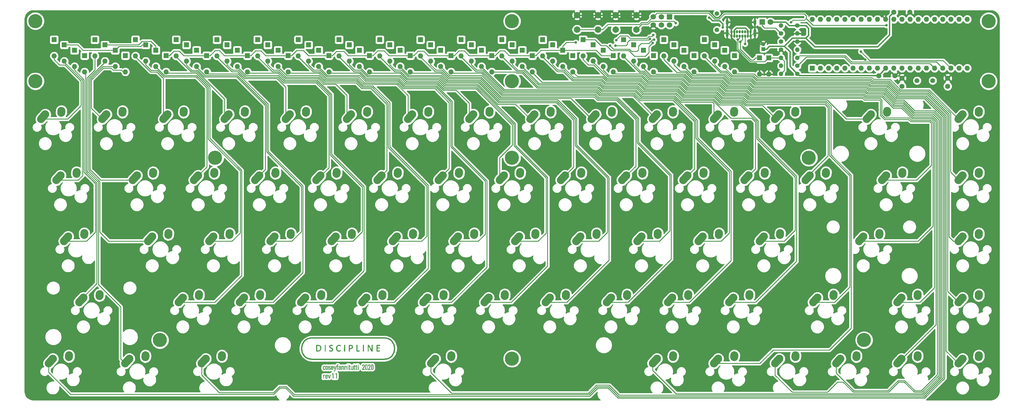
<source format=gtl>
G04 #@! TF.GenerationSoftware,KiCad,Pcbnew,5.1.10-88a1d61d58~90~ubuntu20.04.1*
G04 #@! TF.CreationDate,2021-10-08T00:04:57+03:00*
G04 #@! TF.ProjectId,discipline-pcb,64697363-6970-46c6-996e-652d7063622e,rev?*
G04 #@! TF.SameCoordinates,Original*
G04 #@! TF.FileFunction,Copper,L1,Top*
G04 #@! TF.FilePolarity,Positive*
%FSLAX46Y46*%
G04 Gerber Fmt 4.6, Leading zero omitted, Abs format (unit mm)*
G04 Created by KiCad (PCBNEW 5.1.10-88a1d61d58~90~ubuntu20.04.1) date 2021-10-08 00:04:57*
%MOMM*%
%LPD*%
G01*
G04 APERTURE LIST*
G04 #@! TA.AperFunction,EtchedComponent*
%ADD10C,0.150000*%
G04 #@! TD*
G04 #@! TA.AperFunction,EtchedComponent*
%ADD11C,0.010000*%
G04 #@! TD*
G04 #@! TA.AperFunction,EtchedComponent*
%ADD12C,0.400000*%
G04 #@! TD*
G04 #@! TA.AperFunction,ComponentPad*
%ADD13C,2.500000*%
G04 #@! TD*
G04 #@! TA.AperFunction,ComponentPad*
%ADD14R,1.600000X1.600000*%
G04 #@! TD*
G04 #@! TA.AperFunction,ComponentPad*
%ADD15O,1.600000X1.600000*%
G04 #@! TD*
G04 #@! TA.AperFunction,ComponentPad*
%ADD16C,1.600000*%
G04 #@! TD*
G04 #@! TA.AperFunction,ComponentPad*
%ADD17R,1.200000X1.200000*%
G04 #@! TD*
G04 #@! TA.AperFunction,ComponentPad*
%ADD18C,1.200000*%
G04 #@! TD*
G04 #@! TA.AperFunction,ComponentPad*
%ADD19O,1.400000X1.400000*%
G04 #@! TD*
G04 #@! TA.AperFunction,ComponentPad*
%ADD20C,1.400000*%
G04 #@! TD*
G04 #@! TA.AperFunction,ComponentPad*
%ADD21C,4.400000*%
G04 #@! TD*
G04 #@! TA.AperFunction,ComponentPad*
%ADD22R,1.700000X1.700000*%
G04 #@! TD*
G04 #@! TA.AperFunction,ComponentPad*
%ADD23C,1.700000*%
G04 #@! TD*
G04 #@! TA.AperFunction,ComponentPad*
%ADD24C,1.500000*%
G04 #@! TD*
G04 #@! TA.AperFunction,ComponentPad*
%ADD25C,1.800000*%
G04 #@! TD*
G04 #@! TA.AperFunction,ComponentPad*
%ADD26R,1.800000X1.800000*%
G04 #@! TD*
G04 #@! TA.AperFunction,ComponentPad*
%ADD27O,0.650000X1.000000*%
G04 #@! TD*
G04 #@! TA.AperFunction,ComponentPad*
%ADD28O,0.900000X2.400000*%
G04 #@! TD*
G04 #@! TA.AperFunction,ComponentPad*
%ADD29O,0.900000X1.700000*%
G04 #@! TD*
G04 #@! TA.AperFunction,ComponentPad*
%ADD30C,2.000000*%
G04 #@! TD*
G04 #@! TA.AperFunction,ViaPad*
%ADD31C,0.800000*%
G04 #@! TD*
G04 #@! TA.AperFunction,Conductor*
%ADD32C,0.250000*%
G04 #@! TD*
G04 #@! TA.AperFunction,Conductor*
%ADD33C,0.400000*%
G04 #@! TD*
G04 #@! TA.AperFunction,Conductor*
%ADD34C,0.254000*%
G04 #@! TD*
G04 #@! TA.AperFunction,Conductor*
%ADD35C,0.100000*%
G04 #@! TD*
G04 APERTURE END LIST*
D10*
X151085196Y-172974204D02*
G75*
G03*
X151085196Y-172974204I-56796J0D01*
G01*
D11*
G36*
X151658972Y-173101000D02*
G01*
X151496694Y-173101000D01*
X151496694Y-171634029D01*
X151362156Y-171718413D01*
X151322503Y-171743230D01*
X151286246Y-171765819D01*
X151255305Y-171784992D01*
X151231600Y-171799561D01*
X151217050Y-171808340D01*
X151213990Y-171810091D01*
X151208210Y-171812505D01*
X151204354Y-171810962D01*
X151202040Y-171803315D01*
X151200888Y-171787416D01*
X151200515Y-171761116D01*
X151200515Y-171734234D01*
X151200670Y-171651083D01*
X151315383Y-171575236D01*
X151430095Y-171499388D01*
X151658972Y-171499388D01*
X151658972Y-173101000D01*
G37*
X151658972Y-173101000D02*
X151496694Y-173101000D01*
X151496694Y-171634029D01*
X151362156Y-171718413D01*
X151322503Y-171743230D01*
X151286246Y-171765819D01*
X151255305Y-171784992D01*
X151231600Y-171799561D01*
X151217050Y-171808340D01*
X151213990Y-171810091D01*
X151208210Y-171812505D01*
X151204354Y-171810962D01*
X151202040Y-171803315D01*
X151200888Y-171787416D01*
X151200515Y-171761116D01*
X151200515Y-171734234D01*
X151200670Y-171651083D01*
X151315383Y-171575236D01*
X151430095Y-171499388D01*
X151658972Y-171499388D01*
X151658972Y-173101000D01*
G36*
X148438439Y-171939035D02*
G01*
X148471606Y-171942554D01*
X148504768Y-171947851D01*
X148531151Y-171953828D01*
X148532788Y-171954310D01*
X148580620Y-171974735D01*
X148626988Y-172005329D01*
X148667078Y-172042553D01*
X148686635Y-172067361D01*
X148704974Y-172097070D01*
X148719797Y-172127896D01*
X148731438Y-172161691D01*
X148740229Y-172200304D01*
X148746503Y-172245586D01*
X148750593Y-172299387D01*
X148752830Y-172363557D01*
X148753549Y-172439541D01*
X148753688Y-172593000D01*
X148231577Y-172593000D01*
X148231577Y-172697552D01*
X148232410Y-172752171D01*
X148235277Y-172795424D01*
X148240734Y-172829978D01*
X148249336Y-172858500D01*
X148261636Y-172883658D01*
X148274262Y-172902809D01*
X148305177Y-172934285D01*
X148344787Y-172955098D01*
X148393507Y-172965430D01*
X148422077Y-172966720D01*
X148474696Y-172961517D01*
X148517750Y-172945964D01*
X148551465Y-172919864D01*
X148576069Y-172883021D01*
X148591788Y-172835237D01*
X148595068Y-172817013D01*
X148600068Y-172783500D01*
X148753688Y-172783500D01*
X148753688Y-172817295D01*
X148751756Y-172844151D01*
X148746824Y-172875304D01*
X148743139Y-172891593D01*
X148720553Y-172953800D01*
X148687791Y-173006235D01*
X148644948Y-173048804D01*
X148592114Y-173081412D01*
X148535986Y-173102196D01*
X148496514Y-173109795D01*
X148449075Y-173113867D01*
X148398981Y-173114371D01*
X148351543Y-173111264D01*
X148312070Y-173104506D01*
X148309927Y-173103945D01*
X148248237Y-173080413D01*
X148194451Y-173045500D01*
X148149280Y-172999964D01*
X148113434Y-172944563D01*
X148087624Y-172880055D01*
X148082451Y-172861111D01*
X148079759Y-172842720D01*
X148077469Y-172812191D01*
X148075583Y-172771479D01*
X148074099Y-172722542D01*
X148073017Y-172667333D01*
X148072338Y-172607810D01*
X148072060Y-172545928D01*
X148072184Y-172483643D01*
X148072520Y-172444833D01*
X148230311Y-172444833D01*
X148592889Y-172444833D01*
X148590025Y-172333708D01*
X148588706Y-172290291D01*
X148587079Y-172258200D01*
X148584771Y-172234648D01*
X148581412Y-172216850D01*
X148576629Y-172202021D01*
X148570662Y-172188627D01*
X148545213Y-172146262D01*
X148515209Y-172116464D01*
X148478641Y-172097977D01*
X148433502Y-172089544D01*
X148410972Y-172088695D01*
X148380849Y-172089165D01*
X148359742Y-172091571D01*
X148342576Y-172097092D01*
X148324277Y-172106903D01*
X148319250Y-172109967D01*
X148298023Y-172125125D01*
X148281594Y-172142891D01*
X148266084Y-172167822D01*
X148259800Y-172179779D01*
X148250398Y-172198558D01*
X148243696Y-172214105D01*
X148239172Y-172229433D01*
X148236305Y-172247560D01*
X148234574Y-172271500D01*
X148233457Y-172304269D01*
X148232708Y-172336492D01*
X148230311Y-172444833D01*
X148072520Y-172444833D01*
X148072710Y-172422910D01*
X148073637Y-172365687D01*
X148074965Y-172313927D01*
X148076694Y-172269589D01*
X148078823Y-172234626D01*
X148081353Y-172210996D01*
X148082529Y-172204944D01*
X148106366Y-172133599D01*
X148139323Y-172072741D01*
X148180925Y-172022727D01*
X148230695Y-171983910D01*
X148288157Y-171956649D01*
X148352835Y-171941298D01*
X148424252Y-171938213D01*
X148438439Y-171939035D01*
G37*
X148438439Y-171939035D02*
X148471606Y-171942554D01*
X148504768Y-171947851D01*
X148531151Y-171953828D01*
X148532788Y-171954310D01*
X148580620Y-171974735D01*
X148626988Y-172005329D01*
X148667078Y-172042553D01*
X148686635Y-172067361D01*
X148704974Y-172097070D01*
X148719797Y-172127896D01*
X148731438Y-172161691D01*
X148740229Y-172200304D01*
X148746503Y-172245586D01*
X148750593Y-172299387D01*
X148752830Y-172363557D01*
X148753549Y-172439541D01*
X148753688Y-172593000D01*
X148231577Y-172593000D01*
X148231577Y-172697552D01*
X148232410Y-172752171D01*
X148235277Y-172795424D01*
X148240734Y-172829978D01*
X148249336Y-172858500D01*
X148261636Y-172883658D01*
X148274262Y-172902809D01*
X148305177Y-172934285D01*
X148344787Y-172955098D01*
X148393507Y-172965430D01*
X148422077Y-172966720D01*
X148474696Y-172961517D01*
X148517750Y-172945964D01*
X148551465Y-172919864D01*
X148576069Y-172883021D01*
X148591788Y-172835237D01*
X148595068Y-172817013D01*
X148600068Y-172783500D01*
X148753688Y-172783500D01*
X148753688Y-172817295D01*
X148751756Y-172844151D01*
X148746824Y-172875304D01*
X148743139Y-172891593D01*
X148720553Y-172953800D01*
X148687791Y-173006235D01*
X148644948Y-173048804D01*
X148592114Y-173081412D01*
X148535986Y-173102196D01*
X148496514Y-173109795D01*
X148449075Y-173113867D01*
X148398981Y-173114371D01*
X148351543Y-173111264D01*
X148312070Y-173104506D01*
X148309927Y-173103945D01*
X148248237Y-173080413D01*
X148194451Y-173045500D01*
X148149280Y-172999964D01*
X148113434Y-172944563D01*
X148087624Y-172880055D01*
X148082451Y-172861111D01*
X148079759Y-172842720D01*
X148077469Y-172812191D01*
X148075583Y-172771479D01*
X148074099Y-172722542D01*
X148073017Y-172667333D01*
X148072338Y-172607810D01*
X148072060Y-172545928D01*
X148072184Y-172483643D01*
X148072520Y-172444833D01*
X148230311Y-172444833D01*
X148592889Y-172444833D01*
X148590025Y-172333708D01*
X148588706Y-172290291D01*
X148587079Y-172258200D01*
X148584771Y-172234648D01*
X148581412Y-172216850D01*
X148576629Y-172202021D01*
X148570662Y-172188627D01*
X148545213Y-172146262D01*
X148515209Y-172116464D01*
X148478641Y-172097977D01*
X148433502Y-172089544D01*
X148410972Y-172088695D01*
X148380849Y-172089165D01*
X148359742Y-172091571D01*
X148342576Y-172097092D01*
X148324277Y-172106903D01*
X148319250Y-172109967D01*
X148298023Y-172125125D01*
X148281594Y-172142891D01*
X148266084Y-172167822D01*
X148259800Y-172179779D01*
X148250398Y-172198558D01*
X148243696Y-172214105D01*
X148239172Y-172229433D01*
X148236305Y-172247560D01*
X148234574Y-172271500D01*
X148233457Y-172304269D01*
X148232708Y-172336492D01*
X148230311Y-172444833D01*
X148072520Y-172444833D01*
X148072710Y-172422910D01*
X148073637Y-172365687D01*
X148074965Y-172313927D01*
X148076694Y-172269589D01*
X148078823Y-172234626D01*
X148081353Y-172210996D01*
X148082529Y-172204944D01*
X148106366Y-172133599D01*
X148139323Y-172072741D01*
X148180925Y-172022727D01*
X148230695Y-171983910D01*
X148288157Y-171956649D01*
X148352835Y-171941298D01*
X148424252Y-171938213D01*
X148438439Y-171939035D01*
G36*
X147907022Y-172085000D02*
G01*
X147880563Y-172085053D01*
X147817144Y-172090536D01*
X147756122Y-172105947D01*
X147699738Y-172130113D01*
X147650231Y-172161862D01*
X147609844Y-172200023D01*
X147581876Y-172241314D01*
X147574620Y-172255873D01*
X147568459Y-172269737D01*
X147563302Y-172284152D01*
X147559061Y-172300362D01*
X147555645Y-172319614D01*
X147552965Y-172343154D01*
X147550931Y-172372227D01*
X147549454Y-172408080D01*
X147548443Y-172451959D01*
X147547809Y-172505108D01*
X147547462Y-172568774D01*
X147547312Y-172644203D01*
X147547272Y-172721763D01*
X147547188Y-173101000D01*
X147384911Y-173101000D01*
X147384911Y-171958000D01*
X147547188Y-171958000D01*
X147547188Y-172114006D01*
X147591877Y-172069516D01*
X147653526Y-172017476D01*
X147720973Y-171978152D01*
X147793696Y-171951798D01*
X147861321Y-171939566D01*
X147907022Y-171934884D01*
X147907022Y-172085000D01*
G37*
X147907022Y-172085000D02*
X147880563Y-172085053D01*
X147817144Y-172090536D01*
X147756122Y-172105947D01*
X147699738Y-172130113D01*
X147650231Y-172161862D01*
X147609844Y-172200023D01*
X147581876Y-172241314D01*
X147574620Y-172255873D01*
X147568459Y-172269737D01*
X147563302Y-172284152D01*
X147559061Y-172300362D01*
X147555645Y-172319614D01*
X147552965Y-172343154D01*
X147550931Y-172372227D01*
X147549454Y-172408080D01*
X147548443Y-172451959D01*
X147547809Y-172505108D01*
X147547462Y-172568774D01*
X147547312Y-172644203D01*
X147547272Y-172721763D01*
X147547188Y-173101000D01*
X147384911Y-173101000D01*
X147384911Y-171958000D01*
X147547188Y-171958000D01*
X147547188Y-172114006D01*
X147591877Y-172069516D01*
X147653526Y-172017476D01*
X147720973Y-171978152D01*
X147793696Y-171951798D01*
X147861321Y-171939566D01*
X147907022Y-171934884D01*
X147907022Y-172085000D01*
G36*
X149639535Y-171958173D02*
G01*
X149662567Y-171958930D01*
X149675965Y-171960628D01*
X149681966Y-171963620D01*
X149682807Y-171968264D01*
X149682296Y-171970347D01*
X149679869Y-171978949D01*
X149673963Y-172000092D01*
X149664872Y-172032718D01*
X149652889Y-172075773D01*
X149638308Y-172128198D01*
X149621423Y-172188938D01*
X149602527Y-172256936D01*
X149581916Y-172331134D01*
X149559881Y-172410478D01*
X149536718Y-172493909D01*
X149529776Y-172518916D01*
X149506242Y-172603661D01*
X149483671Y-172684857D01*
X149462367Y-172761421D01*
X149442633Y-172832268D01*
X149424770Y-172896315D01*
X149409082Y-172952477D01*
X149395871Y-172999669D01*
X149385440Y-173036808D01*
X149378092Y-173062809D01*
X149374129Y-173076588D01*
X149373680Y-173078069D01*
X149366427Y-173101000D01*
X149220449Y-173101000D01*
X149213111Y-173078069D01*
X149209423Y-173065703D01*
X149202439Y-173041463D01*
X149192504Y-173006585D01*
X149179964Y-172962302D01*
X149165163Y-172909851D01*
X149148448Y-172850466D01*
X149130162Y-172785382D01*
X149110651Y-172715834D01*
X149090261Y-172643057D01*
X149069335Y-172568285D01*
X149048220Y-172492754D01*
X149027261Y-172417698D01*
X149006802Y-172344353D01*
X148987189Y-172273953D01*
X148968766Y-172207733D01*
X148951880Y-172146929D01*
X148936874Y-172092775D01*
X148924095Y-172046505D01*
X148913887Y-172009356D01*
X148906595Y-171982561D01*
X148902565Y-171967356D01*
X148901855Y-171964295D01*
X148908445Y-171961816D01*
X148926360Y-171959797D01*
X148952814Y-171958454D01*
X148982994Y-171958000D01*
X149014939Y-171958227D01*
X149040964Y-171958844D01*
X149058281Y-171959755D01*
X149064133Y-171960794D01*
X149065820Y-171968149D01*
X149070647Y-171987751D01*
X149078262Y-172018219D01*
X149088313Y-172058170D01*
X149100446Y-172106222D01*
X149114311Y-172160992D01*
X149129556Y-172221098D01*
X149145827Y-172285158D01*
X149162773Y-172351790D01*
X149180042Y-172419610D01*
X149197281Y-172487237D01*
X149214139Y-172553289D01*
X149230263Y-172616382D01*
X149245302Y-172675135D01*
X149258902Y-172728164D01*
X149270712Y-172774089D01*
X149280381Y-172811526D01*
X149287554Y-172839093D01*
X149291881Y-172855408D01*
X149293048Y-172859430D01*
X149295031Y-172853113D01*
X149300156Y-172834266D01*
X149308126Y-172804044D01*
X149318644Y-172763604D01*
X149331410Y-172714099D01*
X149346128Y-172656687D01*
X149362499Y-172592522D01*
X149380226Y-172522760D01*
X149399011Y-172448557D01*
X149402159Y-172436097D01*
X149421305Y-172360294D01*
X149439579Y-172287970D01*
X149456661Y-172220386D01*
X149472233Y-172158802D01*
X149485975Y-172104478D01*
X149497569Y-172058674D01*
X149506696Y-172022651D01*
X149513038Y-171997667D01*
X149516275Y-171984984D01*
X149516412Y-171984458D01*
X149523288Y-171958000D01*
X149604630Y-171958000D01*
X149639535Y-171958173D01*
G37*
X149639535Y-171958173D02*
X149662567Y-171958930D01*
X149675965Y-171960628D01*
X149681966Y-171963620D01*
X149682807Y-171968264D01*
X149682296Y-171970347D01*
X149679869Y-171978949D01*
X149673963Y-172000092D01*
X149664872Y-172032718D01*
X149652889Y-172075773D01*
X149638308Y-172128198D01*
X149621423Y-172188938D01*
X149602527Y-172256936D01*
X149581916Y-172331134D01*
X149559881Y-172410478D01*
X149536718Y-172493909D01*
X149529776Y-172518916D01*
X149506242Y-172603661D01*
X149483671Y-172684857D01*
X149462367Y-172761421D01*
X149442633Y-172832268D01*
X149424770Y-172896315D01*
X149409082Y-172952477D01*
X149395871Y-172999669D01*
X149385440Y-173036808D01*
X149378092Y-173062809D01*
X149374129Y-173076588D01*
X149373680Y-173078069D01*
X149366427Y-173101000D01*
X149220449Y-173101000D01*
X149213111Y-173078069D01*
X149209423Y-173065703D01*
X149202439Y-173041463D01*
X149192504Y-173006585D01*
X149179964Y-172962302D01*
X149165163Y-172909851D01*
X149148448Y-172850466D01*
X149130162Y-172785382D01*
X149110651Y-172715834D01*
X149090261Y-172643057D01*
X149069335Y-172568285D01*
X149048220Y-172492754D01*
X149027261Y-172417698D01*
X149006802Y-172344353D01*
X148987189Y-172273953D01*
X148968766Y-172207733D01*
X148951880Y-172146929D01*
X148936874Y-172092775D01*
X148924095Y-172046505D01*
X148913887Y-172009356D01*
X148906595Y-171982561D01*
X148902565Y-171967356D01*
X148901855Y-171964295D01*
X148908445Y-171961816D01*
X148926360Y-171959797D01*
X148952814Y-171958454D01*
X148982994Y-171958000D01*
X149014939Y-171958227D01*
X149040964Y-171958844D01*
X149058281Y-171959755D01*
X149064133Y-171960794D01*
X149065820Y-171968149D01*
X149070647Y-171987751D01*
X149078262Y-172018219D01*
X149088313Y-172058170D01*
X149100446Y-172106222D01*
X149114311Y-172160992D01*
X149129556Y-172221098D01*
X149145827Y-172285158D01*
X149162773Y-172351790D01*
X149180042Y-172419610D01*
X149197281Y-172487237D01*
X149214139Y-172553289D01*
X149230263Y-172616382D01*
X149245302Y-172675135D01*
X149258902Y-172728164D01*
X149270712Y-172774089D01*
X149280381Y-172811526D01*
X149287554Y-172839093D01*
X149291881Y-172855408D01*
X149293048Y-172859430D01*
X149295031Y-172853113D01*
X149300156Y-172834266D01*
X149308126Y-172804044D01*
X149318644Y-172763604D01*
X149331410Y-172714099D01*
X149346128Y-172656687D01*
X149362499Y-172592522D01*
X149380226Y-172522760D01*
X149399011Y-172448557D01*
X149402159Y-172436097D01*
X149421305Y-172360294D01*
X149439579Y-172287970D01*
X149456661Y-172220386D01*
X149472233Y-172158802D01*
X149485975Y-172104478D01*
X149497569Y-172058674D01*
X149506696Y-172022651D01*
X149513038Y-171997667D01*
X149516275Y-171984984D01*
X149516412Y-171984458D01*
X149523288Y-171958000D01*
X149604630Y-171958000D01*
X149639535Y-171958173D01*
G36*
X150559911Y-173101000D02*
G01*
X150397633Y-173101000D01*
X150397633Y-171634029D01*
X150263095Y-171718413D01*
X150223442Y-171743230D01*
X150187185Y-171765819D01*
X150156244Y-171784992D01*
X150132539Y-171799561D01*
X150117989Y-171808340D01*
X150114929Y-171810091D01*
X150109149Y-171812505D01*
X150105293Y-171810962D01*
X150102979Y-171803315D01*
X150101827Y-171787416D01*
X150101454Y-171761116D01*
X150101454Y-171734234D01*
X150101609Y-171651083D01*
X150216322Y-171575236D01*
X150331034Y-171499388D01*
X150559911Y-171499388D01*
X150559911Y-173101000D01*
G37*
X150559911Y-173101000D02*
X150397633Y-173101000D01*
X150397633Y-171634029D01*
X150263095Y-171718413D01*
X150223442Y-171743230D01*
X150187185Y-171765819D01*
X150156244Y-171784992D01*
X150132539Y-171799561D01*
X150117989Y-171808340D01*
X150114929Y-171810091D01*
X150109149Y-171812505D01*
X150105293Y-171810962D01*
X150102979Y-171803315D01*
X150101827Y-171787416D01*
X150101454Y-171761116D01*
X150101454Y-171734234D01*
X150101609Y-171651083D01*
X150216322Y-171575236D01*
X150331034Y-171499388D01*
X150559911Y-171499388D01*
X150559911Y-173101000D01*
G36*
X150856844Y-169258897D02*
G01*
X150861043Y-169273919D01*
X150868471Y-169300906D01*
X150878677Y-169338202D01*
X150891212Y-169384149D01*
X150905627Y-169437090D01*
X150921472Y-169495366D01*
X150938297Y-169557320D01*
X150955653Y-169621295D01*
X150973091Y-169685633D01*
X150990161Y-169748677D01*
X151006414Y-169808769D01*
X151021400Y-169864252D01*
X151034669Y-169913468D01*
X151045772Y-169954759D01*
X151054260Y-169986468D01*
X151059181Y-170005022D01*
X151066867Y-170033233D01*
X151073782Y-170056772D01*
X151078794Y-170071852D01*
X151079961Y-170074572D01*
X151082495Y-170069618D01*
X151088100Y-170052084D01*
X151096478Y-170023093D01*
X151107328Y-169983766D01*
X151120349Y-169935226D01*
X151135242Y-169878595D01*
X151151706Y-169814995D01*
X151169441Y-169745549D01*
X151188147Y-169671378D01*
X151192746Y-169653002D01*
X151300508Y-169221855D01*
X151380778Y-169221855D01*
X151417707Y-169222280D01*
X151442250Y-169223683D01*
X151456108Y-169226254D01*
X151460984Y-169230182D01*
X151461047Y-169230816D01*
X151459259Y-169241710D01*
X151454554Y-169261929D01*
X151447923Y-169287237D01*
X151447431Y-169289025D01*
X151443675Y-169302824D01*
X151436548Y-169329235D01*
X151426321Y-169367239D01*
X151413269Y-169415817D01*
X151397664Y-169473948D01*
X151379781Y-169540614D01*
X151359893Y-169614794D01*
X151338273Y-169695469D01*
X151315195Y-169781620D01*
X151290932Y-169872226D01*
X151265757Y-169966269D01*
X151256525Y-170000764D01*
X151231121Y-170095397D01*
X151206466Y-170186660D01*
X151182835Y-170273565D01*
X151160506Y-170355123D01*
X151139753Y-170430346D01*
X151120852Y-170498244D01*
X151104079Y-170557829D01*
X151089710Y-170608112D01*
X151078021Y-170648105D01*
X151069287Y-170676818D01*
X151063785Y-170693264D01*
X151062579Y-170696130D01*
X151034632Y-170739451D01*
X150998311Y-170774666D01*
X150952597Y-170802324D01*
X150896473Y-170822974D01*
X150828919Y-170837166D01*
X150792533Y-170841803D01*
X150748436Y-170846456D01*
X150748436Y-170691343D01*
X150792741Y-170687786D01*
X150844389Y-170677321D01*
X150888628Y-170654855D01*
X150925349Y-170620463D01*
X150952812Y-170577536D01*
X150960333Y-170559108D01*
X150969772Y-170531019D01*
X150980233Y-170496562D01*
X150990819Y-170459028D01*
X151000633Y-170421707D01*
X151008779Y-170387892D01*
X151014361Y-170360875D01*
X151016480Y-170343945D01*
X151016481Y-170343822D01*
X151014487Y-170334479D01*
X151008689Y-170312682D01*
X150999392Y-170279478D01*
X150986903Y-170235911D01*
X150971528Y-170183028D01*
X150953573Y-170121873D01*
X150933345Y-170053493D01*
X150911150Y-169978933D01*
X150887293Y-169899238D01*
X150862082Y-169815455D01*
X150850741Y-169777903D01*
X150825098Y-169693041D01*
X150800668Y-169612104D01*
X150777755Y-169536103D01*
X150756662Y-169466052D01*
X150737695Y-169402962D01*
X150721156Y-169347847D01*
X150707350Y-169301719D01*
X150696580Y-169265590D01*
X150689152Y-169240473D01*
X150685369Y-169227380D01*
X150684936Y-169225673D01*
X150691525Y-169224165D01*
X150709431Y-169222939D01*
X150735860Y-169222125D01*
X150765574Y-169221855D01*
X150846212Y-169221855D01*
X150856844Y-169258897D01*
G37*
X150856844Y-169258897D02*
X150861043Y-169273919D01*
X150868471Y-169300906D01*
X150878677Y-169338202D01*
X150891212Y-169384149D01*
X150905627Y-169437090D01*
X150921472Y-169495366D01*
X150938297Y-169557320D01*
X150955653Y-169621295D01*
X150973091Y-169685633D01*
X150990161Y-169748677D01*
X151006414Y-169808769D01*
X151021400Y-169864252D01*
X151034669Y-169913468D01*
X151045772Y-169954759D01*
X151054260Y-169986468D01*
X151059181Y-170005022D01*
X151066867Y-170033233D01*
X151073782Y-170056772D01*
X151078794Y-170071852D01*
X151079961Y-170074572D01*
X151082495Y-170069618D01*
X151088100Y-170052084D01*
X151096478Y-170023093D01*
X151107328Y-169983766D01*
X151120349Y-169935226D01*
X151135242Y-169878595D01*
X151151706Y-169814995D01*
X151169441Y-169745549D01*
X151188147Y-169671378D01*
X151192746Y-169653002D01*
X151300508Y-169221855D01*
X151380778Y-169221855D01*
X151417707Y-169222280D01*
X151442250Y-169223683D01*
X151456108Y-169226254D01*
X151460984Y-169230182D01*
X151461047Y-169230816D01*
X151459259Y-169241710D01*
X151454554Y-169261929D01*
X151447923Y-169287237D01*
X151447431Y-169289025D01*
X151443675Y-169302824D01*
X151436548Y-169329235D01*
X151426321Y-169367239D01*
X151413269Y-169415817D01*
X151397664Y-169473948D01*
X151379781Y-169540614D01*
X151359893Y-169614794D01*
X151338273Y-169695469D01*
X151315195Y-169781620D01*
X151290932Y-169872226D01*
X151265757Y-169966269D01*
X151256525Y-170000764D01*
X151231121Y-170095397D01*
X151206466Y-170186660D01*
X151182835Y-170273565D01*
X151160506Y-170355123D01*
X151139753Y-170430346D01*
X151120852Y-170498244D01*
X151104079Y-170557829D01*
X151089710Y-170608112D01*
X151078021Y-170648105D01*
X151069287Y-170676818D01*
X151063785Y-170693264D01*
X151062579Y-170696130D01*
X151034632Y-170739451D01*
X150998311Y-170774666D01*
X150952597Y-170802324D01*
X150896473Y-170822974D01*
X150828919Y-170837166D01*
X150792533Y-170841803D01*
X150748436Y-170846456D01*
X150748436Y-170691343D01*
X150792741Y-170687786D01*
X150844389Y-170677321D01*
X150888628Y-170654855D01*
X150925349Y-170620463D01*
X150952812Y-170577536D01*
X150960333Y-170559108D01*
X150969772Y-170531019D01*
X150980233Y-170496562D01*
X150990819Y-170459028D01*
X151000633Y-170421707D01*
X151008779Y-170387892D01*
X151014361Y-170360875D01*
X151016480Y-170343945D01*
X151016481Y-170343822D01*
X151014487Y-170334479D01*
X151008689Y-170312682D01*
X150999392Y-170279478D01*
X150986903Y-170235911D01*
X150971528Y-170183028D01*
X150953573Y-170121873D01*
X150933345Y-170053493D01*
X150911150Y-169978933D01*
X150887293Y-169899238D01*
X150862082Y-169815455D01*
X150850741Y-169777903D01*
X150825098Y-169693041D01*
X150800668Y-169612104D01*
X150777755Y-169536103D01*
X150756662Y-169466052D01*
X150737695Y-169402962D01*
X150721156Y-169347847D01*
X150707350Y-169301719D01*
X150696580Y-169265590D01*
X150689152Y-169240473D01*
X150685369Y-169227380D01*
X150684936Y-169225673D01*
X150691525Y-169224165D01*
X150709431Y-169222939D01*
X150735860Y-169222125D01*
X150765574Y-169221855D01*
X150846212Y-169221855D01*
X150856844Y-169258897D01*
G36*
X147712376Y-169202920D02*
G01*
X147784249Y-169213827D01*
X147847903Y-169235586D01*
X147902777Y-169267805D01*
X147948311Y-169310089D01*
X147983946Y-169362046D01*
X148004168Y-169408053D01*
X148010089Y-169429144D01*
X148015817Y-169456712D01*
X148020897Y-169487324D01*
X148024872Y-169517552D01*
X148027286Y-169543962D01*
X148027681Y-169563124D01*
X148025893Y-169571379D01*
X148017907Y-169572739D01*
X147998949Y-169573820D01*
X147972160Y-169574486D01*
X147950706Y-169574633D01*
X147878773Y-169574633D01*
X147873980Y-169527848D01*
X147866287Y-169481482D01*
X147852980Y-169444916D01*
X147832579Y-169414463D01*
X147825314Y-169406445D01*
X147797673Y-169381397D01*
X147769447Y-169365083D01*
X147736643Y-169355993D01*
X147695269Y-169352614D01*
X147682797Y-169352484D01*
X147636661Y-169354978D01*
X147600537Y-169363351D01*
X147571074Y-169378945D01*
X147544924Y-169403099D01*
X147539037Y-169409991D01*
X147529074Y-169422430D01*
X147520772Y-169434343D01*
X147513982Y-169447098D01*
X147508551Y-169462061D01*
X147504329Y-169480600D01*
X147501163Y-169504081D01*
X147498904Y-169533872D01*
X147497399Y-169571340D01*
X147496497Y-169617851D01*
X147496048Y-169674772D01*
X147495899Y-169743471D01*
X147495894Y-169799904D01*
X147495963Y-170100272D01*
X147512599Y-170135550D01*
X147537454Y-170175355D01*
X147569692Y-170204010D01*
X147610287Y-170222073D01*
X147660211Y-170230103D01*
X147678451Y-170230645D01*
X147724081Y-170228537D01*
X147760039Y-170221027D01*
X147790159Y-170206799D01*
X147818275Y-170184535D01*
X147821406Y-170181544D01*
X147851054Y-170143370D01*
X147870068Y-170098202D01*
X147876824Y-170049904D01*
X147876825Y-170049602D01*
X147876825Y-170026188D01*
X148032047Y-170026188D01*
X148031994Y-170045591D01*
X148026640Y-170102134D01*
X148011905Y-170159692D01*
X147989328Y-170214302D01*
X147960445Y-170262001D01*
X147937587Y-170288868D01*
X147898984Y-170319976D01*
X147851591Y-170346549D01*
X147800608Y-170365879D01*
X147779464Y-170371169D01*
X147745784Y-170375804D01*
X147704251Y-170378025D01*
X147659732Y-170377905D01*
X147617097Y-170375518D01*
X147581215Y-170370937D01*
X147567832Y-170367983D01*
X147503769Y-170344531D01*
X147449879Y-170311314D01*
X147405987Y-170268158D01*
X147371915Y-170214887D01*
X147347484Y-170151325D01*
X147347011Y-170149661D01*
X147344551Y-170138178D01*
X147342508Y-170121956D01*
X147340847Y-170099798D01*
X147339536Y-170070509D01*
X147338542Y-170032892D01*
X147337833Y-169985751D01*
X147337374Y-169927891D01*
X147337133Y-169858116D01*
X147337075Y-169789827D01*
X147337088Y-169713719D01*
X147337168Y-169650350D01*
X147337375Y-169598344D01*
X147337771Y-169556331D01*
X147338416Y-169522935D01*
X147339372Y-169496785D01*
X147340698Y-169476507D01*
X147342457Y-169460728D01*
X147344708Y-169448074D01*
X147347514Y-169437173D01*
X147350934Y-169426650D01*
X147353499Y-169419411D01*
X147382857Y-169355734D01*
X147421318Y-169302750D01*
X147468545Y-169260660D01*
X147524199Y-169229669D01*
X147587942Y-169209982D01*
X147659436Y-169201802D01*
X147712376Y-169202920D01*
G37*
X147712376Y-169202920D02*
X147784249Y-169213827D01*
X147847903Y-169235586D01*
X147902777Y-169267805D01*
X147948311Y-169310089D01*
X147983946Y-169362046D01*
X148004168Y-169408053D01*
X148010089Y-169429144D01*
X148015817Y-169456712D01*
X148020897Y-169487324D01*
X148024872Y-169517552D01*
X148027286Y-169543962D01*
X148027681Y-169563124D01*
X148025893Y-169571379D01*
X148017907Y-169572739D01*
X147998949Y-169573820D01*
X147972160Y-169574486D01*
X147950706Y-169574633D01*
X147878773Y-169574633D01*
X147873980Y-169527848D01*
X147866287Y-169481482D01*
X147852980Y-169444916D01*
X147832579Y-169414463D01*
X147825314Y-169406445D01*
X147797673Y-169381397D01*
X147769447Y-169365083D01*
X147736643Y-169355993D01*
X147695269Y-169352614D01*
X147682797Y-169352484D01*
X147636661Y-169354978D01*
X147600537Y-169363351D01*
X147571074Y-169378945D01*
X147544924Y-169403099D01*
X147539037Y-169409991D01*
X147529074Y-169422430D01*
X147520772Y-169434343D01*
X147513982Y-169447098D01*
X147508551Y-169462061D01*
X147504329Y-169480600D01*
X147501163Y-169504081D01*
X147498904Y-169533872D01*
X147497399Y-169571340D01*
X147496497Y-169617851D01*
X147496048Y-169674772D01*
X147495899Y-169743471D01*
X147495894Y-169799904D01*
X147495963Y-170100272D01*
X147512599Y-170135550D01*
X147537454Y-170175355D01*
X147569692Y-170204010D01*
X147610287Y-170222073D01*
X147660211Y-170230103D01*
X147678451Y-170230645D01*
X147724081Y-170228537D01*
X147760039Y-170221027D01*
X147790159Y-170206799D01*
X147818275Y-170184535D01*
X147821406Y-170181544D01*
X147851054Y-170143370D01*
X147870068Y-170098202D01*
X147876824Y-170049904D01*
X147876825Y-170049602D01*
X147876825Y-170026188D01*
X148032047Y-170026188D01*
X148031994Y-170045591D01*
X148026640Y-170102134D01*
X148011905Y-170159692D01*
X147989328Y-170214302D01*
X147960445Y-170262001D01*
X147937587Y-170288868D01*
X147898984Y-170319976D01*
X147851591Y-170346549D01*
X147800608Y-170365879D01*
X147779464Y-170371169D01*
X147745784Y-170375804D01*
X147704251Y-170378025D01*
X147659732Y-170377905D01*
X147617097Y-170375518D01*
X147581215Y-170370937D01*
X147567832Y-170367983D01*
X147503769Y-170344531D01*
X147449879Y-170311314D01*
X147405987Y-170268158D01*
X147371915Y-170214887D01*
X147347484Y-170151325D01*
X147347011Y-170149661D01*
X147344551Y-170138178D01*
X147342508Y-170121956D01*
X147340847Y-170099798D01*
X147339536Y-170070509D01*
X147338542Y-170032892D01*
X147337833Y-169985751D01*
X147337374Y-169927891D01*
X147337133Y-169858116D01*
X147337075Y-169789827D01*
X147337088Y-169713719D01*
X147337168Y-169650350D01*
X147337375Y-169598344D01*
X147337771Y-169556331D01*
X147338416Y-169522935D01*
X147339372Y-169496785D01*
X147340698Y-169476507D01*
X147342457Y-169460728D01*
X147344708Y-169448074D01*
X147347514Y-169437173D01*
X147350934Y-169426650D01*
X147353499Y-169419411D01*
X147382857Y-169355734D01*
X147421318Y-169302750D01*
X147468545Y-169260660D01*
X147524199Y-169229669D01*
X147587942Y-169209982D01*
X147659436Y-169201802D01*
X147712376Y-169202920D01*
G36*
X148586815Y-169206797D02*
G01*
X148651426Y-169223969D01*
X148707723Y-169251795D01*
X148755042Y-169289744D01*
X148792722Y-169337284D01*
X148820101Y-169393882D01*
X148836517Y-169459008D01*
X148836587Y-169459466D01*
X148838772Y-169482293D01*
X148840460Y-169518888D01*
X148841646Y-169568919D01*
X148842327Y-169632051D01*
X148842496Y-169707950D01*
X148842149Y-169796283D01*
X148841961Y-169822827D01*
X148841369Y-169897526D01*
X148840794Y-169959526D01*
X148840164Y-170010240D01*
X148839404Y-170051080D01*
X148838440Y-170083459D01*
X148837200Y-170108787D01*
X148835609Y-170128479D01*
X148833593Y-170143946D01*
X148831080Y-170156600D01*
X148827994Y-170167853D01*
X148824262Y-170179118D01*
X148823198Y-170182164D01*
X148795671Y-170240672D01*
X148757691Y-170290218D01*
X148710164Y-170329852D01*
X148654928Y-170358269D01*
X148622396Y-170367196D01*
X148580467Y-170373500D01*
X148533644Y-170376996D01*
X148486428Y-170377496D01*
X148443323Y-170374815D01*
X148408829Y-170368766D01*
X148407858Y-170368498D01*
X148345268Y-170344687D01*
X148292998Y-170311259D01*
X148251075Y-170268240D01*
X148219524Y-170215656D01*
X148198370Y-170153533D01*
X148198144Y-170152577D01*
X148195219Y-170132636D01*
X148192706Y-170100606D01*
X148190605Y-170058336D01*
X148188916Y-170007675D01*
X148187639Y-169950473D01*
X148187099Y-169911824D01*
X148343205Y-169911824D01*
X148343251Y-169962829D01*
X148343610Y-170003911D01*
X148344322Y-170036464D01*
X148345424Y-170061885D01*
X148346954Y-170081568D01*
X148348952Y-170096909D01*
X148351454Y-170109303D01*
X148353262Y-170116070D01*
X148371377Y-170161034D01*
X148396670Y-170194255D01*
X148430102Y-170216435D01*
X148472634Y-170228275D01*
X148510287Y-170230794D01*
X148544563Y-170228999D01*
X148574151Y-170224144D01*
X148587802Y-170219879D01*
X148622802Y-170199513D01*
X148650199Y-170169760D01*
X148662442Y-170149661D01*
X148665968Y-170142787D01*
X148668901Y-170135576D01*
X148671297Y-170126738D01*
X148673208Y-170114980D01*
X148674690Y-170099010D01*
X148675798Y-170077536D01*
X148676586Y-170049268D01*
X148677108Y-170012912D01*
X148677418Y-169967177D01*
X148677573Y-169910772D01*
X148677625Y-169842404D01*
X148677630Y-169789827D01*
X148677630Y-169458216D01*
X148658040Y-169424890D01*
X148629739Y-169389876D01*
X148592501Y-169365710D01*
X148546605Y-169352555D01*
X148530947Y-169350761D01*
X148478534Y-169352175D01*
X148433767Y-169365196D01*
X148397026Y-169389624D01*
X148368689Y-169425258D01*
X148360717Y-169440577D01*
X148357144Y-169448837D01*
X148354186Y-169457669D01*
X148351775Y-169468456D01*
X148349839Y-169482578D01*
X148348311Y-169501418D01*
X148347120Y-169526357D01*
X148346196Y-169558777D01*
X148345471Y-169600060D01*
X148344874Y-169651586D01*
X148344336Y-169714739D01*
X148343903Y-169774461D01*
X148343435Y-169849500D01*
X148343205Y-169911824D01*
X148187099Y-169911824D01*
X148186774Y-169888577D01*
X148186321Y-169823837D01*
X148186282Y-169758101D01*
X148186654Y-169693219D01*
X148187440Y-169631040D01*
X148188639Y-169573412D01*
X148190251Y-169522184D01*
X148192276Y-169479205D01*
X148194715Y-169446324D01*
X148197567Y-169425390D01*
X148198085Y-169423185D01*
X148220613Y-169362114D01*
X148253660Y-169310118D01*
X148296572Y-169267659D01*
X148348692Y-169235198D01*
X148409364Y-169213196D01*
X148477932Y-169202114D01*
X148514552Y-169200811D01*
X148586815Y-169206797D01*
G37*
X148586815Y-169206797D02*
X148651426Y-169223969D01*
X148707723Y-169251795D01*
X148755042Y-169289744D01*
X148792722Y-169337284D01*
X148820101Y-169393882D01*
X148836517Y-169459008D01*
X148836587Y-169459466D01*
X148838772Y-169482293D01*
X148840460Y-169518888D01*
X148841646Y-169568919D01*
X148842327Y-169632051D01*
X148842496Y-169707950D01*
X148842149Y-169796283D01*
X148841961Y-169822827D01*
X148841369Y-169897526D01*
X148840794Y-169959526D01*
X148840164Y-170010240D01*
X148839404Y-170051080D01*
X148838440Y-170083459D01*
X148837200Y-170108787D01*
X148835609Y-170128479D01*
X148833593Y-170143946D01*
X148831080Y-170156600D01*
X148827994Y-170167853D01*
X148824262Y-170179118D01*
X148823198Y-170182164D01*
X148795671Y-170240672D01*
X148757691Y-170290218D01*
X148710164Y-170329852D01*
X148654928Y-170358269D01*
X148622396Y-170367196D01*
X148580467Y-170373500D01*
X148533644Y-170376996D01*
X148486428Y-170377496D01*
X148443323Y-170374815D01*
X148408829Y-170368766D01*
X148407858Y-170368498D01*
X148345268Y-170344687D01*
X148292998Y-170311259D01*
X148251075Y-170268240D01*
X148219524Y-170215656D01*
X148198370Y-170153533D01*
X148198144Y-170152577D01*
X148195219Y-170132636D01*
X148192706Y-170100606D01*
X148190605Y-170058336D01*
X148188916Y-170007675D01*
X148187639Y-169950473D01*
X148187099Y-169911824D01*
X148343205Y-169911824D01*
X148343251Y-169962829D01*
X148343610Y-170003911D01*
X148344322Y-170036464D01*
X148345424Y-170061885D01*
X148346954Y-170081568D01*
X148348952Y-170096909D01*
X148351454Y-170109303D01*
X148353262Y-170116070D01*
X148371377Y-170161034D01*
X148396670Y-170194255D01*
X148430102Y-170216435D01*
X148472634Y-170228275D01*
X148510287Y-170230794D01*
X148544563Y-170228999D01*
X148574151Y-170224144D01*
X148587802Y-170219879D01*
X148622802Y-170199513D01*
X148650199Y-170169760D01*
X148662442Y-170149661D01*
X148665968Y-170142787D01*
X148668901Y-170135576D01*
X148671297Y-170126738D01*
X148673208Y-170114980D01*
X148674690Y-170099010D01*
X148675798Y-170077536D01*
X148676586Y-170049268D01*
X148677108Y-170012912D01*
X148677418Y-169967177D01*
X148677573Y-169910772D01*
X148677625Y-169842404D01*
X148677630Y-169789827D01*
X148677630Y-169458216D01*
X148658040Y-169424890D01*
X148629739Y-169389876D01*
X148592501Y-169365710D01*
X148546605Y-169352555D01*
X148530947Y-169350761D01*
X148478534Y-169352175D01*
X148433767Y-169365196D01*
X148397026Y-169389624D01*
X148368689Y-169425258D01*
X148360717Y-169440577D01*
X148357144Y-169448837D01*
X148354186Y-169457669D01*
X148351775Y-169468456D01*
X148349839Y-169482578D01*
X148348311Y-169501418D01*
X148347120Y-169526357D01*
X148346196Y-169558777D01*
X148345471Y-169600060D01*
X148344874Y-169651586D01*
X148344336Y-169714739D01*
X148343903Y-169774461D01*
X148343435Y-169849500D01*
X148343205Y-169911824D01*
X148187099Y-169911824D01*
X148186774Y-169888577D01*
X148186321Y-169823837D01*
X148186282Y-169758101D01*
X148186654Y-169693219D01*
X148187440Y-169631040D01*
X148188639Y-169573412D01*
X148190251Y-169522184D01*
X148192276Y-169479205D01*
X148194715Y-169446324D01*
X148197567Y-169425390D01*
X148198085Y-169423185D01*
X148220613Y-169362114D01*
X148253660Y-169310118D01*
X148296572Y-169267659D01*
X148348692Y-169235198D01*
X148409364Y-169213196D01*
X148477932Y-169202114D01*
X148514552Y-169200811D01*
X148586815Y-169206797D01*
G36*
X149393424Y-169203209D02*
G01*
X149453470Y-169213492D01*
X149508939Y-169231672D01*
X149557231Y-169257691D01*
X149588346Y-169283486D01*
X149615143Y-169318144D01*
X149638113Y-169362070D01*
X149655046Y-169410514D01*
X149661516Y-169440577D01*
X149666977Y-169474424D01*
X149669091Y-169496703D01*
X149665791Y-169509817D01*
X149655015Y-169516170D01*
X149634697Y-169518164D01*
X149602774Y-169518204D01*
X149594853Y-169518188D01*
X149520769Y-169518188D01*
X149520769Y-169498302D01*
X149514980Y-169456852D01*
X149499008Y-169417461D01*
X149474947Y-169383389D01*
X149444894Y-169357895D01*
X149424038Y-169347780D01*
X149393446Y-169341006D01*
X149356111Y-169338506D01*
X149317160Y-169340078D01*
X149281723Y-169345520D01*
X149255309Y-169354431D01*
X149219014Y-169380720D01*
X149192077Y-169416701D01*
X149175168Y-169460949D01*
X149168954Y-169512039D01*
X149169819Y-169536801D01*
X149177671Y-169580535D01*
X149194347Y-169617136D01*
X149221011Y-169647790D01*
X149258828Y-169673683D01*
X149308962Y-169696002D01*
X149334780Y-169704854D01*
X149401184Y-169726234D01*
X149455626Y-169744292D01*
X149499656Y-169759771D01*
X149534827Y-169773413D01*
X149562690Y-169785960D01*
X149584795Y-169798154D01*
X149602693Y-169810736D01*
X149617937Y-169824450D01*
X149632077Y-169840036D01*
X149641416Y-169851530D01*
X149669625Y-169897454D01*
X149687856Y-169951644D01*
X149696393Y-170015079D01*
X149697158Y-170043607D01*
X149692923Y-170119003D01*
X149679939Y-170183705D01*
X149657786Y-170238412D01*
X149626047Y-170283821D01*
X149584300Y-170320629D01*
X149532128Y-170349534D01*
X149507407Y-170359341D01*
X149485335Y-170365924D01*
X149459884Y-170370526D01*
X149427769Y-170373545D01*
X149385706Y-170375381D01*
X149372603Y-170375717D01*
X149335829Y-170376285D01*
X149302843Y-170376291D01*
X149276888Y-170375769D01*
X149261205Y-170374753D01*
X149259714Y-170374519D01*
X149193880Y-170356380D01*
X149138374Y-170328989D01*
X149092914Y-170292016D01*
X149057215Y-170245134D01*
X149030994Y-170188014D01*
X149013966Y-170120327D01*
X149009018Y-170084397D01*
X149004328Y-170040300D01*
X149151937Y-170040300D01*
X149156686Y-170080869D01*
X149168555Y-170132868D01*
X149190700Y-170175271D01*
X149222841Y-170207845D01*
X149264701Y-170230362D01*
X149315999Y-170242589D01*
X149354964Y-170244911D01*
X149412323Y-170239669D01*
X149460171Y-170224122D01*
X149498234Y-170198540D01*
X149526234Y-170163190D01*
X149543895Y-170118341D01*
X149550943Y-170064263D01*
X149551065Y-170054115D01*
X149549022Y-170016505D01*
X149543482Y-169988500D01*
X149540004Y-169979885D01*
X149518311Y-169948769D01*
X149486769Y-169921288D01*
X149444214Y-169896721D01*
X149389484Y-169874350D01*
X149347908Y-169860964D01*
X149298643Y-169845419D01*
X149250807Y-169828604D01*
X149207470Y-169811716D01*
X149171703Y-169795951D01*
X149146825Y-169782660D01*
X149119065Y-169761095D01*
X149090579Y-169732296D01*
X149065577Y-169701013D01*
X149048267Y-169672000D01*
X149047695Y-169670731D01*
X149030434Y-169617667D01*
X149022184Y-169559450D01*
X149022473Y-169498857D01*
X149030828Y-169438665D01*
X149046778Y-169381650D01*
X149069849Y-169330588D01*
X149099571Y-169288256D01*
X149115439Y-169272397D01*
X149159411Y-169242276D01*
X149211794Y-169220358D01*
X149269989Y-169206581D01*
X149331398Y-169200885D01*
X149393424Y-169203209D01*
G37*
X149393424Y-169203209D02*
X149453470Y-169213492D01*
X149508939Y-169231672D01*
X149557231Y-169257691D01*
X149588346Y-169283486D01*
X149615143Y-169318144D01*
X149638113Y-169362070D01*
X149655046Y-169410514D01*
X149661516Y-169440577D01*
X149666977Y-169474424D01*
X149669091Y-169496703D01*
X149665791Y-169509817D01*
X149655015Y-169516170D01*
X149634697Y-169518164D01*
X149602774Y-169518204D01*
X149594853Y-169518188D01*
X149520769Y-169518188D01*
X149520769Y-169498302D01*
X149514980Y-169456852D01*
X149499008Y-169417461D01*
X149474947Y-169383389D01*
X149444894Y-169357895D01*
X149424038Y-169347780D01*
X149393446Y-169341006D01*
X149356111Y-169338506D01*
X149317160Y-169340078D01*
X149281723Y-169345520D01*
X149255309Y-169354431D01*
X149219014Y-169380720D01*
X149192077Y-169416701D01*
X149175168Y-169460949D01*
X149168954Y-169512039D01*
X149169819Y-169536801D01*
X149177671Y-169580535D01*
X149194347Y-169617136D01*
X149221011Y-169647790D01*
X149258828Y-169673683D01*
X149308962Y-169696002D01*
X149334780Y-169704854D01*
X149401184Y-169726234D01*
X149455626Y-169744292D01*
X149499656Y-169759771D01*
X149534827Y-169773413D01*
X149562690Y-169785960D01*
X149584795Y-169798154D01*
X149602693Y-169810736D01*
X149617937Y-169824450D01*
X149632077Y-169840036D01*
X149641416Y-169851530D01*
X149669625Y-169897454D01*
X149687856Y-169951644D01*
X149696393Y-170015079D01*
X149697158Y-170043607D01*
X149692923Y-170119003D01*
X149679939Y-170183705D01*
X149657786Y-170238412D01*
X149626047Y-170283821D01*
X149584300Y-170320629D01*
X149532128Y-170349534D01*
X149507407Y-170359341D01*
X149485335Y-170365924D01*
X149459884Y-170370526D01*
X149427769Y-170373545D01*
X149385706Y-170375381D01*
X149372603Y-170375717D01*
X149335829Y-170376285D01*
X149302843Y-170376291D01*
X149276888Y-170375769D01*
X149261205Y-170374753D01*
X149259714Y-170374519D01*
X149193880Y-170356380D01*
X149138374Y-170328989D01*
X149092914Y-170292016D01*
X149057215Y-170245134D01*
X149030994Y-170188014D01*
X149013966Y-170120327D01*
X149009018Y-170084397D01*
X149004328Y-170040300D01*
X149151937Y-170040300D01*
X149156686Y-170080869D01*
X149168555Y-170132868D01*
X149190700Y-170175271D01*
X149222841Y-170207845D01*
X149264701Y-170230362D01*
X149315999Y-170242589D01*
X149354964Y-170244911D01*
X149412323Y-170239669D01*
X149460171Y-170224122D01*
X149498234Y-170198540D01*
X149526234Y-170163190D01*
X149543895Y-170118341D01*
X149550943Y-170064263D01*
X149551065Y-170054115D01*
X149549022Y-170016505D01*
X149543482Y-169988500D01*
X149540004Y-169979885D01*
X149518311Y-169948769D01*
X149486769Y-169921288D01*
X149444214Y-169896721D01*
X149389484Y-169874350D01*
X149347908Y-169860964D01*
X149298643Y-169845419D01*
X149250807Y-169828604D01*
X149207470Y-169811716D01*
X149171703Y-169795951D01*
X149146825Y-169782660D01*
X149119065Y-169761095D01*
X149090579Y-169732296D01*
X149065577Y-169701013D01*
X149048267Y-169672000D01*
X149047695Y-169670731D01*
X149030434Y-169617667D01*
X149022184Y-169559450D01*
X149022473Y-169498857D01*
X149030828Y-169438665D01*
X149046778Y-169381650D01*
X149069849Y-169330588D01*
X149099571Y-169288256D01*
X149115439Y-169272397D01*
X149159411Y-169242276D01*
X149211794Y-169220358D01*
X149269989Y-169206581D01*
X149331398Y-169200885D01*
X149393424Y-169203209D01*
G36*
X150284673Y-169211055D02*
G01*
X150347088Y-169230762D01*
X150402139Y-169261374D01*
X150448408Y-169301848D01*
X150484479Y-169351140D01*
X150490856Y-169362966D01*
X150502396Y-169386571D01*
X150511582Y-169408257D01*
X150518715Y-169430079D01*
X150524097Y-169454093D01*
X150528027Y-169482355D01*
X150530809Y-169516921D01*
X150532742Y-169559846D01*
X150534128Y-169613186D01*
X150535043Y-169664591D01*
X150538105Y-169856855D01*
X150013235Y-169856855D01*
X150016264Y-169975036D01*
X150017808Y-170022818D01*
X150019815Y-170058824D01*
X150022531Y-170085386D01*
X150026205Y-170104836D01*
X150031083Y-170119509D01*
X150031730Y-170120990D01*
X150057847Y-170165999D01*
X150090783Y-170198828D01*
X150131289Y-170219957D01*
X150180115Y-170229867D01*
X150203242Y-170230800D01*
X150238025Y-170228983D01*
X150267837Y-170224056D01*
X150281232Y-170219842D01*
X150319628Y-170196437D01*
X150349960Y-170162679D01*
X150370689Y-170120728D01*
X150379392Y-170082150D01*
X150383512Y-170047355D01*
X150536769Y-170047355D01*
X150536685Y-170084397D01*
X150529968Y-170146131D01*
X150510843Y-170204674D01*
X150480429Y-170257371D01*
X150448419Y-170293822D01*
X150403933Y-170329558D01*
X150356026Y-170354878D01*
X150302247Y-170370632D01*
X150240145Y-170377672D01*
X150205440Y-170378193D01*
X150171862Y-170377199D01*
X150139872Y-170375206D01*
X150114679Y-170372576D01*
X150107624Y-170371417D01*
X150048797Y-170352858D01*
X149995551Y-170322039D01*
X149949010Y-170280087D01*
X149910302Y-170228133D01*
X149880552Y-170167304D01*
X149868849Y-170132022D01*
X149865581Y-170119269D01*
X149862908Y-170105423D01*
X149860771Y-170088985D01*
X149859112Y-170068458D01*
X149857873Y-170042346D01*
X149856996Y-170009151D01*
X149856422Y-169967377D01*
X149856092Y-169915527D01*
X149855949Y-169852103D01*
X149855928Y-169800411D01*
X149856014Y-169722774D01*
X149856372Y-169657681D01*
X149856864Y-169624369D01*
X150014658Y-169624369D01*
X150014658Y-169708688D01*
X150374491Y-169708688D01*
X150374491Y-169611032D01*
X150373566Y-169557802D01*
X150370410Y-169515727D01*
X150364457Y-169481951D01*
X150355137Y-169453617D01*
X150341883Y-169427868D01*
X150336328Y-169419116D01*
X150307535Y-169387647D01*
X150270718Y-169365388D01*
X150228839Y-169352689D01*
X150184858Y-169349900D01*
X150141734Y-169357372D01*
X150102427Y-169375453D01*
X150084303Y-169389323D01*
X150059780Y-169415422D01*
X150041284Y-169445022D01*
X150028175Y-169480286D01*
X150019810Y-169523382D01*
X150015548Y-169576475D01*
X150014658Y-169624369D01*
X149856864Y-169624369D01*
X149857172Y-169603564D01*
X149858584Y-169558855D01*
X149860776Y-169521986D01*
X149863919Y-169491390D01*
X149868182Y-169465500D01*
X149873735Y-169442748D01*
X149880746Y-169421566D01*
X149889386Y-169400387D01*
X149899824Y-169377643D01*
X149902179Y-169372691D01*
X149935422Y-169318548D01*
X149978249Y-169274020D01*
X150029469Y-169239611D01*
X150087889Y-169215824D01*
X150152319Y-169203162D01*
X150221568Y-169202130D01*
X150284673Y-169211055D01*
G37*
X150284673Y-169211055D02*
X150347088Y-169230762D01*
X150402139Y-169261374D01*
X150448408Y-169301848D01*
X150484479Y-169351140D01*
X150490856Y-169362966D01*
X150502396Y-169386571D01*
X150511582Y-169408257D01*
X150518715Y-169430079D01*
X150524097Y-169454093D01*
X150528027Y-169482355D01*
X150530809Y-169516921D01*
X150532742Y-169559846D01*
X150534128Y-169613186D01*
X150535043Y-169664591D01*
X150538105Y-169856855D01*
X150013235Y-169856855D01*
X150016264Y-169975036D01*
X150017808Y-170022818D01*
X150019815Y-170058824D01*
X150022531Y-170085386D01*
X150026205Y-170104836D01*
X150031083Y-170119509D01*
X150031730Y-170120990D01*
X150057847Y-170165999D01*
X150090783Y-170198828D01*
X150131289Y-170219957D01*
X150180115Y-170229867D01*
X150203242Y-170230800D01*
X150238025Y-170228983D01*
X150267837Y-170224056D01*
X150281232Y-170219842D01*
X150319628Y-170196437D01*
X150349960Y-170162679D01*
X150370689Y-170120728D01*
X150379392Y-170082150D01*
X150383512Y-170047355D01*
X150536769Y-170047355D01*
X150536685Y-170084397D01*
X150529968Y-170146131D01*
X150510843Y-170204674D01*
X150480429Y-170257371D01*
X150448419Y-170293822D01*
X150403933Y-170329558D01*
X150356026Y-170354878D01*
X150302247Y-170370632D01*
X150240145Y-170377672D01*
X150205440Y-170378193D01*
X150171862Y-170377199D01*
X150139872Y-170375206D01*
X150114679Y-170372576D01*
X150107624Y-170371417D01*
X150048797Y-170352858D01*
X149995551Y-170322039D01*
X149949010Y-170280087D01*
X149910302Y-170228133D01*
X149880552Y-170167304D01*
X149868849Y-170132022D01*
X149865581Y-170119269D01*
X149862908Y-170105423D01*
X149860771Y-170088985D01*
X149859112Y-170068458D01*
X149857873Y-170042346D01*
X149856996Y-170009151D01*
X149856422Y-169967377D01*
X149856092Y-169915527D01*
X149855949Y-169852103D01*
X149855928Y-169800411D01*
X149856014Y-169722774D01*
X149856372Y-169657681D01*
X149856864Y-169624369D01*
X150014658Y-169624369D01*
X150014658Y-169708688D01*
X150374491Y-169708688D01*
X150374491Y-169611032D01*
X150373566Y-169557802D01*
X150370410Y-169515727D01*
X150364457Y-169481951D01*
X150355137Y-169453617D01*
X150341883Y-169427868D01*
X150336328Y-169419116D01*
X150307535Y-169387647D01*
X150270718Y-169365388D01*
X150228839Y-169352689D01*
X150184858Y-169349900D01*
X150141734Y-169357372D01*
X150102427Y-169375453D01*
X150084303Y-169389323D01*
X150059780Y-169415422D01*
X150041284Y-169445022D01*
X150028175Y-169480286D01*
X150019810Y-169523382D01*
X150015548Y-169576475D01*
X150014658Y-169624369D01*
X149856864Y-169624369D01*
X149857172Y-169603564D01*
X149858584Y-169558855D01*
X149860776Y-169521986D01*
X149863919Y-169491390D01*
X149868182Y-169465500D01*
X149873735Y-169442748D01*
X149880746Y-169421566D01*
X149889386Y-169400387D01*
X149899824Y-169377643D01*
X149902179Y-169372691D01*
X149935422Y-169318548D01*
X149978249Y-169274020D01*
X150029469Y-169239611D01*
X150087889Y-169215824D01*
X150152319Y-169203162D01*
X150221568Y-169202130D01*
X150284673Y-169211055D01*
G36*
X152617357Y-169212302D02*
G01*
X152680532Y-169231194D01*
X152734164Y-169260064D01*
X152778819Y-169299285D01*
X152815062Y-169349230D01*
X152838519Y-169397501D01*
X152841700Y-169405535D01*
X152844434Y-169413468D01*
X152846759Y-169422389D01*
X152848714Y-169433391D01*
X152850339Y-169447563D01*
X152851673Y-169465995D01*
X152852755Y-169489779D01*
X152853624Y-169520004D01*
X152854319Y-169557762D01*
X152854880Y-169604142D01*
X152855344Y-169660235D01*
X152855752Y-169727132D01*
X152856143Y-169805923D01*
X152856555Y-169897698D01*
X152856569Y-169900952D01*
X152858619Y-170364855D01*
X152709880Y-170364855D01*
X152709880Y-170263960D01*
X152689011Y-170292769D01*
X152658447Y-170324159D01*
X152617383Y-170350029D01*
X152568981Y-170368405D01*
X152567104Y-170368912D01*
X152537459Y-170374112D01*
X152498978Y-170377129D01*
X152456438Y-170377964D01*
X152414616Y-170376616D01*
X152378288Y-170373087D01*
X152357103Y-170368893D01*
X152302061Y-170347761D01*
X152256719Y-170317400D01*
X152220848Y-170277434D01*
X152194222Y-170227487D01*
X152176612Y-170167183D01*
X152167792Y-170096146D01*
X152166603Y-170054057D01*
X152166924Y-170047355D01*
X152312143Y-170047355D01*
X152314614Y-170106326D01*
X152323795Y-170154041D01*
X152340226Y-170191937D01*
X152364446Y-170221448D01*
X152382963Y-170235740D01*
X152417477Y-170251484D01*
X152460318Y-170260694D01*
X152507217Y-170263198D01*
X152553906Y-170258825D01*
X152596116Y-170247403D01*
X152602954Y-170244566D01*
X152640772Y-170222982D01*
X152668787Y-170194663D01*
X152689880Y-170157651D01*
X152695119Y-170145224D01*
X152699147Y-170132799D01*
X152702160Y-170118282D01*
X152704354Y-170099580D01*
X152705923Y-170074601D01*
X152707063Y-170041253D01*
X152707969Y-169997443D01*
X152708606Y-169956839D01*
X152711029Y-169792240D01*
X152578163Y-169794562D01*
X152531667Y-169795437D01*
X152496919Y-169796414D01*
X152471556Y-169797802D01*
X152453217Y-169799914D01*
X152439539Y-169803061D01*
X152428160Y-169807552D01*
X152416719Y-169813701D01*
X152412022Y-169816443D01*
X152375575Y-169844148D01*
X152347835Y-169879835D01*
X152328334Y-169924592D01*
X152316600Y-169979504D01*
X152312163Y-170045660D01*
X152312143Y-170047355D01*
X152166924Y-170047355D01*
X152170297Y-169977060D01*
X152181690Y-169910708D01*
X152201243Y-169853528D01*
X152229422Y-169804050D01*
X152255282Y-169772400D01*
X152281450Y-169746997D01*
X152308698Y-169726597D01*
X152339005Y-169710600D01*
X152374349Y-169698410D01*
X152416710Y-169689427D01*
X152468066Y-169683054D01*
X152530397Y-169678691D01*
X152571188Y-169676891D01*
X152711113Y-169671644D01*
X152708614Y-169564930D01*
X152707387Y-169522263D01*
X152705774Y-169490981D01*
X152703421Y-169468360D01*
X152699971Y-169451673D01*
X152695070Y-169438196D01*
X152691005Y-169429994D01*
X152663900Y-169390815D01*
X152629830Y-169362701D01*
X152587407Y-169344835D01*
X152535243Y-169336401D01*
X152531609Y-169336167D01*
X152484317Y-169336541D01*
X152446340Y-169344689D01*
X152414554Y-169361725D01*
X152386696Y-169387777D01*
X152359087Y-169428842D01*
X152344966Y-169473865D01*
X152342991Y-169499604D01*
X152342991Y-169525244D01*
X152187769Y-169525244D01*
X152187873Y-169498786D01*
X152189603Y-169477498D01*
X152193978Y-169449496D01*
X152198644Y-169427077D01*
X152219532Y-169366278D01*
X152251061Y-169314346D01*
X152292554Y-169271720D01*
X152343336Y-169238838D01*
X152402730Y-169216140D01*
X152470060Y-169204064D01*
X152544075Y-169203014D01*
X152617357Y-169212302D01*
G37*
X152617357Y-169212302D02*
X152680532Y-169231194D01*
X152734164Y-169260064D01*
X152778819Y-169299285D01*
X152815062Y-169349230D01*
X152838519Y-169397501D01*
X152841700Y-169405535D01*
X152844434Y-169413468D01*
X152846759Y-169422389D01*
X152848714Y-169433391D01*
X152850339Y-169447563D01*
X152851673Y-169465995D01*
X152852755Y-169489779D01*
X152853624Y-169520004D01*
X152854319Y-169557762D01*
X152854880Y-169604142D01*
X152855344Y-169660235D01*
X152855752Y-169727132D01*
X152856143Y-169805923D01*
X152856555Y-169897698D01*
X152856569Y-169900952D01*
X152858619Y-170364855D01*
X152709880Y-170364855D01*
X152709880Y-170263960D01*
X152689011Y-170292769D01*
X152658447Y-170324159D01*
X152617383Y-170350029D01*
X152568981Y-170368405D01*
X152567104Y-170368912D01*
X152537459Y-170374112D01*
X152498978Y-170377129D01*
X152456438Y-170377964D01*
X152414616Y-170376616D01*
X152378288Y-170373087D01*
X152357103Y-170368893D01*
X152302061Y-170347761D01*
X152256719Y-170317400D01*
X152220848Y-170277434D01*
X152194222Y-170227487D01*
X152176612Y-170167183D01*
X152167792Y-170096146D01*
X152166603Y-170054057D01*
X152166924Y-170047355D01*
X152312143Y-170047355D01*
X152314614Y-170106326D01*
X152323795Y-170154041D01*
X152340226Y-170191937D01*
X152364446Y-170221448D01*
X152382963Y-170235740D01*
X152417477Y-170251484D01*
X152460318Y-170260694D01*
X152507217Y-170263198D01*
X152553906Y-170258825D01*
X152596116Y-170247403D01*
X152602954Y-170244566D01*
X152640772Y-170222982D01*
X152668787Y-170194663D01*
X152689880Y-170157651D01*
X152695119Y-170145224D01*
X152699147Y-170132799D01*
X152702160Y-170118282D01*
X152704354Y-170099580D01*
X152705923Y-170074601D01*
X152707063Y-170041253D01*
X152707969Y-169997443D01*
X152708606Y-169956839D01*
X152711029Y-169792240D01*
X152578163Y-169794562D01*
X152531667Y-169795437D01*
X152496919Y-169796414D01*
X152471556Y-169797802D01*
X152453217Y-169799914D01*
X152439539Y-169803061D01*
X152428160Y-169807552D01*
X152416719Y-169813701D01*
X152412022Y-169816443D01*
X152375575Y-169844148D01*
X152347835Y-169879835D01*
X152328334Y-169924592D01*
X152316600Y-169979504D01*
X152312163Y-170045660D01*
X152312143Y-170047355D01*
X152166924Y-170047355D01*
X152170297Y-169977060D01*
X152181690Y-169910708D01*
X152201243Y-169853528D01*
X152229422Y-169804050D01*
X152255282Y-169772400D01*
X152281450Y-169746997D01*
X152308698Y-169726597D01*
X152339005Y-169710600D01*
X152374349Y-169698410D01*
X152416710Y-169689427D01*
X152468066Y-169683054D01*
X152530397Y-169678691D01*
X152571188Y-169676891D01*
X152711113Y-169671644D01*
X152708614Y-169564930D01*
X152707387Y-169522263D01*
X152705774Y-169490981D01*
X152703421Y-169468360D01*
X152699971Y-169451673D01*
X152695070Y-169438196D01*
X152691005Y-169429994D01*
X152663900Y-169390815D01*
X152629830Y-169362701D01*
X152587407Y-169344835D01*
X152535243Y-169336401D01*
X152531609Y-169336167D01*
X152484317Y-169336541D01*
X152446340Y-169344689D01*
X152414554Y-169361725D01*
X152386696Y-169387777D01*
X152359087Y-169428842D01*
X152344966Y-169473865D01*
X152342991Y-169499604D01*
X152342991Y-169525244D01*
X152187769Y-169525244D01*
X152187873Y-169498786D01*
X152189603Y-169477498D01*
X152193978Y-169449496D01*
X152198644Y-169427077D01*
X152219532Y-169366278D01*
X152251061Y-169314346D01*
X152292554Y-169271720D01*
X152343336Y-169238838D01*
X152402730Y-169216140D01*
X152470060Y-169204064D01*
X152544075Y-169203014D01*
X152617357Y-169212302D01*
G36*
X156181214Y-169654491D02*
G01*
X156181235Y-169748438D01*
X156181357Y-169829356D01*
X156181664Y-169898327D01*
X156182241Y-169956434D01*
X156183172Y-170004759D01*
X156184541Y-170044384D01*
X156186435Y-170076391D01*
X156188936Y-170101862D01*
X156192131Y-170121880D01*
X156196103Y-170137527D01*
X156200938Y-170149885D01*
X156206721Y-170160036D01*
X156213535Y-170169063D01*
X156221465Y-170178047D01*
X156222257Y-170178914D01*
X156244976Y-170200184D01*
X156269493Y-170214616D01*
X156299409Y-170223573D01*
X156338319Y-170228415D01*
X156355813Y-170229441D01*
X156387945Y-170230549D01*
X156410605Y-170229826D01*
X156428389Y-170226567D01*
X156445892Y-170220067D01*
X156459892Y-170213478D01*
X156487807Y-170197039D01*
X156507464Y-170177544D01*
X156518126Y-170161484D01*
X156537519Y-170128494D01*
X156539482Y-169675175D01*
X156541445Y-169221855D01*
X156703325Y-169221855D01*
X156703325Y-170364855D01*
X156541618Y-170364855D01*
X156539568Y-170307780D01*
X156537519Y-170250705D01*
X156515335Y-170282233D01*
X156480256Y-170320422D01*
X156435622Y-170350434D01*
X156393165Y-170367645D01*
X156357234Y-170374737D01*
X156314069Y-170377955D01*
X156269407Y-170377288D01*
X156228988Y-170372728D01*
X156208470Y-170367911D01*
X156157024Y-170344868D01*
X156112602Y-170309674D01*
X156075399Y-170262522D01*
X156045868Y-170204254D01*
X156029519Y-170163772D01*
X156027473Y-169692813D01*
X156025427Y-169221855D01*
X156181214Y-169221855D01*
X156181214Y-169654491D01*
G37*
X156181214Y-169654491D02*
X156181235Y-169748438D01*
X156181357Y-169829356D01*
X156181664Y-169898327D01*
X156182241Y-169956434D01*
X156183172Y-170004759D01*
X156184541Y-170044384D01*
X156186435Y-170076391D01*
X156188936Y-170101862D01*
X156192131Y-170121880D01*
X156196103Y-170137527D01*
X156200938Y-170149885D01*
X156206721Y-170160036D01*
X156213535Y-170169063D01*
X156221465Y-170178047D01*
X156222257Y-170178914D01*
X156244976Y-170200184D01*
X156269493Y-170214616D01*
X156299409Y-170223573D01*
X156338319Y-170228415D01*
X156355813Y-170229441D01*
X156387945Y-170230549D01*
X156410605Y-170229826D01*
X156428389Y-170226567D01*
X156445892Y-170220067D01*
X156459892Y-170213478D01*
X156487807Y-170197039D01*
X156507464Y-170177544D01*
X156518126Y-170161484D01*
X156537519Y-170128494D01*
X156539482Y-169675175D01*
X156541445Y-169221855D01*
X156703325Y-169221855D01*
X156703325Y-170364855D01*
X156541618Y-170364855D01*
X156539568Y-170307780D01*
X156537519Y-170250705D01*
X156515335Y-170282233D01*
X156480256Y-170320422D01*
X156435622Y-170350434D01*
X156393165Y-170367645D01*
X156357234Y-170374737D01*
X156314069Y-170377955D01*
X156269407Y-170377288D01*
X156228988Y-170372728D01*
X156208470Y-170367911D01*
X156157024Y-170344868D01*
X156112602Y-170309674D01*
X156075399Y-170262522D01*
X156045868Y-170204254D01*
X156029519Y-170163772D01*
X156027473Y-169692813D01*
X156025427Y-169221855D01*
X156181214Y-169221855D01*
X156181214Y-169654491D01*
G36*
X160888429Y-168751622D02*
G01*
X160943736Y-168760894D01*
X160991588Y-168777453D01*
X161034794Y-168802286D01*
X161076161Y-168836377D01*
X161078057Y-168838176D01*
X161118200Y-168885188D01*
X161148166Y-168940449D01*
X161165908Y-168993474D01*
X161168160Y-169009400D01*
X161170173Y-169038035D01*
X161171948Y-169077978D01*
X161173484Y-169127830D01*
X161174782Y-169186190D01*
X161175842Y-169251659D01*
X161176665Y-169322835D01*
X161177251Y-169398319D01*
X161177600Y-169476711D01*
X161177713Y-169556610D01*
X161177588Y-169636617D01*
X161177228Y-169715330D01*
X161176632Y-169791350D01*
X161175801Y-169863277D01*
X161174734Y-169929711D01*
X161173433Y-169989251D01*
X161171896Y-170040497D01*
X161170125Y-170082048D01*
X161168120Y-170112506D01*
X161165882Y-170130469D01*
X161165683Y-170131365D01*
X161143780Y-170196178D01*
X161110946Y-170252209D01*
X161067667Y-170298962D01*
X161014432Y-170335945D01*
X160951728Y-170362664D01*
X160931393Y-170368539D01*
X160898304Y-170374295D01*
X160856283Y-170377513D01*
X160810215Y-170378209D01*
X160764987Y-170376397D01*
X160725486Y-170372094D01*
X160704617Y-170367815D01*
X160647169Y-170346308D01*
X160594466Y-170314868D01*
X160549223Y-170275580D01*
X160514158Y-170230530D01*
X160505266Y-170214722D01*
X160496505Y-170194003D01*
X160486723Y-170165510D01*
X160477970Y-170135241D01*
X160477612Y-170133850D01*
X160475013Y-170123087D01*
X160472765Y-170111856D01*
X160470843Y-170099102D01*
X160469220Y-170083770D01*
X160467873Y-170064803D01*
X160466775Y-170041148D01*
X160465901Y-170011748D01*
X160465226Y-169975548D01*
X160464725Y-169931493D01*
X160464372Y-169878527D01*
X160464142Y-169815596D01*
X160464010Y-169741644D01*
X160463949Y-169655615D01*
X160463936Y-169564050D01*
X160463950Y-169465954D01*
X160464011Y-169380912D01*
X160464145Y-169307866D01*
X160464376Y-169245758D01*
X160464732Y-169193531D01*
X160465237Y-169150127D01*
X160465918Y-169114489D01*
X160466800Y-169085558D01*
X160467910Y-169062277D01*
X160468878Y-169048994D01*
X160622686Y-169048994D01*
X160622686Y-169560522D01*
X160622706Y-169658456D01*
X160622784Y-169743300D01*
X160622941Y-169816072D01*
X160623201Y-169877792D01*
X160623586Y-169929481D01*
X160624121Y-169972158D01*
X160624829Y-170006843D01*
X160625731Y-170034556D01*
X160626852Y-170056317D01*
X160628215Y-170073146D01*
X160629843Y-170086062D01*
X160631758Y-170096086D01*
X160633984Y-170104237D01*
X160635088Y-170107551D01*
X160657615Y-170154090D01*
X160688860Y-170189579D01*
X160728909Y-170214076D01*
X160777846Y-170227635D01*
X160820241Y-170230662D01*
X160854660Y-170229540D01*
X160880772Y-170225487D01*
X160904254Y-170217471D01*
X160911964Y-170213984D01*
X160950059Y-170190869D01*
X160979071Y-170160601D01*
X161001544Y-170121438D01*
X161017797Y-170086161D01*
X161017797Y-169041938D01*
X161001123Y-169005059D01*
X160980600Y-168970812D01*
X160952898Y-168939800D01*
X160921872Y-168915793D01*
X160898177Y-168904462D01*
X160864378Y-168897487D01*
X160823700Y-168895208D01*
X160782585Y-168897658D01*
X160751379Y-168903690D01*
X160711402Y-168922001D01*
X160676029Y-168951432D01*
X160648378Y-168989068D01*
X160638982Y-169008653D01*
X160622686Y-169048994D01*
X160468878Y-169048994D01*
X160469273Y-169043589D01*
X160470916Y-169028436D01*
X160472863Y-169015760D01*
X160475141Y-169004505D01*
X160477776Y-168993611D01*
X160477893Y-168993152D01*
X160496421Y-168935771D01*
X160520726Y-168888609D01*
X160552692Y-168848319D01*
X160567722Y-168833674D01*
X160611500Y-168799413D01*
X160658536Y-168774646D01*
X160711339Y-168758535D01*
X160772414Y-168750246D01*
X160822859Y-168748652D01*
X160888429Y-168751622D01*
G37*
X160888429Y-168751622D02*
X160943736Y-168760894D01*
X160991588Y-168777453D01*
X161034794Y-168802286D01*
X161076161Y-168836377D01*
X161078057Y-168838176D01*
X161118200Y-168885188D01*
X161148166Y-168940449D01*
X161165908Y-168993474D01*
X161168160Y-169009400D01*
X161170173Y-169038035D01*
X161171948Y-169077978D01*
X161173484Y-169127830D01*
X161174782Y-169186190D01*
X161175842Y-169251659D01*
X161176665Y-169322835D01*
X161177251Y-169398319D01*
X161177600Y-169476711D01*
X161177713Y-169556610D01*
X161177588Y-169636617D01*
X161177228Y-169715330D01*
X161176632Y-169791350D01*
X161175801Y-169863277D01*
X161174734Y-169929711D01*
X161173433Y-169989251D01*
X161171896Y-170040497D01*
X161170125Y-170082048D01*
X161168120Y-170112506D01*
X161165882Y-170130469D01*
X161165683Y-170131365D01*
X161143780Y-170196178D01*
X161110946Y-170252209D01*
X161067667Y-170298962D01*
X161014432Y-170335945D01*
X160951728Y-170362664D01*
X160931393Y-170368539D01*
X160898304Y-170374295D01*
X160856283Y-170377513D01*
X160810215Y-170378209D01*
X160764987Y-170376397D01*
X160725486Y-170372094D01*
X160704617Y-170367815D01*
X160647169Y-170346308D01*
X160594466Y-170314868D01*
X160549223Y-170275580D01*
X160514158Y-170230530D01*
X160505266Y-170214722D01*
X160496505Y-170194003D01*
X160486723Y-170165510D01*
X160477970Y-170135241D01*
X160477612Y-170133850D01*
X160475013Y-170123087D01*
X160472765Y-170111856D01*
X160470843Y-170099102D01*
X160469220Y-170083770D01*
X160467873Y-170064803D01*
X160466775Y-170041148D01*
X160465901Y-170011748D01*
X160465226Y-169975548D01*
X160464725Y-169931493D01*
X160464372Y-169878527D01*
X160464142Y-169815596D01*
X160464010Y-169741644D01*
X160463949Y-169655615D01*
X160463936Y-169564050D01*
X160463950Y-169465954D01*
X160464011Y-169380912D01*
X160464145Y-169307866D01*
X160464376Y-169245758D01*
X160464732Y-169193531D01*
X160465237Y-169150127D01*
X160465918Y-169114489D01*
X160466800Y-169085558D01*
X160467910Y-169062277D01*
X160468878Y-169048994D01*
X160622686Y-169048994D01*
X160622686Y-169560522D01*
X160622706Y-169658456D01*
X160622784Y-169743300D01*
X160622941Y-169816072D01*
X160623201Y-169877792D01*
X160623586Y-169929481D01*
X160624121Y-169972158D01*
X160624829Y-170006843D01*
X160625731Y-170034556D01*
X160626852Y-170056317D01*
X160628215Y-170073146D01*
X160629843Y-170086062D01*
X160631758Y-170096086D01*
X160633984Y-170104237D01*
X160635088Y-170107551D01*
X160657615Y-170154090D01*
X160688860Y-170189579D01*
X160728909Y-170214076D01*
X160777846Y-170227635D01*
X160820241Y-170230662D01*
X160854660Y-170229540D01*
X160880772Y-170225487D01*
X160904254Y-170217471D01*
X160911964Y-170213984D01*
X160950059Y-170190869D01*
X160979071Y-170160601D01*
X161001544Y-170121438D01*
X161017797Y-170086161D01*
X161017797Y-169041938D01*
X161001123Y-169005059D01*
X160980600Y-168970812D01*
X160952898Y-168939800D01*
X160921872Y-168915793D01*
X160898177Y-168904462D01*
X160864378Y-168897487D01*
X160823700Y-168895208D01*
X160782585Y-168897658D01*
X160751379Y-168903690D01*
X160711402Y-168922001D01*
X160676029Y-168951432D01*
X160648378Y-168989068D01*
X160638982Y-169008653D01*
X160622686Y-169048994D01*
X160468878Y-169048994D01*
X160469273Y-169043589D01*
X160470916Y-169028436D01*
X160472863Y-169015760D01*
X160475141Y-169004505D01*
X160477776Y-168993611D01*
X160477893Y-168993152D01*
X160496421Y-168935771D01*
X160520726Y-168888609D01*
X160552692Y-168848319D01*
X160567722Y-168833674D01*
X160611500Y-168799413D01*
X160658536Y-168774646D01*
X160711339Y-168758535D01*
X160772414Y-168750246D01*
X160822859Y-168748652D01*
X160888429Y-168751622D01*
G36*
X162721938Y-168751424D02*
G01*
X162761583Y-168756261D01*
X162779533Y-168760013D01*
X162842083Y-168782992D01*
X162896421Y-168817154D01*
X162941769Y-168861688D01*
X162977351Y-168915783D01*
X163002389Y-168978628D01*
X163007410Y-168997706D01*
X163009433Y-169008213D01*
X163011187Y-169022022D01*
X163012689Y-169040109D01*
X163013957Y-169063451D01*
X163015009Y-169093025D01*
X163015863Y-169129807D01*
X163016538Y-169174773D01*
X163017050Y-169228900D01*
X163017418Y-169293164D01*
X163017660Y-169368541D01*
X163017794Y-169456009D01*
X163017838Y-169556543D01*
X163017838Y-169564050D01*
X163017825Y-169666992D01*
X163017745Y-169756855D01*
X163017534Y-169834668D01*
X163017131Y-169901464D01*
X163016473Y-169958272D01*
X163015497Y-170006124D01*
X163014142Y-170046051D01*
X163012345Y-170079084D01*
X163010043Y-170106253D01*
X163007175Y-170128591D01*
X163003677Y-170147127D01*
X162999487Y-170162893D01*
X162994544Y-170176920D01*
X162988784Y-170190238D01*
X162982144Y-170203880D01*
X162978698Y-170210705D01*
X162944991Y-170261969D01*
X162900361Y-170305694D01*
X162846571Y-170340521D01*
X162785384Y-170365094D01*
X162774337Y-170368163D01*
X162740822Y-170374065D01*
X162698567Y-170377430D01*
X162652420Y-170378260D01*
X162607229Y-170376556D01*
X162567840Y-170372321D01*
X162547191Y-170368089D01*
X162483377Y-170344908D01*
X162429446Y-170312085D01*
X162384677Y-170268953D01*
X162348347Y-170214848D01*
X162324871Y-170163208D01*
X162308964Y-170121438D01*
X162308964Y-169567577D01*
X162308977Y-169465796D01*
X162309034Y-169377141D01*
X162309111Y-169327935D01*
X162461506Y-169327935D01*
X162461534Y-169404590D01*
X162461783Y-169493331D01*
X162462197Y-169592272D01*
X162462657Y-169687717D01*
X162463120Y-169770090D01*
X162463614Y-169840434D01*
X162464170Y-169899786D01*
X162464815Y-169949188D01*
X162465581Y-169989680D01*
X162466495Y-170022302D01*
X162467588Y-170048094D01*
X162468889Y-170068096D01*
X162470427Y-170083348D01*
X162472232Y-170094891D01*
X162474333Y-170103765D01*
X162476759Y-170111010D01*
X162476851Y-170111250D01*
X162500964Y-170157301D01*
X162533448Y-170192085D01*
X162574487Y-170215721D01*
X162624264Y-170228326D01*
X162661741Y-170230662D01*
X162696160Y-170229540D01*
X162722272Y-170225487D01*
X162745754Y-170217471D01*
X162753464Y-170213984D01*
X162791559Y-170190869D01*
X162820571Y-170160601D01*
X162843044Y-170121438D01*
X162859297Y-170086161D01*
X162859297Y-169041938D01*
X162842578Y-169004956D01*
X162818212Y-168965591D01*
X162784779Y-168931898D01*
X162746413Y-168908006D01*
X162744801Y-168907298D01*
X162717919Y-168900012D01*
X162682773Y-168896258D01*
X162644711Y-168896043D01*
X162609081Y-168899371D01*
X162581230Y-168906249D01*
X162579101Y-168907123D01*
X162544723Y-168927261D01*
X162513550Y-168954984D01*
X162490668Y-168985673D01*
X162488852Y-168989076D01*
X162483441Y-169000480D01*
X162478751Y-169012686D01*
X162474736Y-169026722D01*
X162471352Y-169043612D01*
X162468552Y-169064382D01*
X162466293Y-169090059D01*
X162464528Y-169121667D01*
X162463212Y-169160233D01*
X162462300Y-169206783D01*
X162461747Y-169262341D01*
X162461506Y-169327935D01*
X162309111Y-169327935D01*
X162309154Y-169300626D01*
X162309362Y-169235268D01*
X162309678Y-169180080D01*
X162310125Y-169134078D01*
X162310725Y-169096277D01*
X162311501Y-169065691D01*
X162312474Y-169041336D01*
X162313666Y-169022226D01*
X162315099Y-169007377D01*
X162316797Y-168995803D01*
X162318780Y-168986519D01*
X162321071Y-168978540D01*
X162322278Y-168974911D01*
X162339318Y-168930576D01*
X162357711Y-168895259D01*
X162380359Y-168863948D01*
X162398138Y-168844006D01*
X162438579Y-168809625D01*
X162488125Y-168780808D01*
X162542080Y-168760167D01*
X162554908Y-168756782D01*
X162588134Y-168751595D01*
X162630314Y-168749021D01*
X162676549Y-168748987D01*
X162721938Y-168751424D01*
G37*
X162721938Y-168751424D02*
X162761583Y-168756261D01*
X162779533Y-168760013D01*
X162842083Y-168782992D01*
X162896421Y-168817154D01*
X162941769Y-168861688D01*
X162977351Y-168915783D01*
X163002389Y-168978628D01*
X163007410Y-168997706D01*
X163009433Y-169008213D01*
X163011187Y-169022022D01*
X163012689Y-169040109D01*
X163013957Y-169063451D01*
X163015009Y-169093025D01*
X163015863Y-169129807D01*
X163016538Y-169174773D01*
X163017050Y-169228900D01*
X163017418Y-169293164D01*
X163017660Y-169368541D01*
X163017794Y-169456009D01*
X163017838Y-169556543D01*
X163017838Y-169564050D01*
X163017825Y-169666992D01*
X163017745Y-169756855D01*
X163017534Y-169834668D01*
X163017131Y-169901464D01*
X163016473Y-169958272D01*
X163015497Y-170006124D01*
X163014142Y-170046051D01*
X163012345Y-170079084D01*
X163010043Y-170106253D01*
X163007175Y-170128591D01*
X163003677Y-170147127D01*
X162999487Y-170162893D01*
X162994544Y-170176920D01*
X162988784Y-170190238D01*
X162982144Y-170203880D01*
X162978698Y-170210705D01*
X162944991Y-170261969D01*
X162900361Y-170305694D01*
X162846571Y-170340521D01*
X162785384Y-170365094D01*
X162774337Y-170368163D01*
X162740822Y-170374065D01*
X162698567Y-170377430D01*
X162652420Y-170378260D01*
X162607229Y-170376556D01*
X162567840Y-170372321D01*
X162547191Y-170368089D01*
X162483377Y-170344908D01*
X162429446Y-170312085D01*
X162384677Y-170268953D01*
X162348347Y-170214848D01*
X162324871Y-170163208D01*
X162308964Y-170121438D01*
X162308964Y-169567577D01*
X162308977Y-169465796D01*
X162309034Y-169377141D01*
X162309111Y-169327935D01*
X162461506Y-169327935D01*
X162461534Y-169404590D01*
X162461783Y-169493331D01*
X162462197Y-169592272D01*
X162462657Y-169687717D01*
X162463120Y-169770090D01*
X162463614Y-169840434D01*
X162464170Y-169899786D01*
X162464815Y-169949188D01*
X162465581Y-169989680D01*
X162466495Y-170022302D01*
X162467588Y-170048094D01*
X162468889Y-170068096D01*
X162470427Y-170083348D01*
X162472232Y-170094891D01*
X162474333Y-170103765D01*
X162476759Y-170111010D01*
X162476851Y-170111250D01*
X162500964Y-170157301D01*
X162533448Y-170192085D01*
X162574487Y-170215721D01*
X162624264Y-170228326D01*
X162661741Y-170230662D01*
X162696160Y-170229540D01*
X162722272Y-170225487D01*
X162745754Y-170217471D01*
X162753464Y-170213984D01*
X162791559Y-170190869D01*
X162820571Y-170160601D01*
X162843044Y-170121438D01*
X162859297Y-170086161D01*
X162859297Y-169041938D01*
X162842578Y-169004956D01*
X162818212Y-168965591D01*
X162784779Y-168931898D01*
X162746413Y-168908006D01*
X162744801Y-168907298D01*
X162717919Y-168900012D01*
X162682773Y-168896258D01*
X162644711Y-168896043D01*
X162609081Y-168899371D01*
X162581230Y-168906249D01*
X162579101Y-168907123D01*
X162544723Y-168927261D01*
X162513550Y-168954984D01*
X162490668Y-168985673D01*
X162488852Y-168989076D01*
X162483441Y-169000480D01*
X162478751Y-169012686D01*
X162474736Y-169026722D01*
X162471352Y-169043612D01*
X162468552Y-169064382D01*
X162466293Y-169090059D01*
X162464528Y-169121667D01*
X162463212Y-169160233D01*
X162462300Y-169206783D01*
X162461747Y-169262341D01*
X162461506Y-169327935D01*
X162309111Y-169327935D01*
X162309154Y-169300626D01*
X162309362Y-169235268D01*
X162309678Y-169180080D01*
X162310125Y-169134078D01*
X162310725Y-169096277D01*
X162311501Y-169065691D01*
X162312474Y-169041336D01*
X162313666Y-169022226D01*
X162315099Y-169007377D01*
X162316797Y-168995803D01*
X162318780Y-168986519D01*
X162321071Y-168978540D01*
X162322278Y-168974911D01*
X162339318Y-168930576D01*
X162357711Y-168895259D01*
X162380359Y-168863948D01*
X162398138Y-168844006D01*
X162438579Y-168809625D01*
X162488125Y-168780808D01*
X162542080Y-168760167D01*
X162554908Y-168756782D01*
X162588134Y-168751595D01*
X162630314Y-168749021D01*
X162676549Y-168748987D01*
X162721938Y-168751424D01*
G36*
X155618403Y-169054286D02*
G01*
X155620297Y-169218327D01*
X155835491Y-169222223D01*
X155835491Y-169370022D01*
X155615878Y-169370022D01*
X155618088Y-169745730D01*
X155620297Y-170121438D01*
X155636673Y-170154686D01*
X155653150Y-170181718D01*
X155673334Y-170200697D01*
X155699916Y-170212993D01*
X155735591Y-170219980D01*
X155769965Y-170222561D01*
X155835491Y-170225427D01*
X155835491Y-170371911D01*
X155763172Y-170371319D01*
X155727391Y-170370180D01*
X155692057Y-170367623D01*
X155662654Y-170364100D01*
X155652047Y-170362153D01*
X155624339Y-170354705D01*
X155597546Y-170345415D01*
X155586663Y-170340717D01*
X155554049Y-170318596D01*
X155523266Y-170286223D01*
X155497401Y-170247399D01*
X155481091Y-170210715D01*
X155477694Y-170200371D01*
X155474812Y-170190235D01*
X155472395Y-170179089D01*
X155470395Y-170165715D01*
X155468761Y-170148895D01*
X155467446Y-170127411D01*
X155466398Y-170100046D01*
X155465569Y-170065580D01*
X155464910Y-170022797D01*
X155464371Y-169970478D01*
X155463903Y-169907405D01*
X155463457Y-169832360D01*
X155463103Y-169766897D01*
X155460993Y-169370022D01*
X155341603Y-169370022D01*
X155341603Y-169221855D01*
X155461547Y-169221855D01*
X155461547Y-168890244D01*
X155616509Y-168890244D01*
X155618403Y-169054286D01*
G37*
X155618403Y-169054286D02*
X155620297Y-169218327D01*
X155835491Y-169222223D01*
X155835491Y-169370022D01*
X155615878Y-169370022D01*
X155618088Y-169745730D01*
X155620297Y-170121438D01*
X155636673Y-170154686D01*
X155653150Y-170181718D01*
X155673334Y-170200697D01*
X155699916Y-170212993D01*
X155735591Y-170219980D01*
X155769965Y-170222561D01*
X155835491Y-170225427D01*
X155835491Y-170371911D01*
X155763172Y-170371319D01*
X155727391Y-170370180D01*
X155692057Y-170367623D01*
X155662654Y-170364100D01*
X155652047Y-170362153D01*
X155624339Y-170354705D01*
X155597546Y-170345415D01*
X155586663Y-170340717D01*
X155554049Y-170318596D01*
X155523266Y-170286223D01*
X155497401Y-170247399D01*
X155481091Y-170210715D01*
X155477694Y-170200371D01*
X155474812Y-170190235D01*
X155472395Y-170179089D01*
X155470395Y-170165715D01*
X155468761Y-170148895D01*
X155467446Y-170127411D01*
X155466398Y-170100046D01*
X155465569Y-170065580D01*
X155464910Y-170022797D01*
X155464371Y-169970478D01*
X155463903Y-169907405D01*
X155463457Y-169832360D01*
X155463103Y-169766897D01*
X155460993Y-169370022D01*
X155341603Y-169370022D01*
X155341603Y-169221855D01*
X155461547Y-169221855D01*
X155461547Y-168890244D01*
X155616509Y-168890244D01*
X155618403Y-169054286D01*
G36*
X157133714Y-169221855D02*
G01*
X157352436Y-169221855D01*
X157352436Y-169370022D01*
X157133714Y-169370022D01*
X157134023Y-169742202D01*
X157134128Y-169828059D01*
X157134346Y-169900980D01*
X157134764Y-169962142D01*
X157135468Y-170012720D01*
X157136547Y-170053890D01*
X157138085Y-170086827D01*
X157140171Y-170112707D01*
X157142890Y-170132707D01*
X157146330Y-170148002D01*
X157150578Y-170159766D01*
X157155720Y-170169178D01*
X157161844Y-170177411D01*
X157166557Y-170182874D01*
X157193752Y-170204115D01*
X157231005Y-170217488D01*
X157279230Y-170223285D01*
X157294228Y-170223589D01*
X157352436Y-170223744D01*
X157352436Y-170371911D01*
X157280116Y-170371081D01*
X157245414Y-170370173D01*
X157212211Y-170368425D01*
X157185488Y-170366137D01*
X157175637Y-170364804D01*
X157119452Y-170349307D01*
X157072562Y-170323352D01*
X157034861Y-170286818D01*
X157006244Y-170239581D01*
X156986604Y-170181519D01*
X156978368Y-170136137D01*
X156977082Y-170119225D01*
X156975871Y-170089786D01*
X156974763Y-170049404D01*
X156973783Y-169999664D01*
X156972956Y-169942149D01*
X156972310Y-169878444D01*
X156971871Y-169810133D01*
X156971663Y-169738800D01*
X156971654Y-169728091D01*
X156971436Y-169370022D01*
X156858547Y-169370022D01*
X156858547Y-169221855D01*
X156971436Y-169221855D01*
X156971436Y-168890244D01*
X157133714Y-168890244D01*
X157133714Y-169221855D01*
G37*
X157133714Y-169221855D02*
X157352436Y-169221855D01*
X157352436Y-169370022D01*
X157133714Y-169370022D01*
X157134023Y-169742202D01*
X157134128Y-169828059D01*
X157134346Y-169900980D01*
X157134764Y-169962142D01*
X157135468Y-170012720D01*
X157136547Y-170053890D01*
X157138085Y-170086827D01*
X157140171Y-170112707D01*
X157142890Y-170132707D01*
X157146330Y-170148002D01*
X157150578Y-170159766D01*
X157155720Y-170169178D01*
X157161844Y-170177411D01*
X157166557Y-170182874D01*
X157193752Y-170204115D01*
X157231005Y-170217488D01*
X157279230Y-170223285D01*
X157294228Y-170223589D01*
X157352436Y-170223744D01*
X157352436Y-170371911D01*
X157280116Y-170371081D01*
X157245414Y-170370173D01*
X157212211Y-170368425D01*
X157185488Y-170366137D01*
X157175637Y-170364804D01*
X157119452Y-170349307D01*
X157072562Y-170323352D01*
X157034861Y-170286818D01*
X157006244Y-170239581D01*
X156986604Y-170181519D01*
X156978368Y-170136137D01*
X156977082Y-170119225D01*
X156975871Y-170089786D01*
X156974763Y-170049404D01*
X156973783Y-169999664D01*
X156972956Y-169942149D01*
X156972310Y-169878444D01*
X156971871Y-169810133D01*
X156971663Y-169738800D01*
X156971654Y-169728091D01*
X156971436Y-169370022D01*
X156858547Y-169370022D01*
X156858547Y-169221855D01*
X156971436Y-169221855D01*
X156971436Y-168890244D01*
X157133714Y-168890244D01*
X157133714Y-169221855D01*
G36*
X157726380Y-169221855D02*
G01*
X157945103Y-169221855D01*
X157945103Y-169370022D01*
X157726380Y-169370022D01*
X157726380Y-169739551D01*
X157726431Y-169823417D01*
X157726606Y-169894344D01*
X157726935Y-169953507D01*
X157727451Y-170002079D01*
X157728184Y-170041232D01*
X157729167Y-170072140D01*
X157730432Y-170095975D01*
X157732009Y-170113912D01*
X157733930Y-170127122D01*
X157736227Y-170136780D01*
X157737149Y-170139604D01*
X157753375Y-170173231D01*
X157775936Y-170197461D01*
X157806565Y-170213266D01*
X157846997Y-170221620D01*
X157886894Y-170223589D01*
X157945103Y-170223744D01*
X157945103Y-170371911D01*
X157872783Y-170371081D01*
X157838000Y-170370165D01*
X157804638Y-170368395D01*
X157777716Y-170366076D01*
X157767801Y-170364732D01*
X157712029Y-170349482D01*
X157665588Y-170323936D01*
X157628039Y-170287688D01*
X157598946Y-170240330D01*
X157580489Y-170190868D01*
X157577846Y-170180425D01*
X157575588Y-170167882D01*
X157573673Y-170152041D01*
X157572062Y-170131705D01*
X157570712Y-170105677D01*
X157569584Y-170072760D01*
X157568638Y-170031758D01*
X157567831Y-169981473D01*
X157567123Y-169920708D01*
X157566474Y-169848266D01*
X157565843Y-169762951D01*
X157565822Y-169759841D01*
X157563144Y-169370022D01*
X157451214Y-169370022D01*
X157451214Y-169221855D01*
X157564103Y-169221855D01*
X157564103Y-168890244D01*
X157726380Y-168890244D01*
X157726380Y-169221855D01*
G37*
X157726380Y-169221855D02*
X157945103Y-169221855D01*
X157945103Y-169370022D01*
X157726380Y-169370022D01*
X157726380Y-169739551D01*
X157726431Y-169823417D01*
X157726606Y-169894344D01*
X157726935Y-169953507D01*
X157727451Y-170002079D01*
X157728184Y-170041232D01*
X157729167Y-170072140D01*
X157730432Y-170095975D01*
X157732009Y-170113912D01*
X157733930Y-170127122D01*
X157736227Y-170136780D01*
X157737149Y-170139604D01*
X157753375Y-170173231D01*
X157775936Y-170197461D01*
X157806565Y-170213266D01*
X157846997Y-170221620D01*
X157886894Y-170223589D01*
X157945103Y-170223744D01*
X157945103Y-170371911D01*
X157872783Y-170371081D01*
X157838000Y-170370165D01*
X157804638Y-170368395D01*
X157777716Y-170366076D01*
X157767801Y-170364732D01*
X157712029Y-170349482D01*
X157665588Y-170323936D01*
X157628039Y-170287688D01*
X157598946Y-170240330D01*
X157580489Y-170190868D01*
X157577846Y-170180425D01*
X157575588Y-170167882D01*
X157573673Y-170152041D01*
X157572062Y-170131705D01*
X157570712Y-170105677D01*
X157569584Y-170072760D01*
X157568638Y-170031758D01*
X157567831Y-169981473D01*
X157567123Y-169920708D01*
X157566474Y-169848266D01*
X157565843Y-169762951D01*
X157565822Y-169759841D01*
X157563144Y-169370022D01*
X157451214Y-169370022D01*
X157451214Y-169221855D01*
X157564103Y-169221855D01*
X157564103Y-168890244D01*
X157726380Y-168890244D01*
X157726380Y-169221855D01*
G36*
X152046658Y-168911411D02*
G01*
X151973034Y-168911411D01*
X151930853Y-168912237D01*
X151899582Y-168915244D01*
X151876088Y-168921227D01*
X151857240Y-168930978D01*
X151840117Y-168945088D01*
X151824681Y-168964275D01*
X151813348Y-168989474D01*
X151805694Y-169022604D01*
X151801297Y-169065580D01*
X151799731Y-169120318D01*
X151799714Y-169127886D01*
X151799714Y-169221855D01*
X152046658Y-169221855D01*
X152046658Y-169355911D01*
X151799714Y-169355911D01*
X151799714Y-170364855D01*
X151637436Y-170364855D01*
X151637436Y-169355911D01*
X151517491Y-169355911D01*
X151517491Y-169221855D01*
X151577464Y-169221855D01*
X151604688Y-169221663D01*
X151625655Y-169221150D01*
X151637070Y-169220413D01*
X151638218Y-169220091D01*
X151638743Y-169212828D01*
X151639725Y-169193729D01*
X151641057Y-169165062D01*
X151642634Y-169129089D01*
X151644218Y-169091327D01*
X151646456Y-169042836D01*
X151648859Y-169005818D01*
X151651756Y-168977635D01*
X151655476Y-168955651D01*
X151660347Y-168937228D01*
X151665101Y-168923781D01*
X151690098Y-168877011D01*
X151725803Y-168834959D01*
X151768865Y-168801164D01*
X151794129Y-168787534D01*
X151812630Y-168779532D01*
X151829317Y-168773853D01*
X151847358Y-168770006D01*
X151869919Y-168767499D01*
X151900168Y-168765840D01*
X151941274Y-168764539D01*
X151942589Y-168764504D01*
X152046658Y-168761706D01*
X152046658Y-168911411D01*
G37*
X152046658Y-168911411D02*
X151973034Y-168911411D01*
X151930853Y-168912237D01*
X151899582Y-168915244D01*
X151876088Y-168921227D01*
X151857240Y-168930978D01*
X151840117Y-168945088D01*
X151824681Y-168964275D01*
X151813348Y-168989474D01*
X151805694Y-169022604D01*
X151801297Y-169065580D01*
X151799731Y-169120318D01*
X151799714Y-169127886D01*
X151799714Y-169221855D01*
X152046658Y-169221855D01*
X152046658Y-169355911D01*
X151799714Y-169355911D01*
X151799714Y-170364855D01*
X151637436Y-170364855D01*
X151637436Y-169355911D01*
X151517491Y-169355911D01*
X151517491Y-169221855D01*
X151577464Y-169221855D01*
X151604688Y-169221663D01*
X151625655Y-169221150D01*
X151637070Y-169220413D01*
X151638218Y-169220091D01*
X151638743Y-169212828D01*
X151639725Y-169193729D01*
X151641057Y-169165062D01*
X151642634Y-169129089D01*
X151644218Y-169091327D01*
X151646456Y-169042836D01*
X151648859Y-169005818D01*
X151651756Y-168977635D01*
X151655476Y-168955651D01*
X151660347Y-168937228D01*
X151665101Y-168923781D01*
X151690098Y-168877011D01*
X151725803Y-168834959D01*
X151768865Y-168801164D01*
X151794129Y-168787534D01*
X151812630Y-168779532D01*
X151829317Y-168773853D01*
X151847358Y-168770006D01*
X151869919Y-168767499D01*
X151900168Y-168765840D01*
X151941274Y-168764539D01*
X151942589Y-168764504D01*
X152046658Y-168761706D01*
X152046658Y-168911411D01*
G36*
X153552352Y-169205433D02*
G01*
X153580999Y-169207946D01*
X153604740Y-169212804D01*
X153628160Y-169220673D01*
X153630273Y-169221499D01*
X153676937Y-169246858D01*
X153718313Y-169282779D01*
X153750592Y-169325787D01*
X153756403Y-169336463D01*
X153764001Y-169351949D01*
X153770577Y-169366987D01*
X153776218Y-169382698D01*
X153781010Y-169400203D01*
X153785038Y-169420626D01*
X153788389Y-169445086D01*
X153791150Y-169474707D01*
X153793406Y-169510610D01*
X153795244Y-169553917D01*
X153796750Y-169605749D01*
X153798010Y-169667228D01*
X153799110Y-169739476D01*
X153800138Y-169823615D01*
X153801156Y-169918591D01*
X153805774Y-170364855D01*
X153641716Y-170364855D01*
X153639701Y-169922119D01*
X153639289Y-169828332D01*
X153638888Y-169747574D01*
X153638377Y-169678762D01*
X153637634Y-169620816D01*
X153636538Y-169572652D01*
X153634967Y-169533190D01*
X153632800Y-169501347D01*
X153629916Y-169476041D01*
X153626193Y-169456191D01*
X153621509Y-169440714D01*
X153615744Y-169428530D01*
X153608776Y-169418555D01*
X153600482Y-169409709D01*
X153590743Y-169400908D01*
X153580163Y-169391713D01*
X153544239Y-169367515D01*
X153502250Y-169353637D01*
X153452194Y-169349529D01*
X153429624Y-169350487D01*
X153378933Y-169360119D01*
X153336797Y-169380903D01*
X153303668Y-169412435D01*
X153280000Y-169454313D01*
X153268433Y-169493726D01*
X153266428Y-169509847D01*
X153264718Y-169537040D01*
X153263295Y-169575743D01*
X153262152Y-169626392D01*
X153261280Y-169689428D01*
X153260672Y-169765288D01*
X153260319Y-169854410D01*
X153260214Y-169949754D01*
X153260214Y-170364855D01*
X153097936Y-170364855D01*
X153097936Y-169221855D01*
X153260214Y-169221855D01*
X153260214Y-169358673D01*
X153280486Y-169327306D01*
X153320334Y-169277997D01*
X153368883Y-169239635D01*
X153397797Y-169223993D01*
X153418706Y-169214884D01*
X153437115Y-169209111D01*
X153457333Y-169205957D01*
X153483667Y-169204703D01*
X153514214Y-169204596D01*
X153552352Y-169205433D01*
G37*
X153552352Y-169205433D02*
X153580999Y-169207946D01*
X153604740Y-169212804D01*
X153628160Y-169220673D01*
X153630273Y-169221499D01*
X153676937Y-169246858D01*
X153718313Y-169282779D01*
X153750592Y-169325787D01*
X153756403Y-169336463D01*
X153764001Y-169351949D01*
X153770577Y-169366987D01*
X153776218Y-169382698D01*
X153781010Y-169400203D01*
X153785038Y-169420626D01*
X153788389Y-169445086D01*
X153791150Y-169474707D01*
X153793406Y-169510610D01*
X153795244Y-169553917D01*
X153796750Y-169605749D01*
X153798010Y-169667228D01*
X153799110Y-169739476D01*
X153800138Y-169823615D01*
X153801156Y-169918591D01*
X153805774Y-170364855D01*
X153641716Y-170364855D01*
X153639701Y-169922119D01*
X153639289Y-169828332D01*
X153638888Y-169747574D01*
X153638377Y-169678762D01*
X153637634Y-169620816D01*
X153636538Y-169572652D01*
X153634967Y-169533190D01*
X153632800Y-169501347D01*
X153629916Y-169476041D01*
X153626193Y-169456191D01*
X153621509Y-169440714D01*
X153615744Y-169428530D01*
X153608776Y-169418555D01*
X153600482Y-169409709D01*
X153590743Y-169400908D01*
X153580163Y-169391713D01*
X153544239Y-169367515D01*
X153502250Y-169353637D01*
X153452194Y-169349529D01*
X153429624Y-169350487D01*
X153378933Y-169360119D01*
X153336797Y-169380903D01*
X153303668Y-169412435D01*
X153280000Y-169454313D01*
X153268433Y-169493726D01*
X153266428Y-169509847D01*
X153264718Y-169537040D01*
X153263295Y-169575743D01*
X153262152Y-169626392D01*
X153261280Y-169689428D01*
X153260672Y-169765288D01*
X153260319Y-169854410D01*
X153260214Y-169949754D01*
X153260214Y-170364855D01*
X153097936Y-170364855D01*
X153097936Y-169221855D01*
X153260214Y-169221855D01*
X153260214Y-169358673D01*
X153280486Y-169327306D01*
X153320334Y-169277997D01*
X153368883Y-169239635D01*
X153397797Y-169223993D01*
X153418706Y-169214884D01*
X153437115Y-169209111D01*
X153457333Y-169205957D01*
X153483667Y-169204703D01*
X153514214Y-169204596D01*
X153552352Y-169205433D01*
G36*
X154533741Y-169210793D02*
G01*
X154589133Y-169229516D01*
X154635333Y-169257883D01*
X154672766Y-169296417D01*
X154701851Y-169345646D01*
X154723012Y-169406094D01*
X154734147Y-169460467D01*
X154735979Y-169479989D01*
X154737578Y-169513173D01*
X154738936Y-169559568D01*
X154740046Y-169618727D01*
X154740902Y-169690199D01*
X154741495Y-169773538D01*
X154741818Y-169868293D01*
X154741880Y-169937582D01*
X154741880Y-170364855D01*
X154579603Y-170364855D01*
X154579603Y-169934063D01*
X154579472Y-169830554D01*
X154579082Y-169739681D01*
X154578437Y-169661662D01*
X154577540Y-169596719D01*
X154576394Y-169545069D01*
X154575004Y-169506935D01*
X154573373Y-169482534D01*
X154572076Y-169473688D01*
X154554318Y-169429261D01*
X154526278Y-169394370D01*
X154488332Y-169369302D01*
X154440857Y-169354345D01*
X154411033Y-169350547D01*
X154359359Y-169351612D01*
X154313672Y-169362066D01*
X154276353Y-169381241D01*
X154263213Y-169392250D01*
X154250849Y-169404852D01*
X154240170Y-169417484D01*
X154231050Y-169431230D01*
X154223369Y-169447176D01*
X154217002Y-169466408D01*
X154211828Y-169490013D01*
X154207722Y-169519075D01*
X154204563Y-169554681D01*
X154202228Y-169597916D01*
X154200593Y-169649867D01*
X154199536Y-169711619D01*
X154198934Y-169784257D01*
X154198663Y-169868869D01*
X154198603Y-169963309D01*
X154198603Y-170364855D01*
X154043380Y-170364855D01*
X154043380Y-169221855D01*
X154196839Y-169221855D01*
X154201248Y-169243904D01*
X154203688Y-169263298D01*
X154205289Y-169289833D01*
X154205658Y-169308785D01*
X154205658Y-169351618D01*
X154225588Y-169320250D01*
X154262358Y-169274963D01*
X154307792Y-169240022D01*
X154360426Y-169215947D01*
X154418797Y-169203258D01*
X154481440Y-169202476D01*
X154533741Y-169210793D01*
G37*
X154533741Y-169210793D02*
X154589133Y-169229516D01*
X154635333Y-169257883D01*
X154672766Y-169296417D01*
X154701851Y-169345646D01*
X154723012Y-169406094D01*
X154734147Y-169460467D01*
X154735979Y-169479989D01*
X154737578Y-169513173D01*
X154738936Y-169559568D01*
X154740046Y-169618727D01*
X154740902Y-169690199D01*
X154741495Y-169773538D01*
X154741818Y-169868293D01*
X154741880Y-169937582D01*
X154741880Y-170364855D01*
X154579603Y-170364855D01*
X154579603Y-169934063D01*
X154579472Y-169830554D01*
X154579082Y-169739681D01*
X154578437Y-169661662D01*
X154577540Y-169596719D01*
X154576394Y-169545069D01*
X154575004Y-169506935D01*
X154573373Y-169482534D01*
X154572076Y-169473688D01*
X154554318Y-169429261D01*
X154526278Y-169394370D01*
X154488332Y-169369302D01*
X154440857Y-169354345D01*
X154411033Y-169350547D01*
X154359359Y-169351612D01*
X154313672Y-169362066D01*
X154276353Y-169381241D01*
X154263213Y-169392250D01*
X154250849Y-169404852D01*
X154240170Y-169417484D01*
X154231050Y-169431230D01*
X154223369Y-169447176D01*
X154217002Y-169466408D01*
X154211828Y-169490013D01*
X154207722Y-169519075D01*
X154204563Y-169554681D01*
X154202228Y-169597916D01*
X154200593Y-169649867D01*
X154199536Y-169711619D01*
X154198934Y-169784257D01*
X154198663Y-169868869D01*
X154198603Y-169963309D01*
X154198603Y-170364855D01*
X154043380Y-170364855D01*
X154043380Y-169221855D01*
X154196839Y-169221855D01*
X154201248Y-169243904D01*
X154203688Y-169263298D01*
X154205289Y-169289833D01*
X154205658Y-169308785D01*
X154205658Y-169351618D01*
X154225588Y-169320250D01*
X154262358Y-169274963D01*
X154307792Y-169240022D01*
X154360426Y-169215947D01*
X154418797Y-169203258D01*
X154481440Y-169202476D01*
X154533741Y-169210793D01*
G36*
X155165214Y-170364855D02*
G01*
X155002936Y-170364855D01*
X155002936Y-169221855D01*
X155165214Y-169221855D01*
X155165214Y-170364855D01*
G37*
X155165214Y-170364855D02*
X155002936Y-170364855D01*
X155002936Y-169221855D01*
X155165214Y-169221855D01*
X155165214Y-170364855D01*
G36*
X158311991Y-170364855D02*
G01*
X158149714Y-170364855D01*
X158149714Y-169221855D01*
X158311991Y-169221855D01*
X158311991Y-170364855D01*
G37*
X158311991Y-170364855D02*
X158149714Y-170364855D01*
X158149714Y-169221855D01*
X158311991Y-169221855D01*
X158311991Y-170364855D01*
G36*
X159926444Y-168749187D02*
G01*
X159970574Y-168752237D01*
X160007754Y-168757911D01*
X160015333Y-168759725D01*
X160079964Y-168783249D01*
X160135113Y-168817225D01*
X160180779Y-168861648D01*
X160216958Y-168916517D01*
X160243647Y-168981827D01*
X160249718Y-169003133D01*
X160256833Y-169042923D01*
X160260673Y-169091925D01*
X160261249Y-169145625D01*
X160258569Y-169199512D01*
X160252643Y-169249073D01*
X160249146Y-169267716D01*
X160240586Y-169305020D01*
X160230912Y-169341003D01*
X160219542Y-169376842D01*
X160205893Y-169413715D01*
X160189383Y-169452799D01*
X160169429Y-169495270D01*
X160145450Y-169542305D01*
X160116862Y-169595083D01*
X160083083Y-169654778D01*
X160043530Y-169722569D01*
X159997622Y-169799633D01*
X159944776Y-169887146D01*
X159933179Y-169906244D01*
X159746654Y-170213161D01*
X160002989Y-170215011D01*
X160259325Y-170216862D01*
X160259325Y-170364855D01*
X159546714Y-170364855D01*
X159546776Y-170234327D01*
X159755600Y-169881550D01*
X159795109Y-169814609D01*
X159833492Y-169749207D01*
X159869951Y-169686724D01*
X159903691Y-169628544D01*
X159933913Y-169576048D01*
X159959821Y-169530619D01*
X159980619Y-169493639D01*
X159995509Y-169466490D01*
X160001683Y-169454688D01*
X160039290Y-169372045D01*
X160067721Y-169292417D01*
X160086563Y-169217393D01*
X160095404Y-169148562D01*
X160094773Y-169096393D01*
X160089313Y-169052823D01*
X160080920Y-169018484D01*
X160068075Y-168988566D01*
X160052760Y-168963372D01*
X160022874Y-168929531D01*
X159986309Y-168907506D01*
X159941936Y-168896739D01*
X159915202Y-168895404D01*
X159867848Y-168899573D01*
X159828911Y-168912703D01*
X159794809Y-168936327D01*
X159776344Y-168954873D01*
X159750912Y-168988680D01*
X159731788Y-169027597D01*
X159717920Y-169074429D01*
X159708251Y-169131978D01*
X159707541Y-169137863D01*
X159699342Y-169207744D01*
X159539658Y-169207744D01*
X159539751Y-169160119D01*
X159542712Y-169113914D01*
X159550677Y-169062324D01*
X159562508Y-169010526D01*
X159577067Y-168963693D01*
X159589316Y-168934490D01*
X159623494Y-168879398D01*
X159667272Y-168831621D01*
X159718339Y-168793071D01*
X159774384Y-168765663D01*
X159804241Y-168756566D01*
X159838090Y-168751274D01*
X159880554Y-168748840D01*
X159926444Y-168749187D01*
G37*
X159926444Y-168749187D02*
X159970574Y-168752237D01*
X160007754Y-168757911D01*
X160015333Y-168759725D01*
X160079964Y-168783249D01*
X160135113Y-168817225D01*
X160180779Y-168861648D01*
X160216958Y-168916517D01*
X160243647Y-168981827D01*
X160249718Y-169003133D01*
X160256833Y-169042923D01*
X160260673Y-169091925D01*
X160261249Y-169145625D01*
X160258569Y-169199512D01*
X160252643Y-169249073D01*
X160249146Y-169267716D01*
X160240586Y-169305020D01*
X160230912Y-169341003D01*
X160219542Y-169376842D01*
X160205893Y-169413715D01*
X160189383Y-169452799D01*
X160169429Y-169495270D01*
X160145450Y-169542305D01*
X160116862Y-169595083D01*
X160083083Y-169654778D01*
X160043530Y-169722569D01*
X159997622Y-169799633D01*
X159944776Y-169887146D01*
X159933179Y-169906244D01*
X159746654Y-170213161D01*
X160002989Y-170215011D01*
X160259325Y-170216862D01*
X160259325Y-170364855D01*
X159546714Y-170364855D01*
X159546776Y-170234327D01*
X159755600Y-169881550D01*
X159795109Y-169814609D01*
X159833492Y-169749207D01*
X159869951Y-169686724D01*
X159903691Y-169628544D01*
X159933913Y-169576048D01*
X159959821Y-169530619D01*
X159980619Y-169493639D01*
X159995509Y-169466490D01*
X160001683Y-169454688D01*
X160039290Y-169372045D01*
X160067721Y-169292417D01*
X160086563Y-169217393D01*
X160095404Y-169148562D01*
X160094773Y-169096393D01*
X160089313Y-169052823D01*
X160080920Y-169018484D01*
X160068075Y-168988566D01*
X160052760Y-168963372D01*
X160022874Y-168929531D01*
X159986309Y-168907506D01*
X159941936Y-168896739D01*
X159915202Y-168895404D01*
X159867848Y-168899573D01*
X159828911Y-168912703D01*
X159794809Y-168936327D01*
X159776344Y-168954873D01*
X159750912Y-168988680D01*
X159731788Y-169027597D01*
X159717920Y-169074429D01*
X159708251Y-169131978D01*
X159707541Y-169137863D01*
X159699342Y-169207744D01*
X159539658Y-169207744D01*
X159539751Y-169160119D01*
X159542712Y-169113914D01*
X159550677Y-169062324D01*
X159562508Y-169010526D01*
X159577067Y-168963693D01*
X159589316Y-168934490D01*
X159623494Y-168879398D01*
X159667272Y-168831621D01*
X159718339Y-168793071D01*
X159774384Y-168765663D01*
X159804241Y-168756566D01*
X159838090Y-168751274D01*
X159880554Y-168748840D01*
X159926444Y-168749187D01*
G36*
X161770308Y-168749337D02*
G01*
X161814438Y-168752544D01*
X161851045Y-168758314D01*
X161856880Y-168759737D01*
X161921243Y-168783189D01*
X161976074Y-168816959D01*
X162021232Y-168860833D01*
X162056579Y-168914599D01*
X162081974Y-168978043D01*
X162097276Y-169050951D01*
X162102345Y-169133110D01*
X162102344Y-169133661D01*
X162097593Y-169215673D01*
X162083245Y-169297453D01*
X162058700Y-169381200D01*
X162023362Y-169469111D01*
X161994703Y-169528772D01*
X161981873Y-169552785D01*
X161962521Y-169587309D01*
X161937537Y-169630849D01*
X161907812Y-169681907D01*
X161874235Y-169738988D01*
X161837698Y-169800595D01*
X161799090Y-169865233D01*
X161759302Y-169931405D01*
X161719224Y-169997615D01*
X161679747Y-170062366D01*
X161641761Y-170124163D01*
X161608420Y-170177883D01*
X161586405Y-170213161D01*
X161843615Y-170215011D01*
X162100825Y-170216862D01*
X162100825Y-170364855D01*
X161388214Y-170364855D01*
X161388214Y-170233543D01*
X161586740Y-169898796D01*
X161625643Y-169833021D01*
X161663697Y-169768344D01*
X161700038Y-169706253D01*
X161733803Y-169648242D01*
X161764127Y-169595800D01*
X161790147Y-169550418D01*
X161810998Y-169513587D01*
X161825817Y-169486799D01*
X161829782Y-169479383D01*
X161871572Y-169391925D01*
X161903167Y-169308309D01*
X161924440Y-169229386D01*
X161935260Y-169156005D01*
X161935498Y-169089016D01*
X161925027Y-169029271D01*
X161905415Y-168980678D01*
X161879151Y-168942641D01*
X161847392Y-168916483D01*
X161808326Y-168901179D01*
X161760137Y-168895703D01*
X161755103Y-168895657D01*
X161707758Y-168899874D01*
X161668487Y-168913691D01*
X161633805Y-168938612D01*
X161617844Y-168954873D01*
X161591007Y-168991042D01*
X161571005Y-169033251D01*
X161556861Y-169084088D01*
X161548378Y-169138952D01*
X161540616Y-169207744D01*
X161379032Y-169207744D01*
X161383347Y-169135425D01*
X161392004Y-169060926D01*
X161408333Y-168991555D01*
X161431447Y-168930935D01*
X161435093Y-168923513D01*
X161465611Y-168876511D01*
X161506218Y-168833458D01*
X161553623Y-168796965D01*
X161604538Y-168769645D01*
X161646069Y-168756037D01*
X161680795Y-168750990D01*
X161723984Y-168748788D01*
X161770308Y-168749337D01*
G37*
X161770308Y-168749337D02*
X161814438Y-168752544D01*
X161851045Y-168758314D01*
X161856880Y-168759737D01*
X161921243Y-168783189D01*
X161976074Y-168816959D01*
X162021232Y-168860833D01*
X162056579Y-168914599D01*
X162081974Y-168978043D01*
X162097276Y-169050951D01*
X162102345Y-169133110D01*
X162102344Y-169133661D01*
X162097593Y-169215673D01*
X162083245Y-169297453D01*
X162058700Y-169381200D01*
X162023362Y-169469111D01*
X161994703Y-169528772D01*
X161981873Y-169552785D01*
X161962521Y-169587309D01*
X161937537Y-169630849D01*
X161907812Y-169681907D01*
X161874235Y-169738988D01*
X161837698Y-169800595D01*
X161799090Y-169865233D01*
X161759302Y-169931405D01*
X161719224Y-169997615D01*
X161679747Y-170062366D01*
X161641761Y-170124163D01*
X161608420Y-170177883D01*
X161586405Y-170213161D01*
X161843615Y-170215011D01*
X162100825Y-170216862D01*
X162100825Y-170364855D01*
X161388214Y-170364855D01*
X161388214Y-170233543D01*
X161586740Y-169898796D01*
X161625643Y-169833021D01*
X161663697Y-169768344D01*
X161700038Y-169706253D01*
X161733803Y-169648242D01*
X161764127Y-169595800D01*
X161790147Y-169550418D01*
X161810998Y-169513587D01*
X161825817Y-169486799D01*
X161829782Y-169479383D01*
X161871572Y-169391925D01*
X161903167Y-169308309D01*
X161924440Y-169229386D01*
X161935260Y-169156005D01*
X161935498Y-169089016D01*
X161925027Y-169029271D01*
X161905415Y-168980678D01*
X161879151Y-168942641D01*
X161847392Y-168916483D01*
X161808326Y-168901179D01*
X161760137Y-168895703D01*
X161755103Y-168895657D01*
X161707758Y-168899874D01*
X161668487Y-168913691D01*
X161633805Y-168938612D01*
X161617844Y-168954873D01*
X161591007Y-168991042D01*
X161571005Y-169033251D01*
X161556861Y-169084088D01*
X161548378Y-169138952D01*
X161540616Y-169207744D01*
X161379032Y-169207744D01*
X161383347Y-169135425D01*
X161392004Y-169060926D01*
X161408333Y-168991555D01*
X161431447Y-168930935D01*
X161435093Y-168923513D01*
X161465611Y-168876511D01*
X161506218Y-168833458D01*
X161553623Y-168796965D01*
X161604538Y-168769645D01*
X161646069Y-168756037D01*
X161680795Y-168750990D01*
X161723984Y-168748788D01*
X161770308Y-168749337D01*
G36*
X155165214Y-168981966D02*
G01*
X155002936Y-168981966D01*
X155002936Y-168826744D01*
X155165214Y-168826744D01*
X155165214Y-168981966D01*
G37*
X155165214Y-168981966D02*
X155002936Y-168981966D01*
X155002936Y-168826744D01*
X155165214Y-168826744D01*
X155165214Y-168981966D01*
G36*
X158311991Y-168981966D02*
G01*
X158149714Y-168981966D01*
X158149714Y-168826744D01*
X158311991Y-168826744D01*
X158311991Y-168981966D01*
G37*
X158311991Y-168981966D02*
X158149714Y-168981966D01*
X158149714Y-168826744D01*
X158311991Y-168826744D01*
X158311991Y-168981966D01*
D12*
X144037456Y-167154210D02*
X166337456Y-167154210D01*
X144057456Y-160474210D02*
X166337456Y-160474210D01*
D11*
G36*
X164749072Y-162655368D02*
G01*
X164884771Y-162657925D01*
X164975079Y-162663614D01*
X165029945Y-162673607D01*
X165059319Y-162689070D01*
X165073151Y-162711174D01*
X165074608Y-162715472D01*
X165081021Y-162794519D01*
X165073315Y-162829739D01*
X165056010Y-162852466D01*
X165017542Y-162867835D01*
X164947162Y-162877197D01*
X164834122Y-162881902D01*
X164667674Y-162883300D01*
X164646928Y-162883310D01*
X164241098Y-162883310D01*
X164250485Y-163185303D01*
X164259872Y-163487295D01*
X164610836Y-163496561D01*
X164961800Y-163505828D01*
X164961800Y-163699506D01*
X164243548Y-163699506D01*
X164243548Y-164415807D01*
X165076068Y-164434081D01*
X165076068Y-164629968D01*
X164569186Y-164638922D01*
X164353731Y-164640947D01*
X164197101Y-164638059D01*
X164092985Y-164629900D01*
X164035072Y-164616111D01*
X164022335Y-164607907D01*
X164009968Y-164563582D01*
X163999695Y-164464305D01*
X163991522Y-164320384D01*
X163985452Y-164142124D01*
X163981490Y-163939834D01*
X163979639Y-163723818D01*
X163979905Y-163504386D01*
X163982291Y-163291842D01*
X163986802Y-163096495D01*
X163993442Y-162928651D01*
X164002214Y-162798616D01*
X164013125Y-162716699D01*
X164021543Y-162693953D01*
X164067798Y-162676565D01*
X164168692Y-162664409D01*
X164327682Y-162657231D01*
X164548224Y-162654779D01*
X164558032Y-162654776D01*
X164749072Y-162655368D01*
G37*
X164749072Y-162655368D02*
X164884771Y-162657925D01*
X164975079Y-162663614D01*
X165029945Y-162673607D01*
X165059319Y-162689070D01*
X165073151Y-162711174D01*
X165074608Y-162715472D01*
X165081021Y-162794519D01*
X165073315Y-162829739D01*
X165056010Y-162852466D01*
X165017542Y-162867835D01*
X164947162Y-162877197D01*
X164834122Y-162881902D01*
X164667674Y-162883300D01*
X164646928Y-162883310D01*
X164241098Y-162883310D01*
X164250485Y-163185303D01*
X164259872Y-163487295D01*
X164610836Y-163496561D01*
X164961800Y-163505828D01*
X164961800Y-163699506D01*
X164243548Y-163699506D01*
X164243548Y-164415807D01*
X165076068Y-164434081D01*
X165076068Y-164629968D01*
X164569186Y-164638922D01*
X164353731Y-164640947D01*
X164197101Y-164638059D01*
X164092985Y-164629900D01*
X164035072Y-164616111D01*
X164022335Y-164607907D01*
X164009968Y-164563582D01*
X163999695Y-164464305D01*
X163991522Y-164320384D01*
X163985452Y-164142124D01*
X163981490Y-163939834D01*
X163979639Y-163723818D01*
X163979905Y-163504386D01*
X163982291Y-163291842D01*
X163986802Y-163096495D01*
X163993442Y-162928651D01*
X164002214Y-162798616D01*
X164013125Y-162716699D01*
X164021543Y-162693953D01*
X164067798Y-162676565D01*
X164168692Y-162664409D01*
X164327682Y-162657231D01*
X164548224Y-162654779D01*
X164558032Y-162654776D01*
X164749072Y-162655368D01*
G36*
X162734069Y-163640268D02*
G01*
X162725425Y-164629968D01*
X162611158Y-164639583D01*
X162517601Y-164634566D01*
X162445477Y-164609338D01*
X162442159Y-164606936D01*
X162412497Y-164568132D01*
X162356197Y-164479783D01*
X162277860Y-164349678D01*
X162182092Y-164185608D01*
X162073495Y-163995362D01*
X161956674Y-163786732D01*
X161944856Y-163765409D01*
X161502285Y-162966146D01*
X161493546Y-163798057D01*
X161484808Y-164629968D01*
X161378221Y-164640235D01*
X161271634Y-164650501D01*
X161280277Y-163660800D01*
X161288921Y-162671099D01*
X161440339Y-162661298D01*
X161541129Y-162660739D01*
X161603506Y-162681279D01*
X161652550Y-162730572D01*
X161684699Y-162780561D01*
X161742835Y-162879148D01*
X161821926Y-163017470D01*
X161916944Y-163186666D01*
X162022859Y-163377872D01*
X162105117Y-163527999D01*
X162496890Y-164246351D01*
X162529538Y-162671099D01*
X162636125Y-162660833D01*
X162742713Y-162650567D01*
X162734069Y-163640268D01*
G37*
X162734069Y-163640268D02*
X162725425Y-164629968D01*
X162611158Y-164639583D01*
X162517601Y-164634566D01*
X162445477Y-164609338D01*
X162442159Y-164606936D01*
X162412497Y-164568132D01*
X162356197Y-164479783D01*
X162277860Y-164349678D01*
X162182092Y-164185608D01*
X162073495Y-163995362D01*
X161956674Y-163786732D01*
X161944856Y-163765409D01*
X161502285Y-162966146D01*
X161493546Y-163798057D01*
X161484808Y-164629968D01*
X161378221Y-164640235D01*
X161271634Y-164650501D01*
X161280277Y-163660800D01*
X161288921Y-162671099D01*
X161440339Y-162661298D01*
X161541129Y-162660739D01*
X161603506Y-162681279D01*
X161652550Y-162730572D01*
X161684699Y-162780561D01*
X161742835Y-162879148D01*
X161821926Y-163017470D01*
X161916944Y-163186666D01*
X162022859Y-163377872D01*
X162105117Y-163527999D01*
X162496890Y-164246351D01*
X162529538Y-162671099D01*
X162636125Y-162660833D01*
X162742713Y-162650567D01*
X162734069Y-163640268D01*
G36*
X159893227Y-162660967D02*
G01*
X160015656Y-162671099D01*
X160015656Y-164629968D01*
X159770798Y-164650234D01*
X159770798Y-162650834D01*
X159893227Y-162660967D01*
G37*
X159893227Y-162660967D02*
X160015656Y-162671099D01*
X160015656Y-164629968D01*
X159770798Y-164650234D01*
X159770798Y-162650834D01*
X159893227Y-162660967D01*
G36*
X157869063Y-162660967D02*
G01*
X157991492Y-162671099D01*
X158008878Y-164415629D01*
X158742392Y-164434081D01*
X158742392Y-164629968D01*
X158267114Y-164638967D01*
X158097108Y-164640682D01*
X157950808Y-164639315D01*
X157840400Y-164635199D01*
X157778070Y-164628668D01*
X157769235Y-164625364D01*
X157763550Y-164588205D01*
X157758388Y-164493994D01*
X157753938Y-164350974D01*
X157750385Y-164167387D01*
X157747916Y-163951478D01*
X157746718Y-163711488D01*
X157746633Y-163626798D01*
X157746633Y-162650834D01*
X157869063Y-162660967D01*
G37*
X157869063Y-162660967D02*
X157991492Y-162671099D01*
X158008878Y-164415629D01*
X158742392Y-164434081D01*
X158742392Y-164629968D01*
X158267114Y-164638967D01*
X158097108Y-164640682D01*
X157950808Y-164639315D01*
X157840400Y-164635199D01*
X157778070Y-164628668D01*
X157769235Y-164625364D01*
X157763550Y-164588205D01*
X157758388Y-164493994D01*
X157753938Y-164350974D01*
X157750385Y-164167387D01*
X157747916Y-163951478D01*
X157746718Y-163711488D01*
X157746633Y-163626798D01*
X157746633Y-162650834D01*
X157869063Y-162660967D01*
G36*
X155863650Y-162660711D02*
G01*
X156033793Y-162669015D01*
X156154340Y-162680525D01*
X156240993Y-162698121D01*
X156309451Y-162724684D01*
X156356603Y-162751175D01*
X156483192Y-162851186D01*
X156561203Y-162971445D01*
X156597976Y-163126571D01*
X156603301Y-163242436D01*
X156579591Y-163453977D01*
X156508446Y-163622394D01*
X156388472Y-163748994D01*
X156218272Y-163835080D01*
X155996453Y-163881960D01*
X155912375Y-163889009D01*
X155657173Y-163903782D01*
X155657173Y-164646292D01*
X155548347Y-164646292D01*
X155467677Y-164640319D01*
X155419230Y-164625812D01*
X155417756Y-164624527D01*
X155412174Y-164587498D01*
X155407121Y-164493586D01*
X155402789Y-164351203D01*
X155399368Y-164168760D01*
X155397049Y-163954668D01*
X155396024Y-163717340D01*
X155395991Y-163665414D01*
X155396428Y-163387409D01*
X155397972Y-163167721D01*
X155400974Y-162999379D01*
X155405476Y-162883310D01*
X155657173Y-162883310D01*
X155657173Y-163269643D01*
X155658914Y-163422368D01*
X155663650Y-163550448D01*
X155670653Y-163640207D01*
X155678938Y-163677740D01*
X155730938Y-163694686D01*
X155824375Y-163698293D01*
X155936910Y-163689223D01*
X156046201Y-163668137D01*
X156051371Y-163666725D01*
X156190303Y-163602535D01*
X156281681Y-163497595D01*
X156329504Y-163346643D01*
X156335892Y-163292377D01*
X156341468Y-163185561D01*
X156329626Y-163116034D01*
X156290997Y-163056290D01*
X156235758Y-162998296D01*
X156171379Y-162937956D01*
X156115104Y-162903537D01*
X156045070Y-162887790D01*
X155939416Y-162883466D01*
X155888973Y-162883310D01*
X155657173Y-162883310D01*
X155405476Y-162883310D01*
X155405783Y-162875408D01*
X155412749Y-162788836D01*
X155422223Y-162732690D01*
X155434555Y-162699996D01*
X155445090Y-162687318D01*
X155493218Y-162668250D01*
X155585445Y-162658270D01*
X155729471Y-162656887D01*
X155863650Y-162660711D01*
G37*
X155863650Y-162660711D02*
X156033793Y-162669015D01*
X156154340Y-162680525D01*
X156240993Y-162698121D01*
X156309451Y-162724684D01*
X156356603Y-162751175D01*
X156483192Y-162851186D01*
X156561203Y-162971445D01*
X156597976Y-163126571D01*
X156603301Y-163242436D01*
X156579591Y-163453977D01*
X156508446Y-163622394D01*
X156388472Y-163748994D01*
X156218272Y-163835080D01*
X155996453Y-163881960D01*
X155912375Y-163889009D01*
X155657173Y-163903782D01*
X155657173Y-164646292D01*
X155548347Y-164646292D01*
X155467677Y-164640319D01*
X155419230Y-164625812D01*
X155417756Y-164624527D01*
X155412174Y-164587498D01*
X155407121Y-164493586D01*
X155402789Y-164351203D01*
X155399368Y-164168760D01*
X155397049Y-163954668D01*
X155396024Y-163717340D01*
X155395991Y-163665414D01*
X155396428Y-163387409D01*
X155397972Y-163167721D01*
X155400974Y-162999379D01*
X155405476Y-162883310D01*
X155657173Y-162883310D01*
X155657173Y-163269643D01*
X155658914Y-163422368D01*
X155663650Y-163550448D01*
X155670653Y-163640207D01*
X155678938Y-163677740D01*
X155730938Y-163694686D01*
X155824375Y-163698293D01*
X155936910Y-163689223D01*
X156046201Y-163668137D01*
X156051371Y-163666725D01*
X156190303Y-163602535D01*
X156281681Y-163497595D01*
X156329504Y-163346643D01*
X156335892Y-163292377D01*
X156341468Y-163185561D01*
X156329626Y-163116034D01*
X156290997Y-163056290D01*
X156235758Y-162998296D01*
X156171379Y-162937956D01*
X156115104Y-162903537D01*
X156045070Y-162887790D01*
X155939416Y-162883466D01*
X155888973Y-162883310D01*
X155657173Y-162883310D01*
X155405476Y-162883310D01*
X155405783Y-162875408D01*
X155412749Y-162788836D01*
X155422223Y-162732690D01*
X155434555Y-162699996D01*
X155445090Y-162687318D01*
X155493218Y-162668250D01*
X155585445Y-162658270D01*
X155729471Y-162656887D01*
X155863650Y-162660711D01*
G36*
X154155374Y-164646292D02*
G01*
X154040082Y-164646292D01*
X153959195Y-164635741D01*
X153911587Y-164609863D01*
X153908977Y-164605085D01*
X153905221Y-164562951D01*
X153902376Y-164464122D01*
X153900505Y-164317194D01*
X153899669Y-164130761D01*
X153899931Y-163913418D01*
X153901352Y-163673761D01*
X153901840Y-163617489D01*
X153910515Y-162671099D01*
X154032944Y-162660967D01*
X154155374Y-162650834D01*
X154155374Y-164646292D01*
G37*
X154155374Y-164646292D02*
X154040082Y-164646292D01*
X153959195Y-164635741D01*
X153911587Y-164609863D01*
X153908977Y-164605085D01*
X153905221Y-164562951D01*
X153902376Y-164464122D01*
X153900505Y-164317194D01*
X153899669Y-164130761D01*
X153899931Y-163913418D01*
X153901352Y-163673761D01*
X153901840Y-163617489D01*
X153910515Y-162671099D01*
X154032944Y-162660967D01*
X154155374Y-162650834D01*
X154155374Y-164646292D01*
G36*
X148131852Y-164629968D02*
G01*
X148025522Y-164640216D01*
X147939522Y-164635155D01*
X147902579Y-164607170D01*
X147898618Y-164564485D01*
X147895587Y-164465130D01*
X147893557Y-164317724D01*
X147892596Y-164130887D01*
X147892773Y-163913238D01*
X147894159Y-163673398D01*
X147894642Y-163617489D01*
X147903317Y-162671099D01*
X148131852Y-162671099D01*
X148131852Y-164629968D01*
G37*
X148131852Y-164629968D02*
X148025522Y-164640216D01*
X147939522Y-164635155D01*
X147902579Y-164607170D01*
X147898618Y-164564485D01*
X147895587Y-164465130D01*
X147893557Y-164317724D01*
X147892596Y-164130887D01*
X147892773Y-163913238D01*
X147894159Y-163673398D01*
X147894642Y-163617489D01*
X147903317Y-162671099D01*
X148131852Y-162671099D01*
X148131852Y-164629968D01*
G36*
X145844792Y-162663531D02*
G01*
X146057901Y-162687634D01*
X146234495Y-162736457D01*
X146387427Y-162812457D01*
X146394580Y-162816950D01*
X146546193Y-162950535D01*
X146660045Y-163130150D01*
X146732980Y-163346453D01*
X146761840Y-163590101D01*
X146743731Y-163850102D01*
X146681412Y-164098167D01*
X146579948Y-164296471D01*
X146436000Y-164449859D01*
X146254602Y-164559414D01*
X146163426Y-164588215D01*
X146035359Y-164612240D01*
X145884217Y-164630801D01*
X145723819Y-164643212D01*
X145567982Y-164648785D01*
X145430523Y-164646834D01*
X145325259Y-164636671D01*
X145266009Y-164617610D01*
X145258782Y-164608931D01*
X145254647Y-164565780D01*
X145251459Y-164465980D01*
X145249295Y-164318171D01*
X145248228Y-164130992D01*
X145248335Y-163913086D01*
X145249689Y-163673092D01*
X145250169Y-163617489D01*
X145256898Y-162883310D01*
X145503703Y-162883310D01*
X145503703Y-164417758D01*
X145757967Y-164417758D01*
X145915175Y-164412346D01*
X146032635Y-164393063D01*
X146135227Y-164355341D01*
X146157903Y-164344300D01*
X146295793Y-164246591D01*
X146392863Y-164109937D01*
X146452488Y-163927864D01*
X146476152Y-163734335D01*
X146474971Y-163502917D01*
X146439735Y-163316878D01*
X146367335Y-163164100D01*
X146310872Y-163090229D01*
X146204191Y-162989823D01*
X146084972Y-162926035D01*
X145936269Y-162892618D01*
X145749610Y-162883310D01*
X145503703Y-162883310D01*
X145256898Y-162883310D01*
X145258844Y-162671099D01*
X145582316Y-162661693D01*
X145844792Y-162663531D01*
G37*
X145844792Y-162663531D02*
X146057901Y-162687634D01*
X146234495Y-162736457D01*
X146387427Y-162812457D01*
X146394580Y-162816950D01*
X146546193Y-162950535D01*
X146660045Y-163130150D01*
X146732980Y-163346453D01*
X146761840Y-163590101D01*
X146743731Y-163850102D01*
X146681412Y-164098167D01*
X146579948Y-164296471D01*
X146436000Y-164449859D01*
X146254602Y-164559414D01*
X146163426Y-164588215D01*
X146035359Y-164612240D01*
X145884217Y-164630801D01*
X145723819Y-164643212D01*
X145567982Y-164648785D01*
X145430523Y-164646834D01*
X145325259Y-164636671D01*
X145266009Y-164617610D01*
X145258782Y-164608931D01*
X145254647Y-164565780D01*
X145251459Y-164465980D01*
X145249295Y-164318171D01*
X145248228Y-164130992D01*
X145248335Y-163913086D01*
X145249689Y-163673092D01*
X145250169Y-163617489D01*
X145256898Y-162883310D01*
X145503703Y-162883310D01*
X145503703Y-164417758D01*
X145757967Y-164417758D01*
X145915175Y-164412346D01*
X146032635Y-164393063D01*
X146135227Y-164355341D01*
X146157903Y-164344300D01*
X146295793Y-164246591D01*
X146392863Y-164109937D01*
X146452488Y-163927864D01*
X146476152Y-163734335D01*
X146474971Y-163502917D01*
X146439735Y-163316878D01*
X146367335Y-163164100D01*
X146310872Y-163090229D01*
X146204191Y-162989823D01*
X146084972Y-162926035D01*
X145936269Y-162892618D01*
X145749610Y-162883310D01*
X145503703Y-162883310D01*
X145256898Y-162883310D01*
X145258844Y-162671099D01*
X145582316Y-162661693D01*
X145844792Y-162663531D01*
G36*
X152408386Y-162635959D02*
G01*
X152621244Y-162690119D01*
X152679962Y-162716878D01*
X152784487Y-162784344D01*
X152836756Y-162860616D01*
X152849461Y-162949349D01*
X152834489Y-163012693D01*
X152786729Y-163026512D01*
X152701921Y-162991031D01*
X152651765Y-162959858D01*
X152513590Y-162891158D01*
X152352941Y-162860803D01*
X152332306Y-162859344D01*
X152143062Y-162872186D01*
X151989583Y-162938547D01*
X151866387Y-163061565D01*
X151806649Y-163160111D01*
X151768065Y-163242415D01*
X151743490Y-163320306D01*
X151729877Y-163412270D01*
X151724181Y-163536793D01*
X151723274Y-163666152D01*
X151725317Y-163830258D01*
X151733073Y-163946696D01*
X151749257Y-164033021D01*
X151776585Y-164106793D01*
X151798048Y-164149694D01*
X151908533Y-164293309D01*
X152054800Y-164390362D01*
X152224605Y-164438527D01*
X152405703Y-164435479D01*
X152585849Y-164378891D01*
X152687818Y-164318677D01*
X152759436Y-164274662D01*
X152811380Y-164254634D01*
X152813691Y-164254519D01*
X152844489Y-164280286D01*
X152849916Y-164343086D01*
X152833021Y-164421166D01*
X152796856Y-164492776D01*
X152777122Y-164515256D01*
X152656447Y-164591254D01*
X152493250Y-164643959D01*
X152307205Y-164669959D01*
X152117982Y-164665847D01*
X152012312Y-164647796D01*
X151824801Y-164571180D01*
X151668871Y-164441890D01*
X151547844Y-164266117D01*
X151465039Y-164050050D01*
X151423778Y-163799878D01*
X151424759Y-163552590D01*
X151466364Y-163300088D01*
X151547477Y-163078068D01*
X151663241Y-162897078D01*
X151776084Y-162789979D01*
X151967945Y-162687333D01*
X152184666Y-162635512D01*
X152408386Y-162635959D01*
G37*
X152408386Y-162635959D02*
X152621244Y-162690119D01*
X152679962Y-162716878D01*
X152784487Y-162784344D01*
X152836756Y-162860616D01*
X152849461Y-162949349D01*
X152834489Y-163012693D01*
X152786729Y-163026512D01*
X152701921Y-162991031D01*
X152651765Y-162959858D01*
X152513590Y-162891158D01*
X152352941Y-162860803D01*
X152332306Y-162859344D01*
X152143062Y-162872186D01*
X151989583Y-162938547D01*
X151866387Y-163061565D01*
X151806649Y-163160111D01*
X151768065Y-163242415D01*
X151743490Y-163320306D01*
X151729877Y-163412270D01*
X151724181Y-163536793D01*
X151723274Y-163666152D01*
X151725317Y-163830258D01*
X151733073Y-163946696D01*
X151749257Y-164033021D01*
X151776585Y-164106793D01*
X151798048Y-164149694D01*
X151908533Y-164293309D01*
X152054800Y-164390362D01*
X152224605Y-164438527D01*
X152405703Y-164435479D01*
X152585849Y-164378891D01*
X152687818Y-164318677D01*
X152759436Y-164274662D01*
X152811380Y-164254634D01*
X152813691Y-164254519D01*
X152844489Y-164280286D01*
X152849916Y-164343086D01*
X152833021Y-164421166D01*
X152796856Y-164492776D01*
X152777122Y-164515256D01*
X152656447Y-164591254D01*
X152493250Y-164643959D01*
X152307205Y-164669959D01*
X152117982Y-164665847D01*
X152012312Y-164647796D01*
X151824801Y-164571180D01*
X151668871Y-164441890D01*
X151547844Y-164266117D01*
X151465039Y-164050050D01*
X151423778Y-163799878D01*
X151424759Y-163552590D01*
X151466364Y-163300088D01*
X151547477Y-163078068D01*
X151663241Y-162897078D01*
X151776084Y-162789979D01*
X151967945Y-162687333D01*
X152184666Y-162635512D01*
X152408386Y-162635959D01*
G36*
X150058620Y-162650150D02*
G01*
X150181691Y-162684296D01*
X150274180Y-162728554D01*
X150316406Y-162773391D01*
X150334272Y-162857763D01*
X150327489Y-162931595D01*
X150307760Y-162961945D01*
X150264101Y-162958916D01*
X150187416Y-162930900D01*
X150153942Y-162914901D01*
X149996013Y-162858251D01*
X149846929Y-162847564D01*
X149717597Y-162878974D01*
X149618923Y-162948617D01*
X149561814Y-163052629D01*
X149552032Y-163128169D01*
X149575421Y-163240997D01*
X149649293Y-163340158D01*
X149779204Y-163431459D01*
X149898620Y-163490354D01*
X150125834Y-163606298D01*
X150289152Y-163724770D01*
X150372520Y-163819849D01*
X150414719Y-163927832D01*
X150432425Y-164068767D01*
X150424946Y-164214800D01*
X150391589Y-164338078D01*
X150385724Y-164350194D01*
X150276350Y-164493769D01*
X150122757Y-164598390D01*
X149935744Y-164660265D01*
X149726111Y-164675603D01*
X149535708Y-164648620D01*
X149419119Y-164610095D01*
X149316971Y-164558593D01*
X149253173Y-164506351D01*
X149250539Y-164502652D01*
X149229230Y-164437173D01*
X149229852Y-164361057D01*
X149251456Y-164308359D01*
X149256050Y-164304820D01*
X149300715Y-164307535D01*
X149379113Y-164335935D01*
X149422808Y-164356995D01*
X149596979Y-164424087D01*
X149764628Y-164446056D01*
X149915771Y-164426186D01*
X150040425Y-164367761D01*
X150128607Y-164274064D01*
X150170333Y-164148378D01*
X150172340Y-164110470D01*
X150150853Y-164021260D01*
X150082869Y-163932090D01*
X149963105Y-163838044D01*
X149786278Y-163734206D01*
X149744317Y-163712201D01*
X149560379Y-163608427D01*
X149431276Y-163511457D01*
X149348801Y-163411095D01*
X149304745Y-163297144D01*
X149290899Y-163159409D01*
X149290849Y-163148930D01*
X149316523Y-162961799D01*
X149393178Y-162815336D01*
X149520261Y-162710107D01*
X149697220Y-162646681D01*
X149793478Y-162631877D01*
X149923154Y-162631036D01*
X150058620Y-162650150D01*
G37*
X150058620Y-162650150D02*
X150181691Y-162684296D01*
X150274180Y-162728554D01*
X150316406Y-162773391D01*
X150334272Y-162857763D01*
X150327489Y-162931595D01*
X150307760Y-162961945D01*
X150264101Y-162958916D01*
X150187416Y-162930900D01*
X150153942Y-162914901D01*
X149996013Y-162858251D01*
X149846929Y-162847564D01*
X149717597Y-162878974D01*
X149618923Y-162948617D01*
X149561814Y-163052629D01*
X149552032Y-163128169D01*
X149575421Y-163240997D01*
X149649293Y-163340158D01*
X149779204Y-163431459D01*
X149898620Y-163490354D01*
X150125834Y-163606298D01*
X150289152Y-163724770D01*
X150372520Y-163819849D01*
X150414719Y-163927832D01*
X150432425Y-164068767D01*
X150424946Y-164214800D01*
X150391589Y-164338078D01*
X150385724Y-164350194D01*
X150276350Y-164493769D01*
X150122757Y-164598390D01*
X149935744Y-164660265D01*
X149726111Y-164675603D01*
X149535708Y-164648620D01*
X149419119Y-164610095D01*
X149316971Y-164558593D01*
X149253173Y-164506351D01*
X149250539Y-164502652D01*
X149229230Y-164437173D01*
X149229852Y-164361057D01*
X149251456Y-164308359D01*
X149256050Y-164304820D01*
X149300715Y-164307535D01*
X149379113Y-164335935D01*
X149422808Y-164356995D01*
X149596979Y-164424087D01*
X149764628Y-164446056D01*
X149915771Y-164426186D01*
X150040425Y-164367761D01*
X150128607Y-164274064D01*
X150170333Y-164148378D01*
X150172340Y-164110470D01*
X150150853Y-164021260D01*
X150082869Y-163932090D01*
X149963105Y-163838044D01*
X149786278Y-163734206D01*
X149744317Y-163712201D01*
X149560379Y-163608427D01*
X149431276Y-163511457D01*
X149348801Y-163411095D01*
X149304745Y-163297144D01*
X149290899Y-163159409D01*
X149290849Y-163148930D01*
X149316523Y-162961799D01*
X149393178Y-162815336D01*
X149520261Y-162710107D01*
X149697220Y-162646681D01*
X149793478Y-162631877D01*
X149923154Y-162631036D01*
X150058620Y-162650150D01*
D12*
X166327456Y-160474210D02*
G75*
G02*
X166327456Y-167154210I0J-3340000D01*
G01*
X144027456Y-167154210D02*
G75*
G02*
X144027456Y-160474210I0J3340000D01*
G01*
D13*
X65603750Y-109823750D03*
G04 #@! TA.AperFunction,ComponentPad*
G36*
G01*
X63457336Y-112212683D02*
X63457336Y-112212683D01*
G75*
G02*
X63364818Y-110447339I836413J928931D01*
G01*
X64677358Y-108989615D01*
G75*
G02*
X66442702Y-108897097I928931J-836413D01*
G01*
X66442702Y-108897097D01*
G75*
G02*
X66535220Y-110662441I-836413J-928931D01*
G01*
X65222680Y-112120165D01*
G75*
G02*
X63457336Y-112212683I-928931J836413D01*
G01*
G37*
G04 #@! TD.AperFunction*
G04 #@! TA.AperFunction,ComponentPad*
G36*
G01*
X70516277Y-110570686D02*
X70516277Y-110570686D01*
G75*
G02*
X69356518Y-109236535I87196J1246955D01*
G01*
X69397072Y-108656573D01*
G75*
G02*
X70731223Y-107496814I1246955J-87196D01*
G01*
X70731223Y-107496814D01*
G75*
G02*
X71890982Y-108830965I-87196J-1246955D01*
G01*
X71850428Y-109410927D01*
G75*
G02*
X70516277Y-110570686I-1246955J87196D01*
G01*
G37*
G04 #@! TD.AperFunction*
G04 #@! TA.AperFunction,ComponentPad*
G36*
G01*
X65838636Y-131252553D02*
X65838636Y-131252553D01*
G75*
G02*
X65746118Y-129487209I836413J928931D01*
G01*
X67058658Y-128029485D01*
G75*
G02*
X68824002Y-127936967I928931J-836413D01*
G01*
X68824002Y-127936967D01*
G75*
G02*
X68916520Y-129702311I-836413J-928931D01*
G01*
X67603980Y-131160035D01*
G75*
G02*
X65838636Y-131252553I-928931J836413D01*
G01*
G37*
G04 #@! TD.AperFunction*
X67985050Y-128863620D03*
G04 #@! TA.AperFunction,ComponentPad*
G36*
G01*
X72897577Y-129610556D02*
X72897577Y-129610556D01*
G75*
G02*
X71737818Y-128276405I87196J1246955D01*
G01*
X71778372Y-127696443D01*
G75*
G02*
X73112523Y-126536684I1246955J-87196D01*
G01*
X73112523Y-126536684D01*
G75*
G02*
X74272282Y-127870835I-87196J-1246955D01*
G01*
X74231728Y-128450797D01*
G75*
G02*
X72897577Y-129610556I-1246955J87196D01*
G01*
G37*
G04 #@! TD.AperFunction*
G04 #@! TA.AperFunction,ComponentPad*
G36*
G01*
X77659977Y-148670686D02*
X77659977Y-148670686D01*
G75*
G02*
X76500218Y-147336535I87196J1246955D01*
G01*
X76540772Y-146756573D01*
G75*
G02*
X77874923Y-145596814I1246955J-87196D01*
G01*
X77874923Y-145596814D01*
G75*
G02*
X79034682Y-146930965I-87196J-1246955D01*
G01*
X78994128Y-147510927D01*
G75*
G02*
X77659977Y-148670686I-1246955J87196D01*
G01*
G37*
G04 #@! TD.AperFunction*
X72747450Y-147923750D03*
G04 #@! TA.AperFunction,ComponentPad*
G36*
G01*
X70601036Y-150312683D02*
X70601036Y-150312683D01*
G75*
G02*
X70508518Y-148547339I836413J928931D01*
G01*
X71821058Y-147089615D01*
G75*
G02*
X73586402Y-146997097I928931J-836413D01*
G01*
X73586402Y-146997097D01*
G75*
G02*
X73678920Y-148762441I-836413J-928931D01*
G01*
X72366380Y-150220165D01*
G75*
G02*
X70601036Y-150312683I-928931J836413D01*
G01*
G37*
G04 #@! TD.AperFunction*
G04 #@! TA.AperFunction,ComponentPad*
G36*
G01*
X108701036Y-169352553D02*
X108701036Y-169352553D01*
G75*
G02*
X108608518Y-167587209I836413J928931D01*
G01*
X109921058Y-166129485D01*
G75*
G02*
X111686402Y-166036967I928931J-836413D01*
G01*
X111686402Y-166036967D01*
G75*
G02*
X111778920Y-167802311I-836413J-928931D01*
G01*
X110466380Y-169260035D01*
G75*
G02*
X108701036Y-169352553I-928931J836413D01*
G01*
G37*
G04 #@! TD.AperFunction*
G04 #@! TA.AperFunction,ComponentPad*
G36*
G01*
X115759977Y-167710556D02*
X115759977Y-167710556D01*
G75*
G02*
X114600218Y-166376405I87196J1246955D01*
G01*
X114640772Y-165796443D01*
G75*
G02*
X115974923Y-164636684I1246955J-87196D01*
G01*
X115974923Y-164636684D01*
G75*
G02*
X117134682Y-165970835I-87196J-1246955D01*
G01*
X117094128Y-166550797D01*
G75*
G02*
X115759977Y-167710556I-1246955J87196D01*
G01*
G37*
G04 #@! TD.AperFunction*
X110847450Y-166963620D03*
G04 #@! TA.AperFunction,ComponentPad*
G36*
G01*
X84888636Y-169362683D02*
X84888636Y-169362683D01*
G75*
G02*
X84796118Y-167597339I836413J928931D01*
G01*
X86108658Y-166139615D01*
G75*
G02*
X87874002Y-166047097I928931J-836413D01*
G01*
X87874002Y-166047097D01*
G75*
G02*
X87966520Y-167812441I-836413J-928931D01*
G01*
X86653980Y-169270165D01*
G75*
G02*
X84888636Y-169362683I-928931J836413D01*
G01*
G37*
G04 #@! TD.AperFunction*
G04 #@! TA.AperFunction,ComponentPad*
G36*
G01*
X91947577Y-167720686D02*
X91947577Y-167720686D01*
G75*
G02*
X90787818Y-166386535I87196J1246955D01*
G01*
X90828372Y-165806573D01*
G75*
G02*
X92162523Y-164646814I1246955J-87196D01*
G01*
X92162523Y-164646814D01*
G75*
G02*
X93322282Y-165980965I-87196J-1246955D01*
G01*
X93281728Y-166560927D01*
G75*
G02*
X91947577Y-167720686I-1246955J87196D01*
G01*
G37*
G04 #@! TD.AperFunction*
X87035050Y-166973750D03*
G04 #@! TA.AperFunction,ComponentPad*
G36*
G01*
X61076036Y-169352553D02*
X61076036Y-169352553D01*
G75*
G02*
X60983518Y-167587209I836413J928931D01*
G01*
X62296058Y-166129485D01*
G75*
G02*
X64061402Y-166036967I928931J-836413D01*
G01*
X64061402Y-166036967D01*
G75*
G02*
X64153920Y-167802311I-836413J-928931D01*
G01*
X62841380Y-169260035D01*
G75*
G02*
X61076036Y-169352553I-928931J836413D01*
G01*
G37*
G04 #@! TD.AperFunction*
G04 #@! TA.AperFunction,ComponentPad*
G36*
G01*
X68134977Y-167710556D02*
X68134977Y-167710556D01*
G75*
G02*
X66975218Y-166376405I87196J1246955D01*
G01*
X67015772Y-165796443D01*
G75*
G02*
X68349923Y-164636684I1246955J-87196D01*
G01*
X68349923Y-164636684D01*
G75*
G02*
X69509682Y-165970835I-87196J-1246955D01*
G01*
X69469128Y-166550797D01*
G75*
G02*
X68134977Y-167710556I-1246955J87196D01*
G01*
G37*
G04 #@! TD.AperFunction*
X63222450Y-166963620D03*
X346591250Y-90773750D03*
G04 #@! TA.AperFunction,ComponentPad*
G36*
G01*
X351503777Y-91520686D02*
X351503777Y-91520686D01*
G75*
G02*
X350344018Y-90186535I87196J1246955D01*
G01*
X350384572Y-89606573D01*
G75*
G02*
X351718723Y-88446814I1246955J-87196D01*
G01*
X351718723Y-88446814D01*
G75*
G02*
X352878482Y-89780965I-87196J-1246955D01*
G01*
X352837928Y-90360927D01*
G75*
G02*
X351503777Y-91520686I-1246955J87196D01*
G01*
G37*
G04 #@! TD.AperFunction*
G04 #@! TA.AperFunction,ComponentPad*
G36*
G01*
X344444836Y-93162683D02*
X344444836Y-93162683D01*
G75*
G02*
X344352318Y-91397339I836413J928931D01*
G01*
X345664858Y-89939615D01*
G75*
G02*
X347430202Y-89847097I928931J-836413D01*
G01*
X347430202Y-89847097D01*
G75*
G02*
X347522720Y-91612441I-836413J-928931D01*
G01*
X346210180Y-93070165D01*
G75*
G02*
X344444836Y-93162683I-928931J836413D01*
G01*
G37*
G04 #@! TD.AperFunction*
X346591250Y-109823750D03*
G04 #@! TA.AperFunction,ComponentPad*
G36*
G01*
X351503777Y-110570686D02*
X351503777Y-110570686D01*
G75*
G02*
X350344018Y-109236535I87196J1246955D01*
G01*
X350384572Y-108656573D01*
G75*
G02*
X351718723Y-107496814I1246955J-87196D01*
G01*
X351718723Y-107496814D01*
G75*
G02*
X352878482Y-108830965I-87196J-1246955D01*
G01*
X352837928Y-109410927D01*
G75*
G02*
X351503777Y-110570686I-1246955J87196D01*
G01*
G37*
G04 #@! TD.AperFunction*
G04 #@! TA.AperFunction,ComponentPad*
G36*
G01*
X344444836Y-112212683D02*
X344444836Y-112212683D01*
G75*
G02*
X344352318Y-110447339I836413J928931D01*
G01*
X345664858Y-108989615D01*
G75*
G02*
X347430202Y-108897097I928931J-836413D01*
G01*
X347430202Y-108897097D01*
G75*
G02*
X347522720Y-110662441I-836413J-928931D01*
G01*
X346210180Y-112120165D01*
G75*
G02*
X344444836Y-112212683I-928931J836413D01*
G01*
G37*
G04 #@! TD.AperFunction*
X346591250Y-128873750D03*
G04 #@! TA.AperFunction,ComponentPad*
G36*
G01*
X351503777Y-129620686D02*
X351503777Y-129620686D01*
G75*
G02*
X350344018Y-128286535I87196J1246955D01*
G01*
X350384572Y-127706573D01*
G75*
G02*
X351718723Y-126546814I1246955J-87196D01*
G01*
X351718723Y-126546814D01*
G75*
G02*
X352878482Y-127880965I-87196J-1246955D01*
G01*
X352837928Y-128460927D01*
G75*
G02*
X351503777Y-129620686I-1246955J87196D01*
G01*
G37*
G04 #@! TD.AperFunction*
G04 #@! TA.AperFunction,ComponentPad*
G36*
G01*
X344444836Y-131262683D02*
X344444836Y-131262683D01*
G75*
G02*
X344352318Y-129497339I836413J928931D01*
G01*
X345664858Y-128039615D01*
G75*
G02*
X347430202Y-127947097I928931J-836413D01*
G01*
X347430202Y-127947097D01*
G75*
G02*
X347522720Y-129712441I-836413J-928931D01*
G01*
X346210180Y-131170165D01*
G75*
G02*
X344444836Y-131262683I-928931J836413D01*
G01*
G37*
G04 #@! TD.AperFunction*
X346591250Y-147923750D03*
G04 #@! TA.AperFunction,ComponentPad*
G36*
G01*
X351503777Y-148670686D02*
X351503777Y-148670686D01*
G75*
G02*
X350344018Y-147336535I87196J1246955D01*
G01*
X350384572Y-146756573D01*
G75*
G02*
X351718723Y-145596814I1246955J-87196D01*
G01*
X351718723Y-145596814D01*
G75*
G02*
X352878482Y-146930965I-87196J-1246955D01*
G01*
X352837928Y-147510927D01*
G75*
G02*
X351503777Y-148670686I-1246955J87196D01*
G01*
G37*
G04 #@! TD.AperFunction*
G04 #@! TA.AperFunction,ComponentPad*
G36*
G01*
X344444836Y-150312683D02*
X344444836Y-150312683D01*
G75*
G02*
X344352318Y-148547339I836413J928931D01*
G01*
X345664858Y-147089615D01*
G75*
G02*
X347430202Y-146997097I928931J-836413D01*
G01*
X347430202Y-146997097D01*
G75*
G02*
X347522720Y-148762441I-836413J-928931D01*
G01*
X346210180Y-150220165D01*
G75*
G02*
X344444836Y-150312683I-928931J836413D01*
G01*
G37*
G04 #@! TD.AperFunction*
X346591250Y-166973750D03*
G04 #@! TA.AperFunction,ComponentPad*
G36*
G01*
X351503777Y-167720686D02*
X351503777Y-167720686D01*
G75*
G02*
X350344018Y-166386535I87196J1246955D01*
G01*
X350384572Y-165806573D01*
G75*
G02*
X351718723Y-164646814I1246955J-87196D01*
G01*
X351718723Y-164646814D01*
G75*
G02*
X352878482Y-165980965I-87196J-1246955D01*
G01*
X352837928Y-166560927D01*
G75*
G02*
X351503777Y-167720686I-1246955J87196D01*
G01*
G37*
G04 #@! TD.AperFunction*
G04 #@! TA.AperFunction,ComponentPad*
G36*
G01*
X344444836Y-169362683D02*
X344444836Y-169362683D01*
G75*
G02*
X344352318Y-167597339I836413J928931D01*
G01*
X345664858Y-166139615D01*
G75*
G02*
X347430202Y-166047097I928931J-836413D01*
G01*
X347430202Y-166047097D01*
G75*
G02*
X347522720Y-167812441I-836413J-928931D01*
G01*
X346210180Y-169270165D01*
G75*
G02*
X344444836Y-169362683I-928931J836413D01*
G01*
G37*
G04 #@! TD.AperFunction*
X327541250Y-147923750D03*
G04 #@! TA.AperFunction,ComponentPad*
G36*
G01*
X332453777Y-148670686D02*
X332453777Y-148670686D01*
G75*
G02*
X331294018Y-147336535I87196J1246955D01*
G01*
X331334572Y-146756573D01*
G75*
G02*
X332668723Y-145596814I1246955J-87196D01*
G01*
X332668723Y-145596814D01*
G75*
G02*
X333828482Y-146930965I-87196J-1246955D01*
G01*
X333787928Y-147510927D01*
G75*
G02*
X332453777Y-148670686I-1246955J87196D01*
G01*
G37*
G04 #@! TD.AperFunction*
G04 #@! TA.AperFunction,ComponentPad*
G36*
G01*
X325394836Y-150312683D02*
X325394836Y-150312683D01*
G75*
G02*
X325302318Y-148547339I836413J928931D01*
G01*
X326614858Y-147089615D01*
G75*
G02*
X328380202Y-146997097I928931J-836413D01*
G01*
X328380202Y-146997097D01*
G75*
G02*
X328472720Y-148762441I-836413J-928931D01*
G01*
X327160180Y-150220165D01*
G75*
G02*
X325394836Y-150312683I-928931J836413D01*
G01*
G37*
G04 #@! TD.AperFunction*
X298966250Y-109823750D03*
G04 #@! TA.AperFunction,ComponentPad*
G36*
G01*
X303878777Y-110570686D02*
X303878777Y-110570686D01*
G75*
G02*
X302719018Y-109236535I87196J1246955D01*
G01*
X302759572Y-108656573D01*
G75*
G02*
X304093723Y-107496814I1246955J-87196D01*
G01*
X304093723Y-107496814D01*
G75*
G02*
X305253482Y-108830965I-87196J-1246955D01*
G01*
X305212928Y-109410927D01*
G75*
G02*
X303878777Y-110570686I-1246955J87196D01*
G01*
G37*
G04 #@! TD.AperFunction*
G04 #@! TA.AperFunction,ComponentPad*
G36*
G01*
X296819836Y-112212683D02*
X296819836Y-112212683D01*
G75*
G02*
X296727318Y-110447339I836413J928931D01*
G01*
X298039858Y-108989615D01*
G75*
G02*
X299805202Y-108897097I928931J-836413D01*
G01*
X299805202Y-108897097D01*
G75*
G02*
X299897720Y-110662441I-836413J-928931D01*
G01*
X298585180Y-112120165D01*
G75*
G02*
X296819836Y-112212683I-928931J836413D01*
G01*
G37*
G04 #@! TD.AperFunction*
X289441250Y-90773750D03*
G04 #@! TA.AperFunction,ComponentPad*
G36*
G01*
X294353777Y-91520686D02*
X294353777Y-91520686D01*
G75*
G02*
X293194018Y-90186535I87196J1246955D01*
G01*
X293234572Y-89606573D01*
G75*
G02*
X294568723Y-88446814I1246955J-87196D01*
G01*
X294568723Y-88446814D01*
G75*
G02*
X295728482Y-89780965I-87196J-1246955D01*
G01*
X295687928Y-90360927D01*
G75*
G02*
X294353777Y-91520686I-1246955J87196D01*
G01*
G37*
G04 #@! TD.AperFunction*
G04 #@! TA.AperFunction,ComponentPad*
G36*
G01*
X287294836Y-93162683D02*
X287294836Y-93162683D01*
G75*
G02*
X287202318Y-91397339I836413J928931D01*
G01*
X288514858Y-89939615D01*
G75*
G02*
X290280202Y-89847097I928931J-836413D01*
G01*
X290280202Y-89847097D01*
G75*
G02*
X290372720Y-91612441I-836413J-928931D01*
G01*
X289060180Y-93070165D01*
G75*
G02*
X287294836Y-93162683I-928931J836413D01*
G01*
G37*
G04 #@! TD.AperFunction*
X275154250Y-147923750D03*
G04 #@! TA.AperFunction,ComponentPad*
G36*
G01*
X280066777Y-148670686D02*
X280066777Y-148670686D01*
G75*
G02*
X278907018Y-147336535I87196J1246955D01*
G01*
X278947572Y-146756573D01*
G75*
G02*
X280281723Y-145596814I1246955J-87196D01*
G01*
X280281723Y-145596814D01*
G75*
G02*
X281441482Y-146930965I-87196J-1246955D01*
G01*
X281400928Y-147510927D01*
G75*
G02*
X280066777Y-148670686I-1246955J87196D01*
G01*
G37*
G04 #@! TD.AperFunction*
G04 #@! TA.AperFunction,ComponentPad*
G36*
G01*
X273007836Y-150312683D02*
X273007836Y-150312683D01*
G75*
G02*
X272915318Y-148547339I836413J928931D01*
G01*
X274227858Y-147089615D01*
G75*
G02*
X275993202Y-146997097I928931J-836413D01*
G01*
X275993202Y-146997097D01*
G75*
G02*
X276085720Y-148762441I-836413J-928931D01*
G01*
X274773180Y-150220165D01*
G75*
G02*
X273007836Y-150312683I-928931J836413D01*
G01*
G37*
G04 #@! TD.AperFunction*
X284678250Y-128873750D03*
G04 #@! TA.AperFunction,ComponentPad*
G36*
G01*
X289590777Y-129620686D02*
X289590777Y-129620686D01*
G75*
G02*
X288431018Y-128286535I87196J1246955D01*
G01*
X288471572Y-127706573D01*
G75*
G02*
X289805723Y-126546814I1246955J-87196D01*
G01*
X289805723Y-126546814D01*
G75*
G02*
X290965482Y-127880965I-87196J-1246955D01*
G01*
X290924928Y-128460927D01*
G75*
G02*
X289590777Y-129620686I-1246955J87196D01*
G01*
G37*
G04 #@! TD.AperFunction*
G04 #@! TA.AperFunction,ComponentPad*
G36*
G01*
X282531836Y-131262683D02*
X282531836Y-131262683D01*
G75*
G02*
X282439318Y-129497339I836413J928931D01*
G01*
X283751858Y-128039615D01*
G75*
G02*
X285517202Y-127947097I928931J-836413D01*
G01*
X285517202Y-127947097D01*
G75*
G02*
X285609720Y-129712441I-836413J-928931D01*
G01*
X284297180Y-131170165D01*
G75*
G02*
X282531836Y-131262683I-928931J836413D01*
G01*
G37*
G04 #@! TD.AperFunction*
X279916250Y-109823750D03*
G04 #@! TA.AperFunction,ComponentPad*
G36*
G01*
X284828777Y-110570686D02*
X284828777Y-110570686D01*
G75*
G02*
X283669018Y-109236535I87196J1246955D01*
G01*
X283709572Y-108656573D01*
G75*
G02*
X285043723Y-107496814I1246955J-87196D01*
G01*
X285043723Y-107496814D01*
G75*
G02*
X286203482Y-108830965I-87196J-1246955D01*
G01*
X286162928Y-109410927D01*
G75*
G02*
X284828777Y-110570686I-1246955J87196D01*
G01*
G37*
G04 #@! TD.AperFunction*
G04 #@! TA.AperFunction,ComponentPad*
G36*
G01*
X277769836Y-112212683D02*
X277769836Y-112212683D01*
G75*
G02*
X277677318Y-110447339I836413J928931D01*
G01*
X278989858Y-108989615D01*
G75*
G02*
X280755202Y-108897097I928931J-836413D01*
G01*
X280755202Y-108897097D01*
G75*
G02*
X280847720Y-110662441I-836413J-928931D01*
G01*
X279535180Y-112120165D01*
G75*
G02*
X277769836Y-112212683I-928931J836413D01*
G01*
G37*
G04 #@! TD.AperFunction*
X270391250Y-90773750D03*
G04 #@! TA.AperFunction,ComponentPad*
G36*
G01*
X275303777Y-91520686D02*
X275303777Y-91520686D01*
G75*
G02*
X274144018Y-90186535I87196J1246955D01*
G01*
X274184572Y-89606573D01*
G75*
G02*
X275518723Y-88446814I1246955J-87196D01*
G01*
X275518723Y-88446814D01*
G75*
G02*
X276678482Y-89780965I-87196J-1246955D01*
G01*
X276637928Y-90360927D01*
G75*
G02*
X275303777Y-91520686I-1246955J87196D01*
G01*
G37*
G04 #@! TD.AperFunction*
G04 #@! TA.AperFunction,ComponentPad*
G36*
G01*
X268244836Y-93162683D02*
X268244836Y-93162683D01*
G75*
G02*
X268152318Y-91397339I836413J928931D01*
G01*
X269464858Y-89939615D01*
G75*
G02*
X271230202Y-89847097I928931J-836413D01*
G01*
X271230202Y-89847097D01*
G75*
G02*
X271322720Y-91612441I-836413J-928931D01*
G01*
X270010180Y-93070165D01*
G75*
G02*
X268244836Y-93162683I-928931J836413D01*
G01*
G37*
G04 #@! TD.AperFunction*
X256104250Y-147923750D03*
G04 #@! TA.AperFunction,ComponentPad*
G36*
G01*
X261016777Y-148670686D02*
X261016777Y-148670686D01*
G75*
G02*
X259857018Y-147336535I87196J1246955D01*
G01*
X259897572Y-146756573D01*
G75*
G02*
X261231723Y-145596814I1246955J-87196D01*
G01*
X261231723Y-145596814D01*
G75*
G02*
X262391482Y-146930965I-87196J-1246955D01*
G01*
X262350928Y-147510927D01*
G75*
G02*
X261016777Y-148670686I-1246955J87196D01*
G01*
G37*
G04 #@! TD.AperFunction*
G04 #@! TA.AperFunction,ComponentPad*
G36*
G01*
X253957836Y-150312683D02*
X253957836Y-150312683D01*
G75*
G02*
X253865318Y-148547339I836413J928931D01*
G01*
X255177858Y-147089615D01*
G75*
G02*
X256943202Y-146997097I928931J-836413D01*
G01*
X256943202Y-146997097D01*
G75*
G02*
X257035720Y-148762441I-836413J-928931D01*
G01*
X255723180Y-150220165D01*
G75*
G02*
X253957836Y-150312683I-928931J836413D01*
G01*
G37*
G04 #@! TD.AperFunction*
X265628250Y-128873750D03*
G04 #@! TA.AperFunction,ComponentPad*
G36*
G01*
X270540777Y-129620686D02*
X270540777Y-129620686D01*
G75*
G02*
X269381018Y-128286535I87196J1246955D01*
G01*
X269421572Y-127706573D01*
G75*
G02*
X270755723Y-126546814I1246955J-87196D01*
G01*
X270755723Y-126546814D01*
G75*
G02*
X271915482Y-127880965I-87196J-1246955D01*
G01*
X271874928Y-128460927D01*
G75*
G02*
X270540777Y-129620686I-1246955J87196D01*
G01*
G37*
G04 #@! TD.AperFunction*
G04 #@! TA.AperFunction,ComponentPad*
G36*
G01*
X263481836Y-131262683D02*
X263481836Y-131262683D01*
G75*
G02*
X263389318Y-129497339I836413J928931D01*
G01*
X264701858Y-128039615D01*
G75*
G02*
X266467202Y-127947097I928931J-836413D01*
G01*
X266467202Y-127947097D01*
G75*
G02*
X266559720Y-129712441I-836413J-928931D01*
G01*
X265247180Y-131170165D01*
G75*
G02*
X263481836Y-131262683I-928931J836413D01*
G01*
G37*
G04 #@! TD.AperFunction*
X260866250Y-109823750D03*
G04 #@! TA.AperFunction,ComponentPad*
G36*
G01*
X265778777Y-110570686D02*
X265778777Y-110570686D01*
G75*
G02*
X264619018Y-109236535I87196J1246955D01*
G01*
X264659572Y-108656573D01*
G75*
G02*
X265993723Y-107496814I1246955J-87196D01*
G01*
X265993723Y-107496814D01*
G75*
G02*
X267153482Y-108830965I-87196J-1246955D01*
G01*
X267112928Y-109410927D01*
G75*
G02*
X265778777Y-110570686I-1246955J87196D01*
G01*
G37*
G04 #@! TD.AperFunction*
G04 #@! TA.AperFunction,ComponentPad*
G36*
G01*
X258719836Y-112212683D02*
X258719836Y-112212683D01*
G75*
G02*
X258627318Y-110447339I836413J928931D01*
G01*
X259939858Y-108989615D01*
G75*
G02*
X261705202Y-108897097I928931J-836413D01*
G01*
X261705202Y-108897097D01*
G75*
G02*
X261797720Y-110662441I-836413J-928931D01*
G01*
X260485180Y-112120165D01*
G75*
G02*
X258719836Y-112212683I-928931J836413D01*
G01*
G37*
G04 #@! TD.AperFunction*
X251341250Y-90773750D03*
G04 #@! TA.AperFunction,ComponentPad*
G36*
G01*
X256253777Y-91520686D02*
X256253777Y-91520686D01*
G75*
G02*
X255094018Y-90186535I87196J1246955D01*
G01*
X255134572Y-89606573D01*
G75*
G02*
X256468723Y-88446814I1246955J-87196D01*
G01*
X256468723Y-88446814D01*
G75*
G02*
X257628482Y-89780965I-87196J-1246955D01*
G01*
X257587928Y-90360927D01*
G75*
G02*
X256253777Y-91520686I-1246955J87196D01*
G01*
G37*
G04 #@! TD.AperFunction*
G04 #@! TA.AperFunction,ComponentPad*
G36*
G01*
X249194836Y-93162683D02*
X249194836Y-93162683D01*
G75*
G02*
X249102318Y-91397339I836413J928931D01*
G01*
X250414858Y-89939615D01*
G75*
G02*
X252180202Y-89847097I928931J-836413D01*
G01*
X252180202Y-89847097D01*
G75*
G02*
X252272720Y-91612441I-836413J-928931D01*
G01*
X250960180Y-93070165D01*
G75*
G02*
X249194836Y-93162683I-928931J836413D01*
G01*
G37*
G04 #@! TD.AperFunction*
X237054250Y-147923750D03*
G04 #@! TA.AperFunction,ComponentPad*
G36*
G01*
X241966777Y-148670686D02*
X241966777Y-148670686D01*
G75*
G02*
X240807018Y-147336535I87196J1246955D01*
G01*
X240847572Y-146756573D01*
G75*
G02*
X242181723Y-145596814I1246955J-87196D01*
G01*
X242181723Y-145596814D01*
G75*
G02*
X243341482Y-146930965I-87196J-1246955D01*
G01*
X243300928Y-147510927D01*
G75*
G02*
X241966777Y-148670686I-1246955J87196D01*
G01*
G37*
G04 #@! TD.AperFunction*
G04 #@! TA.AperFunction,ComponentPad*
G36*
G01*
X234907836Y-150312683D02*
X234907836Y-150312683D01*
G75*
G02*
X234815318Y-148547339I836413J928931D01*
G01*
X236127858Y-147089615D01*
G75*
G02*
X237893202Y-146997097I928931J-836413D01*
G01*
X237893202Y-146997097D01*
G75*
G02*
X237985720Y-148762441I-836413J-928931D01*
G01*
X236673180Y-150220165D01*
G75*
G02*
X234907836Y-150312683I-928931J836413D01*
G01*
G37*
G04 #@! TD.AperFunction*
X289481528Y-166963620D03*
G04 #@! TA.AperFunction,ComponentPad*
G36*
G01*
X294394055Y-167710556D02*
X294394055Y-167710556D01*
G75*
G02*
X293234296Y-166376405I87196J1246955D01*
G01*
X293274850Y-165796443D01*
G75*
G02*
X294609001Y-164636684I1246955J-87196D01*
G01*
X294609001Y-164636684D01*
G75*
G02*
X295768760Y-165970835I-87196J-1246955D01*
G01*
X295728206Y-166550797D01*
G75*
G02*
X294394055Y-167710556I-1246955J87196D01*
G01*
G37*
G04 #@! TD.AperFunction*
G04 #@! TA.AperFunction,ComponentPad*
G36*
G01*
X287335114Y-169352553D02*
X287335114Y-169352553D01*
G75*
G02*
X287242596Y-167587209I836413J928931D01*
G01*
X288555136Y-166129485D01*
G75*
G02*
X290320480Y-166036967I928931J-836413D01*
G01*
X290320480Y-166036967D01*
G75*
G02*
X290412998Y-167802311I-836413J-928931D01*
G01*
X289100458Y-169260035D01*
G75*
G02*
X287335114Y-169352553I-928931J836413D01*
G01*
G37*
G04 #@! TD.AperFunction*
X327541250Y-166973750D03*
G04 #@! TA.AperFunction,ComponentPad*
G36*
G01*
X332453777Y-167720686D02*
X332453777Y-167720686D01*
G75*
G02*
X331294018Y-166386535I87196J1246955D01*
G01*
X331334572Y-165806573D01*
G75*
G02*
X332668723Y-164646814I1246955J-87196D01*
G01*
X332668723Y-164646814D01*
G75*
G02*
X333828482Y-165980965I-87196J-1246955D01*
G01*
X333787928Y-166560927D01*
G75*
G02*
X332453777Y-167720686I-1246955J87196D01*
G01*
G37*
G04 #@! TD.AperFunction*
G04 #@! TA.AperFunction,ComponentPad*
G36*
G01*
X325394836Y-169362683D02*
X325394836Y-169362683D01*
G75*
G02*
X325302318Y-167597339I836413J928931D01*
G01*
X326614858Y-166139615D01*
G75*
G02*
X328380202Y-166047097I928931J-836413D01*
G01*
X328380202Y-166047097D01*
G75*
G02*
X328472720Y-167812441I-836413J-928931D01*
G01*
X327160180Y-169270165D01*
G75*
G02*
X325394836Y-169362683I-928931J836413D01*
G01*
G37*
G04 #@! TD.AperFunction*
X308491250Y-166973750D03*
G04 #@! TA.AperFunction,ComponentPad*
G36*
G01*
X313403777Y-167720686D02*
X313403777Y-167720686D01*
G75*
G02*
X312244018Y-166386535I87196J1246955D01*
G01*
X312284572Y-165806573D01*
G75*
G02*
X313618723Y-164646814I1246955J-87196D01*
G01*
X313618723Y-164646814D01*
G75*
G02*
X314778482Y-165980965I-87196J-1246955D01*
G01*
X314737928Y-166560927D01*
G75*
G02*
X313403777Y-167720686I-1246955J87196D01*
G01*
G37*
G04 #@! TD.AperFunction*
G04 #@! TA.AperFunction,ComponentPad*
G36*
G01*
X306344836Y-169362683D02*
X306344836Y-169362683D01*
G75*
G02*
X306252318Y-167597339I836413J928931D01*
G01*
X307564858Y-166139615D01*
G75*
G02*
X309330202Y-166047097I928931J-836413D01*
G01*
X309330202Y-166047097D01*
G75*
G02*
X309422720Y-167812441I-836413J-928931D01*
G01*
X308110180Y-169270165D01*
G75*
G02*
X306344836Y-169362683I-928931J836413D01*
G01*
G37*
G04 #@! TD.AperFunction*
X182285250Y-166973750D03*
G04 #@! TA.AperFunction,ComponentPad*
G36*
G01*
X187197777Y-167720686D02*
X187197777Y-167720686D01*
G75*
G02*
X186038018Y-166386535I87196J1246955D01*
G01*
X186078572Y-165806573D01*
G75*
G02*
X187412723Y-164646814I1246955J-87196D01*
G01*
X187412723Y-164646814D01*
G75*
G02*
X188572482Y-165980965I-87196J-1246955D01*
G01*
X188531928Y-166560927D01*
G75*
G02*
X187197777Y-167720686I-1246955J87196D01*
G01*
G37*
G04 #@! TD.AperFunction*
G04 #@! TA.AperFunction,ComponentPad*
G36*
G01*
X180138836Y-169362683D02*
X180138836Y-169362683D01*
G75*
G02*
X180046318Y-167597339I836413J928931D01*
G01*
X181358858Y-166139615D01*
G75*
G02*
X183124202Y-166047097I928931J-836413D01*
G01*
X183124202Y-166047097D01*
G75*
G02*
X183216720Y-167812441I-836413J-928931D01*
G01*
X181904180Y-169270165D01*
G75*
G02*
X180138836Y-169362683I-928931J836413D01*
G01*
G37*
G04 #@! TD.AperFunction*
X218004250Y-147923750D03*
G04 #@! TA.AperFunction,ComponentPad*
G36*
G01*
X222916777Y-148670686D02*
X222916777Y-148670686D01*
G75*
G02*
X221757018Y-147336535I87196J1246955D01*
G01*
X221797572Y-146756573D01*
G75*
G02*
X223131723Y-145596814I1246955J-87196D01*
G01*
X223131723Y-145596814D01*
G75*
G02*
X224291482Y-146930965I-87196J-1246955D01*
G01*
X224250928Y-147510927D01*
G75*
G02*
X222916777Y-148670686I-1246955J87196D01*
G01*
G37*
G04 #@! TD.AperFunction*
G04 #@! TA.AperFunction,ComponentPad*
G36*
G01*
X215857836Y-150312683D02*
X215857836Y-150312683D01*
G75*
G02*
X215765318Y-148547339I836413J928931D01*
G01*
X217077858Y-147089615D01*
G75*
G02*
X218843202Y-146997097I928931J-836413D01*
G01*
X218843202Y-146997097D01*
G75*
G02*
X218935720Y-148762441I-836413J-928931D01*
G01*
X217623180Y-150220165D01*
G75*
G02*
X215857836Y-150312683I-928931J836413D01*
G01*
G37*
G04 #@! TD.AperFunction*
X198954250Y-147923750D03*
G04 #@! TA.AperFunction,ComponentPad*
G36*
G01*
X203866777Y-148670686D02*
X203866777Y-148670686D01*
G75*
G02*
X202707018Y-147336535I87196J1246955D01*
G01*
X202747572Y-146756573D01*
G75*
G02*
X204081723Y-145596814I1246955J-87196D01*
G01*
X204081723Y-145596814D01*
G75*
G02*
X205241482Y-146930965I-87196J-1246955D01*
G01*
X205200928Y-147510927D01*
G75*
G02*
X203866777Y-148670686I-1246955J87196D01*
G01*
G37*
G04 #@! TD.AperFunction*
G04 #@! TA.AperFunction,ComponentPad*
G36*
G01*
X196807836Y-150312683D02*
X196807836Y-150312683D01*
G75*
G02*
X196715318Y-148547339I836413J928931D01*
G01*
X198027858Y-147089615D01*
G75*
G02*
X199793202Y-146997097I928931J-836413D01*
G01*
X199793202Y-146997097D01*
G75*
G02*
X199885720Y-148762441I-836413J-928931D01*
G01*
X198573180Y-150220165D01*
G75*
G02*
X196807836Y-150312683I-928931J836413D01*
G01*
G37*
G04 #@! TD.AperFunction*
X179904250Y-147923750D03*
G04 #@! TA.AperFunction,ComponentPad*
G36*
G01*
X184816777Y-148670686D02*
X184816777Y-148670686D01*
G75*
G02*
X183657018Y-147336535I87196J1246955D01*
G01*
X183697572Y-146756573D01*
G75*
G02*
X185031723Y-145596814I1246955J-87196D01*
G01*
X185031723Y-145596814D01*
G75*
G02*
X186191482Y-146930965I-87196J-1246955D01*
G01*
X186150928Y-147510927D01*
G75*
G02*
X184816777Y-148670686I-1246955J87196D01*
G01*
G37*
G04 #@! TD.AperFunction*
G04 #@! TA.AperFunction,ComponentPad*
G36*
G01*
X177757836Y-150312683D02*
X177757836Y-150312683D01*
G75*
G02*
X177665318Y-148547339I836413J928931D01*
G01*
X178977858Y-147089615D01*
G75*
G02*
X180743202Y-146997097I928931J-836413D01*
G01*
X180743202Y-146997097D01*
G75*
G02*
X180835720Y-148762441I-836413J-928931D01*
G01*
X179523180Y-150220165D01*
G75*
G02*
X177757836Y-150312683I-928931J836413D01*
G01*
G37*
G04 #@! TD.AperFunction*
X160854250Y-147923750D03*
G04 #@! TA.AperFunction,ComponentPad*
G36*
G01*
X165766777Y-148670686D02*
X165766777Y-148670686D01*
G75*
G02*
X164607018Y-147336535I87196J1246955D01*
G01*
X164647572Y-146756573D01*
G75*
G02*
X165981723Y-145596814I1246955J-87196D01*
G01*
X165981723Y-145596814D01*
G75*
G02*
X167141482Y-146930965I-87196J-1246955D01*
G01*
X167100928Y-147510927D01*
G75*
G02*
X165766777Y-148670686I-1246955J87196D01*
G01*
G37*
G04 #@! TD.AperFunction*
G04 #@! TA.AperFunction,ComponentPad*
G36*
G01*
X158707836Y-150312683D02*
X158707836Y-150312683D01*
G75*
G02*
X158615318Y-148547339I836413J928931D01*
G01*
X159927858Y-147089615D01*
G75*
G02*
X161693202Y-146997097I928931J-836413D01*
G01*
X161693202Y-146997097D01*
G75*
G02*
X161785720Y-148762441I-836413J-928931D01*
G01*
X160473180Y-150220165D01*
G75*
G02*
X158707836Y-150312683I-928931J836413D01*
G01*
G37*
G04 #@! TD.AperFunction*
X141803750Y-147923750D03*
G04 #@! TA.AperFunction,ComponentPad*
G36*
G01*
X146716277Y-148670686D02*
X146716277Y-148670686D01*
G75*
G02*
X145556518Y-147336535I87196J1246955D01*
G01*
X145597072Y-146756573D01*
G75*
G02*
X146931223Y-145596814I1246955J-87196D01*
G01*
X146931223Y-145596814D01*
G75*
G02*
X148090982Y-146930965I-87196J-1246955D01*
G01*
X148050428Y-147510927D01*
G75*
G02*
X146716277Y-148670686I-1246955J87196D01*
G01*
G37*
G04 #@! TD.AperFunction*
G04 #@! TA.AperFunction,ComponentPad*
G36*
G01*
X139657336Y-150312683D02*
X139657336Y-150312683D01*
G75*
G02*
X139564818Y-148547339I836413J928931D01*
G01*
X140877358Y-147089615D01*
G75*
G02*
X142642702Y-146997097I928931J-836413D01*
G01*
X142642702Y-146997097D01*
G75*
G02*
X142735220Y-148762441I-836413J-928931D01*
G01*
X141422680Y-150220165D01*
G75*
G02*
X139657336Y-150312683I-928931J836413D01*
G01*
G37*
G04 #@! TD.AperFunction*
X122753750Y-147923750D03*
G04 #@! TA.AperFunction,ComponentPad*
G36*
G01*
X127666277Y-148670686D02*
X127666277Y-148670686D01*
G75*
G02*
X126506518Y-147336535I87196J1246955D01*
G01*
X126547072Y-146756573D01*
G75*
G02*
X127881223Y-145596814I1246955J-87196D01*
G01*
X127881223Y-145596814D01*
G75*
G02*
X129040982Y-146930965I-87196J-1246955D01*
G01*
X129000428Y-147510927D01*
G75*
G02*
X127666277Y-148670686I-1246955J87196D01*
G01*
G37*
G04 #@! TD.AperFunction*
G04 #@! TA.AperFunction,ComponentPad*
G36*
G01*
X120607336Y-150312683D02*
X120607336Y-150312683D01*
G75*
G02*
X120514818Y-148547339I836413J928931D01*
G01*
X121827358Y-147089615D01*
G75*
G02*
X123592702Y-146997097I928931J-836413D01*
G01*
X123592702Y-146997097D01*
G75*
G02*
X123685220Y-148762441I-836413J-928931D01*
G01*
X122372680Y-150220165D01*
G75*
G02*
X120607336Y-150312683I-928931J836413D01*
G01*
G37*
G04 #@! TD.AperFunction*
X103703750Y-147923750D03*
G04 #@! TA.AperFunction,ComponentPad*
G36*
G01*
X108616277Y-148670686D02*
X108616277Y-148670686D01*
G75*
G02*
X107456518Y-147336535I87196J1246955D01*
G01*
X107497072Y-146756573D01*
G75*
G02*
X108831223Y-145596814I1246955J-87196D01*
G01*
X108831223Y-145596814D01*
G75*
G02*
X109990982Y-146930965I-87196J-1246955D01*
G01*
X109950428Y-147510927D01*
G75*
G02*
X108616277Y-148670686I-1246955J87196D01*
G01*
G37*
G04 #@! TD.AperFunction*
G04 #@! TA.AperFunction,ComponentPad*
G36*
G01*
X101557336Y-150312683D02*
X101557336Y-150312683D01*
G75*
G02*
X101464818Y-148547339I836413J928931D01*
G01*
X102777358Y-147089615D01*
G75*
G02*
X104542702Y-146997097I928931J-836413D01*
G01*
X104542702Y-146997097D01*
G75*
G02*
X104635220Y-148762441I-836413J-928931D01*
G01*
X103322680Y-150220165D01*
G75*
G02*
X101557336Y-150312683I-928931J836413D01*
G01*
G37*
G04 #@! TD.AperFunction*
X246578250Y-128873750D03*
G04 #@! TA.AperFunction,ComponentPad*
G36*
G01*
X251490777Y-129620686D02*
X251490777Y-129620686D01*
G75*
G02*
X250331018Y-128286535I87196J1246955D01*
G01*
X250371572Y-127706573D01*
G75*
G02*
X251705723Y-126546814I1246955J-87196D01*
G01*
X251705723Y-126546814D01*
G75*
G02*
X252865482Y-127880965I-87196J-1246955D01*
G01*
X252824928Y-128460927D01*
G75*
G02*
X251490777Y-129620686I-1246955J87196D01*
G01*
G37*
G04 #@! TD.AperFunction*
G04 #@! TA.AperFunction,ComponentPad*
G36*
G01*
X244431836Y-131262683D02*
X244431836Y-131262683D01*
G75*
G02*
X244339318Y-129497339I836413J928931D01*
G01*
X245651858Y-128039615D01*
G75*
G02*
X247417202Y-127947097I928931J-836413D01*
G01*
X247417202Y-127947097D01*
G75*
G02*
X247509720Y-129712441I-836413J-928931D01*
G01*
X246197180Y-131170165D01*
G75*
G02*
X244431836Y-131262683I-928931J836413D01*
G01*
G37*
G04 #@! TD.AperFunction*
X227528250Y-128873750D03*
G04 #@! TA.AperFunction,ComponentPad*
G36*
G01*
X232440777Y-129620686D02*
X232440777Y-129620686D01*
G75*
G02*
X231281018Y-128286535I87196J1246955D01*
G01*
X231321572Y-127706573D01*
G75*
G02*
X232655723Y-126546814I1246955J-87196D01*
G01*
X232655723Y-126546814D01*
G75*
G02*
X233815482Y-127880965I-87196J-1246955D01*
G01*
X233774928Y-128460927D01*
G75*
G02*
X232440777Y-129620686I-1246955J87196D01*
G01*
G37*
G04 #@! TD.AperFunction*
G04 #@! TA.AperFunction,ComponentPad*
G36*
G01*
X225381836Y-131262683D02*
X225381836Y-131262683D01*
G75*
G02*
X225289318Y-129497339I836413J928931D01*
G01*
X226601858Y-128039615D01*
G75*
G02*
X228367202Y-127947097I928931J-836413D01*
G01*
X228367202Y-127947097D01*
G75*
G02*
X228459720Y-129712441I-836413J-928931D01*
G01*
X227147180Y-131170165D01*
G75*
G02*
X225381836Y-131262683I-928931J836413D01*
G01*
G37*
G04 #@! TD.AperFunction*
X208478250Y-128873750D03*
G04 #@! TA.AperFunction,ComponentPad*
G36*
G01*
X213390777Y-129620686D02*
X213390777Y-129620686D01*
G75*
G02*
X212231018Y-128286535I87196J1246955D01*
G01*
X212271572Y-127706573D01*
G75*
G02*
X213605723Y-126546814I1246955J-87196D01*
G01*
X213605723Y-126546814D01*
G75*
G02*
X214765482Y-127880965I-87196J-1246955D01*
G01*
X214724928Y-128460927D01*
G75*
G02*
X213390777Y-129620686I-1246955J87196D01*
G01*
G37*
G04 #@! TD.AperFunction*
G04 #@! TA.AperFunction,ComponentPad*
G36*
G01*
X206331836Y-131262683D02*
X206331836Y-131262683D01*
G75*
G02*
X206239318Y-129497339I836413J928931D01*
G01*
X207551858Y-128039615D01*
G75*
G02*
X209317202Y-127947097I928931J-836413D01*
G01*
X209317202Y-127947097D01*
G75*
G02*
X209409720Y-129712441I-836413J-928931D01*
G01*
X208097180Y-131170165D01*
G75*
G02*
X206331836Y-131262683I-928931J836413D01*
G01*
G37*
G04 #@! TD.AperFunction*
X189428250Y-128873750D03*
G04 #@! TA.AperFunction,ComponentPad*
G36*
G01*
X194340777Y-129620686D02*
X194340777Y-129620686D01*
G75*
G02*
X193181018Y-128286535I87196J1246955D01*
G01*
X193221572Y-127706573D01*
G75*
G02*
X194555723Y-126546814I1246955J-87196D01*
G01*
X194555723Y-126546814D01*
G75*
G02*
X195715482Y-127880965I-87196J-1246955D01*
G01*
X195674928Y-128460927D01*
G75*
G02*
X194340777Y-129620686I-1246955J87196D01*
G01*
G37*
G04 #@! TD.AperFunction*
G04 #@! TA.AperFunction,ComponentPad*
G36*
G01*
X187281836Y-131262683D02*
X187281836Y-131262683D01*
G75*
G02*
X187189318Y-129497339I836413J928931D01*
G01*
X188501858Y-128039615D01*
G75*
G02*
X190267202Y-127947097I928931J-836413D01*
G01*
X190267202Y-127947097D01*
G75*
G02*
X190359720Y-129712441I-836413J-928931D01*
G01*
X189047180Y-131170165D01*
G75*
G02*
X187281836Y-131262683I-928931J836413D01*
G01*
G37*
G04 #@! TD.AperFunction*
X170378250Y-128873750D03*
G04 #@! TA.AperFunction,ComponentPad*
G36*
G01*
X175290777Y-129620686D02*
X175290777Y-129620686D01*
G75*
G02*
X174131018Y-128286535I87196J1246955D01*
G01*
X174171572Y-127706573D01*
G75*
G02*
X175505723Y-126546814I1246955J-87196D01*
G01*
X175505723Y-126546814D01*
G75*
G02*
X176665482Y-127880965I-87196J-1246955D01*
G01*
X176624928Y-128460927D01*
G75*
G02*
X175290777Y-129620686I-1246955J87196D01*
G01*
G37*
G04 #@! TD.AperFunction*
G04 #@! TA.AperFunction,ComponentPad*
G36*
G01*
X168231836Y-131262683D02*
X168231836Y-131262683D01*
G75*
G02*
X168139318Y-129497339I836413J928931D01*
G01*
X169451858Y-128039615D01*
G75*
G02*
X171217202Y-127947097I928931J-836413D01*
G01*
X171217202Y-127947097D01*
G75*
G02*
X171309720Y-129712441I-836413J-928931D01*
G01*
X169997180Y-131170165D01*
G75*
G02*
X168231836Y-131262683I-928931J836413D01*
G01*
G37*
G04 #@! TD.AperFunction*
X151328250Y-128873750D03*
G04 #@! TA.AperFunction,ComponentPad*
G36*
G01*
X156240777Y-129620686D02*
X156240777Y-129620686D01*
G75*
G02*
X155081018Y-128286535I87196J1246955D01*
G01*
X155121572Y-127706573D01*
G75*
G02*
X156455723Y-126546814I1246955J-87196D01*
G01*
X156455723Y-126546814D01*
G75*
G02*
X157615482Y-127880965I-87196J-1246955D01*
G01*
X157574928Y-128460927D01*
G75*
G02*
X156240777Y-129620686I-1246955J87196D01*
G01*
G37*
G04 #@! TD.AperFunction*
G04 #@! TA.AperFunction,ComponentPad*
G36*
G01*
X149181836Y-131262683D02*
X149181836Y-131262683D01*
G75*
G02*
X149089318Y-129497339I836413J928931D01*
G01*
X150401858Y-128039615D01*
G75*
G02*
X152167202Y-127947097I928931J-836413D01*
G01*
X152167202Y-127947097D01*
G75*
G02*
X152259720Y-129712441I-836413J-928931D01*
G01*
X150947180Y-131170165D01*
G75*
G02*
X149181836Y-131262683I-928931J836413D01*
G01*
G37*
G04 #@! TD.AperFunction*
X132278750Y-128873750D03*
G04 #@! TA.AperFunction,ComponentPad*
G36*
G01*
X137191277Y-129620686D02*
X137191277Y-129620686D01*
G75*
G02*
X136031518Y-128286535I87196J1246955D01*
G01*
X136072072Y-127706573D01*
G75*
G02*
X137406223Y-126546814I1246955J-87196D01*
G01*
X137406223Y-126546814D01*
G75*
G02*
X138565982Y-127880965I-87196J-1246955D01*
G01*
X138525428Y-128460927D01*
G75*
G02*
X137191277Y-129620686I-1246955J87196D01*
G01*
G37*
G04 #@! TD.AperFunction*
G04 #@! TA.AperFunction,ComponentPad*
G36*
G01*
X130132336Y-131262683D02*
X130132336Y-131262683D01*
G75*
G02*
X130039818Y-129497339I836413J928931D01*
G01*
X131352358Y-128039615D01*
G75*
G02*
X133117702Y-127947097I928931J-836413D01*
G01*
X133117702Y-127947097D01*
G75*
G02*
X133210220Y-129712441I-836413J-928931D01*
G01*
X131897680Y-131170165D01*
G75*
G02*
X130132336Y-131262683I-928931J836413D01*
G01*
G37*
G04 #@! TD.AperFunction*
X113228750Y-128873750D03*
G04 #@! TA.AperFunction,ComponentPad*
G36*
G01*
X118141277Y-129620686D02*
X118141277Y-129620686D01*
G75*
G02*
X116981518Y-128286535I87196J1246955D01*
G01*
X117022072Y-127706573D01*
G75*
G02*
X118356223Y-126546814I1246955J-87196D01*
G01*
X118356223Y-126546814D01*
G75*
G02*
X119515982Y-127880965I-87196J-1246955D01*
G01*
X119475428Y-128460927D01*
G75*
G02*
X118141277Y-129620686I-1246955J87196D01*
G01*
G37*
G04 #@! TD.AperFunction*
G04 #@! TA.AperFunction,ComponentPad*
G36*
G01*
X111082336Y-131262683D02*
X111082336Y-131262683D01*
G75*
G02*
X110989818Y-129497339I836413J928931D01*
G01*
X112302358Y-128039615D01*
G75*
G02*
X114067702Y-127947097I928931J-836413D01*
G01*
X114067702Y-127947097D01*
G75*
G02*
X114160220Y-129712441I-836413J-928931D01*
G01*
X112847680Y-131170165D01*
G75*
G02*
X111082336Y-131262683I-928931J836413D01*
G01*
G37*
G04 #@! TD.AperFunction*
X94178750Y-128873750D03*
G04 #@! TA.AperFunction,ComponentPad*
G36*
G01*
X99091277Y-129620686D02*
X99091277Y-129620686D01*
G75*
G02*
X97931518Y-128286535I87196J1246955D01*
G01*
X97972072Y-127706573D01*
G75*
G02*
X99306223Y-126546814I1246955J-87196D01*
G01*
X99306223Y-126546814D01*
G75*
G02*
X100465982Y-127880965I-87196J-1246955D01*
G01*
X100425428Y-128460927D01*
G75*
G02*
X99091277Y-129620686I-1246955J87196D01*
G01*
G37*
G04 #@! TD.AperFunction*
G04 #@! TA.AperFunction,ComponentPad*
G36*
G01*
X92032336Y-131262683D02*
X92032336Y-131262683D01*
G75*
G02*
X91939818Y-129497339I836413J928931D01*
G01*
X93252358Y-128039615D01*
G75*
G02*
X95017702Y-127947097I928931J-836413D01*
G01*
X95017702Y-127947097D01*
G75*
G02*
X95110220Y-129712441I-836413J-928931D01*
G01*
X93797680Y-131170165D01*
G75*
G02*
X92032336Y-131262683I-928931J836413D01*
G01*
G37*
G04 #@! TD.AperFunction*
X241816250Y-109823750D03*
G04 #@! TA.AperFunction,ComponentPad*
G36*
G01*
X246728777Y-110570686D02*
X246728777Y-110570686D01*
G75*
G02*
X245569018Y-109236535I87196J1246955D01*
G01*
X245609572Y-108656573D01*
G75*
G02*
X246943723Y-107496814I1246955J-87196D01*
G01*
X246943723Y-107496814D01*
G75*
G02*
X248103482Y-108830965I-87196J-1246955D01*
G01*
X248062928Y-109410927D01*
G75*
G02*
X246728777Y-110570686I-1246955J87196D01*
G01*
G37*
G04 #@! TD.AperFunction*
G04 #@! TA.AperFunction,ComponentPad*
G36*
G01*
X239669836Y-112212683D02*
X239669836Y-112212683D01*
G75*
G02*
X239577318Y-110447339I836413J928931D01*
G01*
X240889858Y-108989615D01*
G75*
G02*
X242655202Y-108897097I928931J-836413D01*
G01*
X242655202Y-108897097D01*
G75*
G02*
X242747720Y-110662441I-836413J-928931D01*
G01*
X241435180Y-112120165D01*
G75*
G02*
X239669836Y-112212683I-928931J836413D01*
G01*
G37*
G04 #@! TD.AperFunction*
X222766250Y-109823750D03*
G04 #@! TA.AperFunction,ComponentPad*
G36*
G01*
X227678777Y-110570686D02*
X227678777Y-110570686D01*
G75*
G02*
X226519018Y-109236535I87196J1246955D01*
G01*
X226559572Y-108656573D01*
G75*
G02*
X227893723Y-107496814I1246955J-87196D01*
G01*
X227893723Y-107496814D01*
G75*
G02*
X229053482Y-108830965I-87196J-1246955D01*
G01*
X229012928Y-109410927D01*
G75*
G02*
X227678777Y-110570686I-1246955J87196D01*
G01*
G37*
G04 #@! TD.AperFunction*
G04 #@! TA.AperFunction,ComponentPad*
G36*
G01*
X220619836Y-112212683D02*
X220619836Y-112212683D01*
G75*
G02*
X220527318Y-110447339I836413J928931D01*
G01*
X221839858Y-108989615D01*
G75*
G02*
X223605202Y-108897097I928931J-836413D01*
G01*
X223605202Y-108897097D01*
G75*
G02*
X223697720Y-110662441I-836413J-928931D01*
G01*
X222385180Y-112120165D01*
G75*
G02*
X220619836Y-112212683I-928931J836413D01*
G01*
G37*
G04 #@! TD.AperFunction*
X203716250Y-109823750D03*
G04 #@! TA.AperFunction,ComponentPad*
G36*
G01*
X208628777Y-110570686D02*
X208628777Y-110570686D01*
G75*
G02*
X207469018Y-109236535I87196J1246955D01*
G01*
X207509572Y-108656573D01*
G75*
G02*
X208843723Y-107496814I1246955J-87196D01*
G01*
X208843723Y-107496814D01*
G75*
G02*
X210003482Y-108830965I-87196J-1246955D01*
G01*
X209962928Y-109410927D01*
G75*
G02*
X208628777Y-110570686I-1246955J87196D01*
G01*
G37*
G04 #@! TD.AperFunction*
G04 #@! TA.AperFunction,ComponentPad*
G36*
G01*
X201569836Y-112212683D02*
X201569836Y-112212683D01*
G75*
G02*
X201477318Y-110447339I836413J928931D01*
G01*
X202789858Y-108989615D01*
G75*
G02*
X204555202Y-108897097I928931J-836413D01*
G01*
X204555202Y-108897097D01*
G75*
G02*
X204647720Y-110662441I-836413J-928931D01*
G01*
X203335180Y-112120165D01*
G75*
G02*
X201569836Y-112212683I-928931J836413D01*
G01*
G37*
G04 #@! TD.AperFunction*
X184666250Y-109823750D03*
G04 #@! TA.AperFunction,ComponentPad*
G36*
G01*
X189578777Y-110570686D02*
X189578777Y-110570686D01*
G75*
G02*
X188419018Y-109236535I87196J1246955D01*
G01*
X188459572Y-108656573D01*
G75*
G02*
X189793723Y-107496814I1246955J-87196D01*
G01*
X189793723Y-107496814D01*
G75*
G02*
X190953482Y-108830965I-87196J-1246955D01*
G01*
X190912928Y-109410927D01*
G75*
G02*
X189578777Y-110570686I-1246955J87196D01*
G01*
G37*
G04 #@! TD.AperFunction*
G04 #@! TA.AperFunction,ComponentPad*
G36*
G01*
X182519836Y-112212683D02*
X182519836Y-112212683D01*
G75*
G02*
X182427318Y-110447339I836413J928931D01*
G01*
X183739858Y-108989615D01*
G75*
G02*
X185505202Y-108897097I928931J-836413D01*
G01*
X185505202Y-108897097D01*
G75*
G02*
X185597720Y-110662441I-836413J-928931D01*
G01*
X184285180Y-112120165D01*
G75*
G02*
X182519836Y-112212683I-928931J836413D01*
G01*
G37*
G04 #@! TD.AperFunction*
X165616250Y-109823750D03*
G04 #@! TA.AperFunction,ComponentPad*
G36*
G01*
X170528777Y-110570686D02*
X170528777Y-110570686D01*
G75*
G02*
X169369018Y-109236535I87196J1246955D01*
G01*
X169409572Y-108656573D01*
G75*
G02*
X170743723Y-107496814I1246955J-87196D01*
G01*
X170743723Y-107496814D01*
G75*
G02*
X171903482Y-108830965I-87196J-1246955D01*
G01*
X171862928Y-109410927D01*
G75*
G02*
X170528777Y-110570686I-1246955J87196D01*
G01*
G37*
G04 #@! TD.AperFunction*
G04 #@! TA.AperFunction,ComponentPad*
G36*
G01*
X163469836Y-112212683D02*
X163469836Y-112212683D01*
G75*
G02*
X163377318Y-110447339I836413J928931D01*
G01*
X164689858Y-108989615D01*
G75*
G02*
X166455202Y-108897097I928931J-836413D01*
G01*
X166455202Y-108897097D01*
G75*
G02*
X166547720Y-110662441I-836413J-928931D01*
G01*
X165235180Y-112120165D01*
G75*
G02*
X163469836Y-112212683I-928931J836413D01*
G01*
G37*
G04 #@! TD.AperFunction*
X146566250Y-109823750D03*
G04 #@! TA.AperFunction,ComponentPad*
G36*
G01*
X151478777Y-110570686D02*
X151478777Y-110570686D01*
G75*
G02*
X150319018Y-109236535I87196J1246955D01*
G01*
X150359572Y-108656573D01*
G75*
G02*
X151693723Y-107496814I1246955J-87196D01*
G01*
X151693723Y-107496814D01*
G75*
G02*
X152853482Y-108830965I-87196J-1246955D01*
G01*
X152812928Y-109410927D01*
G75*
G02*
X151478777Y-110570686I-1246955J87196D01*
G01*
G37*
G04 #@! TD.AperFunction*
G04 #@! TA.AperFunction,ComponentPad*
G36*
G01*
X144419836Y-112212683D02*
X144419836Y-112212683D01*
G75*
G02*
X144327318Y-110447339I836413J928931D01*
G01*
X145639858Y-108989615D01*
G75*
G02*
X147405202Y-108897097I928931J-836413D01*
G01*
X147405202Y-108897097D01*
G75*
G02*
X147497720Y-110662441I-836413J-928931D01*
G01*
X146185180Y-112120165D01*
G75*
G02*
X144419836Y-112212683I-928931J836413D01*
G01*
G37*
G04 #@! TD.AperFunction*
X108466250Y-109823750D03*
G04 #@! TA.AperFunction,ComponentPad*
G36*
G01*
X113378777Y-110570686D02*
X113378777Y-110570686D01*
G75*
G02*
X112219018Y-109236535I87196J1246955D01*
G01*
X112259572Y-108656573D01*
G75*
G02*
X113593723Y-107496814I1246955J-87196D01*
G01*
X113593723Y-107496814D01*
G75*
G02*
X114753482Y-108830965I-87196J-1246955D01*
G01*
X114712928Y-109410927D01*
G75*
G02*
X113378777Y-110570686I-1246955J87196D01*
G01*
G37*
G04 #@! TD.AperFunction*
G04 #@! TA.AperFunction,ComponentPad*
G36*
G01*
X106319836Y-112212683D02*
X106319836Y-112212683D01*
G75*
G02*
X106227318Y-110447339I836413J928931D01*
G01*
X107539858Y-108989615D01*
G75*
G02*
X109305202Y-108897097I928931J-836413D01*
G01*
X109305202Y-108897097D01*
G75*
G02*
X109397720Y-110662441I-836413J-928931D01*
G01*
X108085180Y-112120165D01*
G75*
G02*
X106319836Y-112212683I-928931J836413D01*
G01*
G37*
G04 #@! TD.AperFunction*
X89416250Y-109823750D03*
G04 #@! TA.AperFunction,ComponentPad*
G36*
G01*
X94328777Y-110570686D02*
X94328777Y-110570686D01*
G75*
G02*
X93169018Y-109236535I87196J1246955D01*
G01*
X93209572Y-108656573D01*
G75*
G02*
X94543723Y-107496814I1246955J-87196D01*
G01*
X94543723Y-107496814D01*
G75*
G02*
X95703482Y-108830965I-87196J-1246955D01*
G01*
X95662928Y-109410927D01*
G75*
G02*
X94328777Y-110570686I-1246955J87196D01*
G01*
G37*
G04 #@! TD.AperFunction*
G04 #@! TA.AperFunction,ComponentPad*
G36*
G01*
X87269836Y-112212683D02*
X87269836Y-112212683D01*
G75*
G02*
X87177318Y-110447339I836413J928931D01*
G01*
X88489858Y-108989615D01*
G75*
G02*
X90255202Y-108897097I928931J-836413D01*
G01*
X90255202Y-108897097D01*
G75*
G02*
X90347720Y-110662441I-836413J-928931D01*
G01*
X89035180Y-112120165D01*
G75*
G02*
X87269836Y-112212683I-928931J836413D01*
G01*
G37*
G04 #@! TD.AperFunction*
X232291250Y-90773750D03*
G04 #@! TA.AperFunction,ComponentPad*
G36*
G01*
X237203777Y-91520686D02*
X237203777Y-91520686D01*
G75*
G02*
X236044018Y-90186535I87196J1246955D01*
G01*
X236084572Y-89606573D01*
G75*
G02*
X237418723Y-88446814I1246955J-87196D01*
G01*
X237418723Y-88446814D01*
G75*
G02*
X238578482Y-89780965I-87196J-1246955D01*
G01*
X238537928Y-90360927D01*
G75*
G02*
X237203777Y-91520686I-1246955J87196D01*
G01*
G37*
G04 #@! TD.AperFunction*
G04 #@! TA.AperFunction,ComponentPad*
G36*
G01*
X230144836Y-93162683D02*
X230144836Y-93162683D01*
G75*
G02*
X230052318Y-91397339I836413J928931D01*
G01*
X231364858Y-89939615D01*
G75*
G02*
X233130202Y-89847097I928931J-836413D01*
G01*
X233130202Y-89847097D01*
G75*
G02*
X233222720Y-91612441I-836413J-928931D01*
G01*
X231910180Y-93070165D01*
G75*
G02*
X230144836Y-93162683I-928931J836413D01*
G01*
G37*
G04 #@! TD.AperFunction*
X213241250Y-90773750D03*
G04 #@! TA.AperFunction,ComponentPad*
G36*
G01*
X218153777Y-91520686D02*
X218153777Y-91520686D01*
G75*
G02*
X216994018Y-90186535I87196J1246955D01*
G01*
X217034572Y-89606573D01*
G75*
G02*
X218368723Y-88446814I1246955J-87196D01*
G01*
X218368723Y-88446814D01*
G75*
G02*
X219528482Y-89780965I-87196J-1246955D01*
G01*
X219487928Y-90360927D01*
G75*
G02*
X218153777Y-91520686I-1246955J87196D01*
G01*
G37*
G04 #@! TD.AperFunction*
G04 #@! TA.AperFunction,ComponentPad*
G36*
G01*
X211094836Y-93162683D02*
X211094836Y-93162683D01*
G75*
G02*
X211002318Y-91397339I836413J928931D01*
G01*
X212314858Y-89939615D01*
G75*
G02*
X214080202Y-89847097I928931J-836413D01*
G01*
X214080202Y-89847097D01*
G75*
G02*
X214172720Y-91612441I-836413J-928931D01*
G01*
X212860180Y-93070165D01*
G75*
G02*
X211094836Y-93162683I-928931J836413D01*
G01*
G37*
G04 #@! TD.AperFunction*
X194191250Y-90773750D03*
G04 #@! TA.AperFunction,ComponentPad*
G36*
G01*
X199103777Y-91520686D02*
X199103777Y-91520686D01*
G75*
G02*
X197944018Y-90186535I87196J1246955D01*
G01*
X197984572Y-89606573D01*
G75*
G02*
X199318723Y-88446814I1246955J-87196D01*
G01*
X199318723Y-88446814D01*
G75*
G02*
X200478482Y-89780965I-87196J-1246955D01*
G01*
X200437928Y-90360927D01*
G75*
G02*
X199103777Y-91520686I-1246955J87196D01*
G01*
G37*
G04 #@! TD.AperFunction*
G04 #@! TA.AperFunction,ComponentPad*
G36*
G01*
X192044836Y-93162683D02*
X192044836Y-93162683D01*
G75*
G02*
X191952318Y-91397339I836413J928931D01*
G01*
X193264858Y-89939615D01*
G75*
G02*
X195030202Y-89847097I928931J-836413D01*
G01*
X195030202Y-89847097D01*
G75*
G02*
X195122720Y-91612441I-836413J-928931D01*
G01*
X193810180Y-93070165D01*
G75*
G02*
X192044836Y-93162683I-928931J836413D01*
G01*
G37*
G04 #@! TD.AperFunction*
X175141250Y-90773750D03*
G04 #@! TA.AperFunction,ComponentPad*
G36*
G01*
X180053777Y-91520686D02*
X180053777Y-91520686D01*
G75*
G02*
X178894018Y-90186535I87196J1246955D01*
G01*
X178934572Y-89606573D01*
G75*
G02*
X180268723Y-88446814I1246955J-87196D01*
G01*
X180268723Y-88446814D01*
G75*
G02*
X181428482Y-89780965I-87196J-1246955D01*
G01*
X181387928Y-90360927D01*
G75*
G02*
X180053777Y-91520686I-1246955J87196D01*
G01*
G37*
G04 #@! TD.AperFunction*
G04 #@! TA.AperFunction,ComponentPad*
G36*
G01*
X172994836Y-93162683D02*
X172994836Y-93162683D01*
G75*
G02*
X172902318Y-91397339I836413J928931D01*
G01*
X174214858Y-89939615D01*
G75*
G02*
X175980202Y-89847097I928931J-836413D01*
G01*
X175980202Y-89847097D01*
G75*
G02*
X176072720Y-91612441I-836413J-928931D01*
G01*
X174760180Y-93070165D01*
G75*
G02*
X172994836Y-93162683I-928931J836413D01*
G01*
G37*
G04 #@! TD.AperFunction*
X156091250Y-90773750D03*
G04 #@! TA.AperFunction,ComponentPad*
G36*
G01*
X161003777Y-91520686D02*
X161003777Y-91520686D01*
G75*
G02*
X159844018Y-90186535I87196J1246955D01*
G01*
X159884572Y-89606573D01*
G75*
G02*
X161218723Y-88446814I1246955J-87196D01*
G01*
X161218723Y-88446814D01*
G75*
G02*
X162378482Y-89780965I-87196J-1246955D01*
G01*
X162337928Y-90360927D01*
G75*
G02*
X161003777Y-91520686I-1246955J87196D01*
G01*
G37*
G04 #@! TD.AperFunction*
G04 #@! TA.AperFunction,ComponentPad*
G36*
G01*
X153944836Y-93162683D02*
X153944836Y-93162683D01*
G75*
G02*
X153852318Y-91397339I836413J928931D01*
G01*
X155164858Y-89939615D01*
G75*
G02*
X156930202Y-89847097I928931J-836413D01*
G01*
X156930202Y-89847097D01*
G75*
G02*
X157022720Y-91612441I-836413J-928931D01*
G01*
X155710180Y-93070165D01*
G75*
G02*
X153944836Y-93162683I-928931J836413D01*
G01*
G37*
G04 #@! TD.AperFunction*
X137041250Y-90773750D03*
G04 #@! TA.AperFunction,ComponentPad*
G36*
G01*
X141953777Y-91520686D02*
X141953777Y-91520686D01*
G75*
G02*
X140794018Y-90186535I87196J1246955D01*
G01*
X140834572Y-89606573D01*
G75*
G02*
X142168723Y-88446814I1246955J-87196D01*
G01*
X142168723Y-88446814D01*
G75*
G02*
X143328482Y-89780965I-87196J-1246955D01*
G01*
X143287928Y-90360927D01*
G75*
G02*
X141953777Y-91520686I-1246955J87196D01*
G01*
G37*
G04 #@! TD.AperFunction*
G04 #@! TA.AperFunction,ComponentPad*
G36*
G01*
X134894836Y-93162683D02*
X134894836Y-93162683D01*
G75*
G02*
X134802318Y-91397339I836413J928931D01*
G01*
X136114858Y-89939615D01*
G75*
G02*
X137880202Y-89847097I928931J-836413D01*
G01*
X137880202Y-89847097D01*
G75*
G02*
X137972720Y-91612441I-836413J-928931D01*
G01*
X136660180Y-93070165D01*
G75*
G02*
X134894836Y-93162683I-928931J836413D01*
G01*
G37*
G04 #@! TD.AperFunction*
X117991250Y-90773750D03*
G04 #@! TA.AperFunction,ComponentPad*
G36*
G01*
X122903777Y-91520686D02*
X122903777Y-91520686D01*
G75*
G02*
X121744018Y-90186535I87196J1246955D01*
G01*
X121784572Y-89606573D01*
G75*
G02*
X123118723Y-88446814I1246955J-87196D01*
G01*
X123118723Y-88446814D01*
G75*
G02*
X124278482Y-89780965I-87196J-1246955D01*
G01*
X124237928Y-90360927D01*
G75*
G02*
X122903777Y-91520686I-1246955J87196D01*
G01*
G37*
G04 #@! TD.AperFunction*
G04 #@! TA.AperFunction,ComponentPad*
G36*
G01*
X115844836Y-93162683D02*
X115844836Y-93162683D01*
G75*
G02*
X115752318Y-91397339I836413J928931D01*
G01*
X117064858Y-89939615D01*
G75*
G02*
X118830202Y-89847097I928931J-836413D01*
G01*
X118830202Y-89847097D01*
G75*
G02*
X118922720Y-91612441I-836413J-928931D01*
G01*
X117610180Y-93070165D01*
G75*
G02*
X115844836Y-93162683I-928931J836413D01*
G01*
G37*
G04 #@! TD.AperFunction*
X98941250Y-90773750D03*
G04 #@! TA.AperFunction,ComponentPad*
G36*
G01*
X103853777Y-91520686D02*
X103853777Y-91520686D01*
G75*
G02*
X102694018Y-90186535I87196J1246955D01*
G01*
X102734572Y-89606573D01*
G75*
G02*
X104068723Y-88446814I1246955J-87196D01*
G01*
X104068723Y-88446814D01*
G75*
G02*
X105228482Y-89780965I-87196J-1246955D01*
G01*
X105187928Y-90360927D01*
G75*
G02*
X103853777Y-91520686I-1246955J87196D01*
G01*
G37*
G04 #@! TD.AperFunction*
G04 #@! TA.AperFunction,ComponentPad*
G36*
G01*
X96794836Y-93162683D02*
X96794836Y-93162683D01*
G75*
G02*
X96702318Y-91397339I836413J928931D01*
G01*
X98014858Y-89939615D01*
G75*
G02*
X99780202Y-89847097I928931J-836413D01*
G01*
X99780202Y-89847097D01*
G75*
G02*
X99872720Y-91612441I-836413J-928931D01*
G01*
X98560180Y-93070165D01*
G75*
G02*
X96794836Y-93162683I-928931J836413D01*
G01*
G37*
G04 #@! TD.AperFunction*
X79891250Y-90773750D03*
G04 #@! TA.AperFunction,ComponentPad*
G36*
G01*
X84803777Y-91520686D02*
X84803777Y-91520686D01*
G75*
G02*
X83644018Y-90186535I87196J1246955D01*
G01*
X83684572Y-89606573D01*
G75*
G02*
X85018723Y-88446814I1246955J-87196D01*
G01*
X85018723Y-88446814D01*
G75*
G02*
X86178482Y-89780965I-87196J-1246955D01*
G01*
X86137928Y-90360927D01*
G75*
G02*
X84803777Y-91520686I-1246955J87196D01*
G01*
G37*
G04 #@! TD.AperFunction*
G04 #@! TA.AperFunction,ComponentPad*
G36*
G01*
X77744836Y-93162683D02*
X77744836Y-93162683D01*
G75*
G02*
X77652318Y-91397339I836413J928931D01*
G01*
X78964858Y-89939615D01*
G75*
G02*
X80730202Y-89847097I928931J-836413D01*
G01*
X80730202Y-89847097D01*
G75*
G02*
X80822720Y-91612441I-836413J-928931D01*
G01*
X79510180Y-93070165D01*
G75*
G02*
X77744836Y-93162683I-928931J836413D01*
G01*
G37*
G04 #@! TD.AperFunction*
X60841250Y-90773750D03*
G04 #@! TA.AperFunction,ComponentPad*
G36*
G01*
X65753777Y-91520686D02*
X65753777Y-91520686D01*
G75*
G02*
X64594018Y-90186535I87196J1246955D01*
G01*
X64634572Y-89606573D01*
G75*
G02*
X65968723Y-88446814I1246955J-87196D01*
G01*
X65968723Y-88446814D01*
G75*
G02*
X67128482Y-89780965I-87196J-1246955D01*
G01*
X67087928Y-90360927D01*
G75*
G02*
X65753777Y-91520686I-1246955J87196D01*
G01*
G37*
G04 #@! TD.AperFunction*
G04 #@! TA.AperFunction,ComponentPad*
G36*
G01*
X58694836Y-93162683D02*
X58694836Y-93162683D01*
G75*
G02*
X58602318Y-91397339I836413J928931D01*
G01*
X59914858Y-89939615D01*
G75*
G02*
X61680202Y-89847097I928931J-836413D01*
G01*
X61680202Y-89847097D01*
G75*
G02*
X61772720Y-91612441I-836413J-928931D01*
G01*
X60460180Y-93070165D01*
G75*
G02*
X58694836Y-93162683I-928931J836413D01*
G01*
G37*
G04 #@! TD.AperFunction*
X127516250Y-109823750D03*
G04 #@! TA.AperFunction,ComponentPad*
G36*
G01*
X132428777Y-110570686D02*
X132428777Y-110570686D01*
G75*
G02*
X131269018Y-109236535I87196J1246955D01*
G01*
X131309572Y-108656573D01*
G75*
G02*
X132643723Y-107496814I1246955J-87196D01*
G01*
X132643723Y-107496814D01*
G75*
G02*
X133803482Y-108830965I-87196J-1246955D01*
G01*
X133762928Y-109410927D01*
G75*
G02*
X132428777Y-110570686I-1246955J87196D01*
G01*
G37*
G04 #@! TD.AperFunction*
G04 #@! TA.AperFunction,ComponentPad*
G36*
G01*
X125369836Y-112212683D02*
X125369836Y-112212683D01*
G75*
G02*
X125277318Y-110447339I836413J928931D01*
G01*
X126589858Y-108989615D01*
G75*
G02*
X128355202Y-108897097I928931J-836413D01*
G01*
X128355202Y-108897097D01*
G75*
G02*
X128447720Y-110662441I-836413J-928931D01*
G01*
X127135180Y-112120165D01*
G75*
G02*
X125369836Y-112212683I-928931J836413D01*
G01*
G37*
G04 #@! TD.AperFunction*
X251370884Y-166963620D03*
G04 #@! TA.AperFunction,ComponentPad*
G36*
G01*
X256283411Y-167710556D02*
X256283411Y-167710556D01*
G75*
G02*
X255123652Y-166376405I87196J1246955D01*
G01*
X255164206Y-165796443D01*
G75*
G02*
X256498357Y-164636684I1246955J-87196D01*
G01*
X256498357Y-164636684D01*
G75*
G02*
X257658116Y-165970835I-87196J-1246955D01*
G01*
X257617562Y-166550797D01*
G75*
G02*
X256283411Y-167710556I-1246955J87196D01*
G01*
G37*
G04 #@! TD.AperFunction*
G04 #@! TA.AperFunction,ComponentPad*
G36*
G01*
X249224470Y-169352553D02*
X249224470Y-169352553D01*
G75*
G02*
X249131952Y-167587209I836413J928931D01*
G01*
X250444492Y-166129485D01*
G75*
G02*
X252209836Y-166036967I928931J-836413D01*
G01*
X252209836Y-166036967D01*
G75*
G02*
X252302354Y-167802311I-836413J-928931D01*
G01*
X250989814Y-169260035D01*
G75*
G02*
X249224470Y-169352553I-928931J836413D01*
G01*
G37*
G04 #@! TD.AperFunction*
X270426206Y-166973750D03*
G04 #@! TA.AperFunction,ComponentPad*
G36*
G01*
X275338733Y-167720686D02*
X275338733Y-167720686D01*
G75*
G02*
X274178974Y-166386535I87196J1246955D01*
G01*
X274219528Y-165806573D01*
G75*
G02*
X275553679Y-164646814I1246955J-87196D01*
G01*
X275553679Y-164646814D01*
G75*
G02*
X276713438Y-165980965I-87196J-1246955D01*
G01*
X276672884Y-166560927D01*
G75*
G02*
X275338733Y-167720686I-1246955J87196D01*
G01*
G37*
G04 #@! TD.AperFunction*
G04 #@! TA.AperFunction,ComponentPad*
G36*
G01*
X268279792Y-169362683D02*
X268279792Y-169362683D01*
G75*
G02*
X268187274Y-167597339I836413J928931D01*
G01*
X269499814Y-166139615D01*
G75*
G02*
X271265158Y-166047097I928931J-836413D01*
G01*
X271265158Y-166047097D01*
G75*
G02*
X271357676Y-167812441I-836413J-928931D01*
G01*
X270045136Y-169270165D01*
G75*
G02*
X268279792Y-169362683I-928931J836413D01*
G01*
G37*
G04 #@! TD.AperFunction*
G04 #@! TA.AperFunction,ComponentPad*
G36*
G01*
X299200836Y-150312683D02*
X299200836Y-150312683D01*
G75*
G02*
X299108318Y-148547339I836413J928931D01*
G01*
X300420858Y-147089615D01*
G75*
G02*
X302186202Y-146997097I928931J-836413D01*
G01*
X302186202Y-146997097D01*
G75*
G02*
X302278720Y-148762441I-836413J-928931D01*
G01*
X300966180Y-150220165D01*
G75*
G02*
X299200836Y-150312683I-928931J836413D01*
G01*
G37*
G04 #@! TD.AperFunction*
X301347250Y-147923750D03*
G04 #@! TA.AperFunction,ComponentPad*
G36*
G01*
X306259777Y-148670686D02*
X306259777Y-148670686D01*
G75*
G02*
X305100018Y-147336535I87196J1246955D01*
G01*
X305140572Y-146756573D01*
G75*
G02*
X306474723Y-145596814I1246955J-87196D01*
G01*
X306474723Y-145596814D01*
G75*
G02*
X307634482Y-146930965I-87196J-1246955D01*
G01*
X307593928Y-147510927D01*
G75*
G02*
X306259777Y-148670686I-1246955J87196D01*
G01*
G37*
G04 #@! TD.AperFunction*
X318016250Y-90773750D03*
G04 #@! TA.AperFunction,ComponentPad*
G36*
G01*
X322928777Y-91520686D02*
X322928777Y-91520686D01*
G75*
G02*
X321769018Y-90186535I87196J1246955D01*
G01*
X321809572Y-89606573D01*
G75*
G02*
X323143723Y-88446814I1246955J-87196D01*
G01*
X323143723Y-88446814D01*
G75*
G02*
X324303482Y-89780965I-87196J-1246955D01*
G01*
X324262928Y-90360927D01*
G75*
G02*
X322928777Y-91520686I-1246955J87196D01*
G01*
G37*
G04 #@! TD.AperFunction*
G04 #@! TA.AperFunction,ComponentPad*
G36*
G01*
X315869836Y-93162683D02*
X315869836Y-93162683D01*
G75*
G02*
X315777318Y-91397339I836413J928931D01*
G01*
X317089858Y-89939615D01*
G75*
G02*
X318855202Y-89847097I928931J-836413D01*
G01*
X318855202Y-89847097D01*
G75*
G02*
X318947720Y-91612441I-836413J-928931D01*
G01*
X317635180Y-93070165D01*
G75*
G02*
X315869836Y-93162683I-928931J836413D01*
G01*
G37*
G04 #@! TD.AperFunction*
X322778250Y-109823750D03*
G04 #@! TA.AperFunction,ComponentPad*
G36*
G01*
X320631836Y-112212683D02*
X320631836Y-112212683D01*
G75*
G02*
X320539318Y-110447339I836413J928931D01*
G01*
X321851858Y-108989615D01*
G75*
G02*
X323617202Y-108897097I928931J-836413D01*
G01*
X323617202Y-108897097D01*
G75*
G02*
X323709720Y-110662441I-836413J-928931D01*
G01*
X322397180Y-112120165D01*
G75*
G02*
X320631836Y-112212683I-928931J836413D01*
G01*
G37*
G04 #@! TD.AperFunction*
G04 #@! TA.AperFunction,ComponentPad*
G36*
G01*
X327690777Y-110570686D02*
X327690777Y-110570686D01*
G75*
G02*
X326531018Y-109236535I87196J1246955D01*
G01*
X326571572Y-108656573D01*
G75*
G02*
X327905723Y-107496814I1246955J-87196D01*
G01*
X327905723Y-107496814D01*
G75*
G02*
X329065482Y-108830965I-87196J-1246955D01*
G01*
X329024928Y-109410927D01*
G75*
G02*
X327690777Y-110570686I-1246955J87196D01*
G01*
G37*
G04 #@! TD.AperFunction*
X315635250Y-128873750D03*
G04 #@! TA.AperFunction,ComponentPad*
G36*
G01*
X320547777Y-129620686D02*
X320547777Y-129620686D01*
G75*
G02*
X319388018Y-128286535I87196J1246955D01*
G01*
X319428572Y-127706573D01*
G75*
G02*
X320762723Y-126546814I1246955J-87196D01*
G01*
X320762723Y-126546814D01*
G75*
G02*
X321922482Y-127880965I-87196J-1246955D01*
G01*
X321881928Y-128460927D01*
G75*
G02*
X320547777Y-129620686I-1246955J87196D01*
G01*
G37*
G04 #@! TD.AperFunction*
G04 #@! TA.AperFunction,ComponentPad*
G36*
G01*
X313488836Y-131262683D02*
X313488836Y-131262683D01*
G75*
G02*
X313396318Y-129497339I836413J928931D01*
G01*
X314708858Y-128039615D01*
G75*
G02*
X316474202Y-127947097I928931J-836413D01*
G01*
X316474202Y-127947097D01*
G75*
G02*
X316566720Y-129712441I-836413J-928931D01*
G01*
X315254180Y-131170165D01*
G75*
G02*
X313488836Y-131262683I-928931J836413D01*
G01*
G37*
G04 #@! TD.AperFunction*
D14*
X299753430Y-76389182D03*
D15*
X348013430Y-61149182D03*
X302293430Y-76389182D03*
X345473430Y-61149182D03*
X304833430Y-76389182D03*
X342933430Y-61149182D03*
X307373430Y-76389182D03*
X340393430Y-61149182D03*
X309913430Y-76389182D03*
X337853430Y-61149182D03*
X312453430Y-76389182D03*
X335313430Y-61149182D03*
X314993430Y-76389182D03*
X332773430Y-61149182D03*
X317533430Y-76389182D03*
X330233430Y-61149182D03*
X320073430Y-76389182D03*
X327693430Y-61149182D03*
X322613430Y-76389182D03*
X325153430Y-61149182D03*
X325153430Y-76389182D03*
X322613430Y-61149182D03*
X327693430Y-76389182D03*
X320073430Y-61149182D03*
X330233430Y-76389182D03*
X317533430Y-61149182D03*
X332773430Y-76389182D03*
X314993430Y-61149182D03*
X335313430Y-76389182D03*
X312453430Y-61149182D03*
X337853430Y-76389182D03*
X309913430Y-61149182D03*
X340393430Y-76389182D03*
X307373430Y-61149182D03*
X342933430Y-76389182D03*
X304833430Y-61149182D03*
X345473430Y-76389182D03*
X302293430Y-61149182D03*
X348013430Y-76389182D03*
X299753430Y-61149182D03*
D16*
X325471062Y-78716416D03*
X320471062Y-78716416D03*
X330125530Y-58926178D03*
X325125530Y-58926178D03*
D17*
X284477676Y-70404866D03*
D18*
X284477676Y-68904866D03*
D16*
X327680238Y-79506040D03*
X327680238Y-82006040D03*
X341906112Y-79506040D03*
X341906112Y-82006040D03*
D19*
X290026316Y-78138982D03*
D20*
X295106316Y-78138982D03*
D19*
X290026316Y-75645517D03*
D20*
X295106316Y-75645517D03*
D19*
X290026316Y-73152052D03*
D20*
X295106316Y-73152052D03*
D19*
X295106316Y-70580211D03*
D20*
X290026316Y-70580211D03*
D19*
X295106316Y-68060499D03*
D20*
X290026316Y-68060499D03*
D19*
X295106316Y-65567034D03*
D20*
X290026316Y-65567034D03*
D19*
X290026316Y-63073204D03*
D20*
X295106316Y-63073204D03*
D21*
X206213345Y-61694750D03*
X206213345Y-80444750D03*
D22*
X255293830Y-60350870D03*
D23*
X255293830Y-62890870D03*
X252753830Y-60350870D03*
X252753830Y-62890870D03*
X250213830Y-60350870D03*
X250213830Y-62890870D03*
D24*
X337251644Y-80256240D03*
X332371644Y-80256240D03*
D25*
X286667716Y-61970830D03*
D26*
X284127716Y-61970830D03*
D27*
X278823468Y-66391022D03*
X280523468Y-66391022D03*
X279673468Y-66391022D03*
X277973468Y-66391022D03*
X277123468Y-66391022D03*
X276273468Y-66391022D03*
X275423468Y-66391022D03*
X274573468Y-66391022D03*
X280523468Y-65066022D03*
X279668468Y-65066022D03*
X278818468Y-65066022D03*
X277968468Y-65066022D03*
X277118468Y-65066022D03*
X276268468Y-65066022D03*
X275418468Y-65066022D03*
X274568468Y-65066022D03*
D28*
X281873468Y-65411022D03*
X273223468Y-65411022D03*
D29*
X281873468Y-62031022D03*
X273223468Y-62031022D03*
D20*
X270047614Y-59350838D03*
X270047614Y-64450838D03*
D30*
X244985732Y-59836074D03*
X244985732Y-64336074D03*
X238485732Y-59836074D03*
X238485732Y-64336074D03*
X232985732Y-59836074D03*
X232985732Y-64336074D03*
X226485732Y-59836074D03*
X226485732Y-64336074D03*
D15*
X63600284Y-72555612D03*
D14*
X63600284Y-67475612D03*
D15*
X73108673Y-77516199D03*
D14*
X73108673Y-72436199D03*
D15*
X85786525Y-77516199D03*
D14*
X85786525Y-72436199D03*
D15*
X88955988Y-72555612D03*
D14*
X88955988Y-67475612D03*
D15*
X101633840Y-72555612D03*
D14*
X101633840Y-67475612D03*
D15*
X114311692Y-72555612D03*
D14*
X114311692Y-67475612D03*
D15*
X126989544Y-72555612D03*
D14*
X126989544Y-67475612D03*
D15*
X139667396Y-72555612D03*
D14*
X139667396Y-67475612D03*
D15*
X152345248Y-72555612D03*
D14*
X152345248Y-67475612D03*
D15*
X165023100Y-72555612D03*
D14*
X165023100Y-67475612D03*
D15*
X177700952Y-72555612D03*
D14*
X177700952Y-67475612D03*
D15*
X190378804Y-72555612D03*
D14*
X190378804Y-67475612D03*
D15*
X203056656Y-72555612D03*
D14*
X203056656Y-67475612D03*
D15*
X215734508Y-72555612D03*
D14*
X215734508Y-67475612D03*
D15*
X228342376Y-72555612D03*
D14*
X228342376Y-67475612D03*
D15*
X275541929Y-77516199D03*
D14*
X275541929Y-72436199D03*
D15*
X66769747Y-74209141D03*
D14*
X66769747Y-69129141D03*
D15*
X82617062Y-75862670D03*
D14*
X82617062Y-70782670D03*
D15*
X92125451Y-74209141D03*
D14*
X92125451Y-69129141D03*
D15*
X104803303Y-74209141D03*
D14*
X104803303Y-69129141D03*
D15*
X117481155Y-74209141D03*
D14*
X117481155Y-69129141D03*
D15*
X130159007Y-74209141D03*
D14*
X130159007Y-69129141D03*
D15*
X142836859Y-74209141D03*
D14*
X142836859Y-69129141D03*
D15*
X155514711Y-74209141D03*
D14*
X155514711Y-69129141D03*
D15*
X168192563Y-74209141D03*
D14*
X168192563Y-69129141D03*
D15*
X180870415Y-74209141D03*
D14*
X180870415Y-69129141D03*
D15*
X193548267Y-74209141D03*
D14*
X193548267Y-69129141D03*
D15*
X206226119Y-74209141D03*
D14*
X206226119Y-69129141D03*
D15*
X218886475Y-74209141D03*
D14*
X218886475Y-69129141D03*
D15*
X231493149Y-74209141D03*
D14*
X231493149Y-69129141D03*
D15*
X272453205Y-75862670D03*
D14*
X272453205Y-70782670D03*
D15*
X69939210Y-75862670D03*
D14*
X69939210Y-70782670D03*
D15*
X79447599Y-74209141D03*
D14*
X79447599Y-69129141D03*
D15*
X95294914Y-75862670D03*
D14*
X95294914Y-70782670D03*
D15*
X107972766Y-75862670D03*
D14*
X107972766Y-70782670D03*
D15*
X120650618Y-75862670D03*
D14*
X120650618Y-70782670D03*
D15*
X133328470Y-75862670D03*
D14*
X133328470Y-70782670D03*
D15*
X146006322Y-75862670D03*
D14*
X146006322Y-70782670D03*
D15*
X158684174Y-75862670D03*
D14*
X158684174Y-70782670D03*
D15*
X171362026Y-75862670D03*
D14*
X171362026Y-70782670D03*
D15*
X184039878Y-75862670D03*
D14*
X184039878Y-70782670D03*
D15*
X196717730Y-75862670D03*
D14*
X196717730Y-70782670D03*
D15*
X209395582Y-75862670D03*
D14*
X209395582Y-70782670D03*
D15*
X234643922Y-75862670D03*
D14*
X234643922Y-70782670D03*
D15*
X269364481Y-74209141D03*
D14*
X269364481Y-69129141D03*
D15*
X98464377Y-77516199D03*
D14*
X98464377Y-72436199D03*
D15*
X111142229Y-77516199D03*
D14*
X111142229Y-72436199D03*
D15*
X123820081Y-77516199D03*
D14*
X123820081Y-72436199D03*
D15*
X136497933Y-77516199D03*
D14*
X136497933Y-72436199D03*
D15*
X149175785Y-77516199D03*
D14*
X149175785Y-72436199D03*
D15*
X161853637Y-77516199D03*
D14*
X161853637Y-72436199D03*
D15*
X174531489Y-77516199D03*
D14*
X174531489Y-72436199D03*
D15*
X187209341Y-77516199D03*
D14*
X187209341Y-72436199D03*
D15*
X199887193Y-77516199D03*
D14*
X199887193Y-72436199D03*
D15*
X212565045Y-77516199D03*
D14*
X212565045Y-72436199D03*
D15*
X222038442Y-75862670D03*
D14*
X222038442Y-70782670D03*
D15*
X237794695Y-77516199D03*
D14*
X237794695Y-72436199D03*
D15*
X266089606Y-72555612D03*
D14*
X266089606Y-67475612D03*
D15*
X259788058Y-75862670D03*
D14*
X259788058Y-70782670D03*
D15*
X76278136Y-72555612D03*
D14*
X76278136Y-67475612D03*
D15*
X256637284Y-74209141D03*
D14*
X256637284Y-69129141D03*
D15*
X253486511Y-72555612D03*
D14*
X253486511Y-67475612D03*
D15*
X250335738Y-77516199D03*
D14*
X250335738Y-72436199D03*
D15*
X225190409Y-77516199D03*
D14*
X225190409Y-72436199D03*
D15*
X244096241Y-74209141D03*
D14*
X244096241Y-69129141D03*
D15*
X240945468Y-72555612D03*
D14*
X240945468Y-67475612D03*
D15*
X262938832Y-77516199D03*
D14*
X262938832Y-72436199D03*
D15*
X247184965Y-75862670D03*
D14*
X247184965Y-70782670D03*
D15*
X286174982Y-78242196D03*
D14*
X286174982Y-73162196D03*
D15*
X283305310Y-78242196D03*
D14*
X283305310Y-73162196D03*
D21*
X206213345Y-166958110D03*
X206213345Y-104302994D03*
X298671968Y-104302994D03*
X113754723Y-104302994D03*
X315860803Y-161146960D03*
X96565888Y-161146960D03*
X354660309Y-80444750D03*
X354660309Y-61694750D03*
X57766382Y-61694750D03*
X57766382Y-80444750D03*
D31*
X317286426Y-147658536D03*
X125298200Y-176123600D03*
X104895702Y-124176220D03*
X316988960Y-87990356D03*
X283427796Y-173083130D03*
X251206000Y-173253400D03*
X335330800Y-88239600D03*
X57598608Y-86468030D03*
X276813552Y-62031022D03*
X235045826Y-65487928D03*
X318833500Y-77724000D03*
X212826600Y-173355000D03*
X263037486Y-64331925D03*
X262302584Y-60237471D03*
X286239392Y-65381785D03*
X317630206Y-71261001D03*
X316265388Y-73704406D03*
X317630206Y-66116687D03*
X319939898Y-71261001D03*
X322459562Y-71261001D03*
X315075545Y-66116687D03*
X312520886Y-66116687D03*
X326390000Y-117830600D03*
X70586600Y-128854200D03*
X75184000Y-75438000D03*
X242570000Y-76911200D03*
X227990400Y-75996800D03*
X217728800Y-77343000D03*
X209118200Y-79349600D03*
X202666600Y-76123800D03*
X189738000Y-76047600D03*
X177114200Y-76428600D03*
X164439600Y-76327000D03*
X151790400Y-76606400D03*
X138938000Y-76631800D03*
X126238000Y-76631800D03*
X298069000Y-74752200D03*
X308737000Y-66040000D03*
X306070000Y-66040000D03*
X303657000Y-66040000D03*
X301117000Y-66040000D03*
X280243160Y-76311416D03*
X284403800Y-75869800D03*
X333332092Y-169513538D03*
X293954200Y-105333800D03*
X178181000Y-102946200D03*
X231800400Y-178790600D03*
X202946000Y-78841600D03*
X114122200Y-77165200D03*
X271849908Y-63633140D03*
X267650388Y-60605986D03*
X250080466Y-68467729D03*
X250461158Y-67472794D03*
X236725634Y-69327582D03*
X249202787Y-67247085D03*
X238455200Y-69336920D03*
X250199094Y-66012868D03*
X238720406Y-67640182D03*
X226085400Y-68366640D03*
X278825616Y-68797705D03*
X322885786Y-63003212D03*
X293116000Y-62026800D03*
X276534836Y-67473316D03*
X277266951Y-68198326D03*
X314871702Y-71192276D03*
X257249287Y-62351160D03*
D32*
X274573468Y-65071022D02*
X274568468Y-65066022D01*
D33*
X274568468Y-66386022D02*
X274573468Y-66391022D01*
X274568468Y-65066022D02*
X274568468Y-66386022D01*
X280523468Y-65066022D02*
X280523468Y-66391022D01*
D32*
X273223468Y-63961022D02*
X273223468Y-62031022D01*
X273223468Y-65411022D02*
X273223468Y-63961022D01*
X273923468Y-62031022D02*
X276813552Y-62031022D01*
X273223468Y-62031022D02*
X273923468Y-62031022D01*
X281873468Y-63131022D02*
X281873468Y-65411022D01*
X281873468Y-62031022D02*
X281873468Y-63131022D01*
X281503468Y-65411022D02*
X280523468Y-66391022D01*
X281873468Y-65411022D02*
X281503468Y-65411022D01*
X273593468Y-65411022D02*
X274573468Y-66391022D01*
X273223468Y-65411022D02*
X273593468Y-65411022D01*
D33*
X281873468Y-67011022D02*
X281873468Y-65411022D01*
X281873468Y-67149186D02*
X281873468Y-67011022D01*
X283629148Y-68904866D02*
X281873468Y-67149186D01*
X284477676Y-68904866D02*
X283629148Y-68904866D01*
X283410298Y-78259694D02*
X283410298Y-77981500D01*
D32*
X276813552Y-62031022D02*
X281873468Y-62031022D01*
D33*
X286174982Y-78242196D02*
X283305310Y-78242196D01*
X280243160Y-76311416D02*
X280243160Y-76311416D01*
X280243160Y-74814362D02*
X280243160Y-75829246D01*
X326890614Y-78716416D02*
X327680238Y-79506040D01*
X325471062Y-78716416D02*
X326890614Y-78716416D01*
X279181221Y-73752423D02*
X279178155Y-73752423D01*
X274573468Y-66850641D02*
X274573468Y-66391022D01*
X279178155Y-73752423D02*
X275991146Y-70565414D01*
X275991146Y-68268319D02*
X274573468Y-66850641D01*
X275991146Y-70565414D02*
X275991146Y-68268319D01*
X248635857Y-59836074D02*
X244985732Y-59836074D01*
X249861743Y-58610188D02*
X248635857Y-59836074D01*
X267666860Y-58610188D02*
X249861743Y-58610188D01*
X269575168Y-60518496D02*
X267666860Y-58610188D01*
X321165415Y-59701167D02*
X298358667Y-59701167D01*
X322613430Y-61149182D02*
X321165415Y-59701167D01*
X298358667Y-59701167D02*
X297513686Y-58856186D01*
X297513686Y-58856186D02*
X272170268Y-58856186D01*
X272170268Y-58856186D02*
X270507958Y-60518496D01*
X270507958Y-60518496D02*
X269575168Y-60518496D01*
X243571519Y-59836074D02*
X238485732Y-59836074D01*
X244985732Y-59836074D02*
X243571519Y-59836074D01*
X237071519Y-59836074D02*
X232985732Y-59836074D01*
X238485732Y-59836074D02*
X237071519Y-59836074D01*
X231571519Y-59836074D02*
X226485732Y-59836074D01*
X232985732Y-59836074D02*
X231571519Y-59836074D01*
X283305310Y-77110826D02*
X283299784Y-77105300D01*
X283305310Y-78242196D02*
X283305310Y-77110826D01*
X283299784Y-77105300D02*
X283299784Y-75880385D01*
X283299784Y-75880385D02*
X282249104Y-74829705D01*
X280258503Y-74829705D02*
X280045218Y-74616420D01*
X282249104Y-74829705D02*
X280258503Y-74829705D01*
X280243160Y-74814362D02*
X280045218Y-74616420D01*
X280045218Y-74616420D02*
X279181221Y-73752423D01*
X280243160Y-76311416D02*
X280243160Y-75829246D01*
X275418468Y-66386022D02*
X275423468Y-66391022D01*
X275418468Y-65066022D02*
X275418468Y-66386022D01*
X279668468Y-66386022D02*
X279673468Y-66391022D01*
X279668468Y-65066022D02*
X279668468Y-66386022D01*
X279668468Y-64606403D02*
X279668468Y-65066022D01*
X278887683Y-63825618D02*
X279668468Y-64606403D01*
X276148628Y-63825618D02*
X278887683Y-63825618D01*
X275418468Y-65066022D02*
X275418468Y-64555778D01*
X275418468Y-64555778D02*
X276148628Y-63825618D01*
X268385304Y-61340902D02*
X267650388Y-60605986D01*
X268630276Y-61585874D02*
X268385304Y-61340902D01*
X270852522Y-61585874D02*
X268630276Y-61585874D01*
X271849908Y-62583260D02*
X270852522Y-61585874D01*
X271849908Y-63633140D02*
X271849908Y-62583260D01*
D32*
X244363240Y-72659240D02*
X247766840Y-72659240D01*
X248853960Y-69694235D02*
X250080466Y-68467729D01*
X242605560Y-70901560D02*
X244363240Y-72659240D01*
X232064078Y-67475612D02*
X233960950Y-69372484D01*
X228342376Y-67475612D02*
X232064078Y-67475612D01*
X247766840Y-72659240D02*
X248853960Y-71572120D01*
X233960950Y-69372484D02*
X235620564Y-69372484D01*
X248853960Y-71572120D02*
X248853960Y-69694235D01*
X235620564Y-69372484D02*
X237149640Y-70901560D01*
X237149640Y-70901560D02*
X242605560Y-70901560D01*
X63600284Y-72555612D02*
X63600284Y-72714464D01*
X72009000Y-88032864D02*
X67808114Y-92233750D01*
X72009000Y-80353268D02*
X72009000Y-88032864D01*
X67808114Y-92233750D02*
X59531250Y-92233750D01*
X66995034Y-75339302D02*
X72009000Y-80353268D01*
X65252604Y-75339302D02*
X66995034Y-75339302D01*
X63600284Y-73686982D02*
X65252604Y-75339302D01*
X63600284Y-72555612D02*
X63600284Y-73686982D01*
X75234800Y-88887300D02*
X78581250Y-92233750D01*
X75234800Y-79995562D02*
X75234800Y-88887300D01*
X78893674Y-76336688D02*
X75234800Y-79995562D01*
X81325896Y-76336688D02*
X78893674Y-76336688D01*
X81990820Y-77001612D02*
X81325896Y-76336688D01*
X84580524Y-77001612D02*
X81990820Y-77001612D01*
X85095111Y-77516199D02*
X84580524Y-77001612D01*
X85786525Y-77516199D02*
X85095111Y-77516199D01*
X98709711Y-92233750D02*
X97631250Y-92233750D01*
X98770594Y-92294633D02*
X98709711Y-92233750D01*
X88955988Y-72820554D02*
X88955988Y-72555612D01*
X95586766Y-77526552D02*
X93661986Y-77526552D01*
X97631250Y-79571036D02*
X95586766Y-77526552D01*
X93661986Y-77526552D02*
X88955988Y-72820554D01*
X97631250Y-92233750D02*
X97631250Y-79571036D01*
X101633840Y-72555612D02*
X101633840Y-72864850D01*
X101633840Y-72555612D02*
X101633840Y-72689870D01*
X116557331Y-92233750D02*
X116681250Y-92233750D01*
X101633840Y-72812356D02*
X101633840Y-72555612D01*
X106295542Y-77474058D02*
X101633840Y-72812356D01*
X108097836Y-77474058D02*
X106295542Y-77474058D01*
X116681250Y-86057472D02*
X108097836Y-77474058D01*
X116681250Y-92233750D02*
X116681250Y-86057472D01*
X135402318Y-92233750D02*
X135731250Y-92233750D01*
X135731250Y-82289650D02*
X135731250Y-92233750D01*
X133045200Y-79603600D02*
X135731250Y-82289650D01*
X122983420Y-79603600D02*
X133045200Y-79603600D01*
X120836380Y-77456560D02*
X122983420Y-79603600D01*
X118946596Y-77456560D02*
X120836380Y-77456560D01*
X114311692Y-72821656D02*
X118946596Y-77456560D01*
X114311692Y-72555612D02*
X114311692Y-72821656D01*
X126989544Y-72555612D02*
X126989544Y-72830956D01*
X154781250Y-91875314D02*
X154781250Y-92233750D01*
X151333200Y-81356200D02*
X154781250Y-84804250D01*
X154781250Y-84804250D02*
X154781250Y-91875314D01*
X147548600Y-81356200D02*
X151333200Y-81356200D01*
X145796000Y-79603600D02*
X147548600Y-81356200D01*
X133522430Y-77456560D02*
X135669470Y-79603600D01*
X135669470Y-79603600D02*
X145796000Y-79603600D01*
X131632646Y-77456560D02*
X133522430Y-77456560D01*
X126989544Y-72813458D02*
X131632646Y-77456560D01*
X126989544Y-72555612D02*
X126989544Y-72813458D01*
X173831250Y-91765369D02*
X173831250Y-92233750D01*
X173831250Y-84880450D02*
X173831250Y-91765369D01*
X170332400Y-81381600D02*
X173831250Y-84880450D01*
X160045400Y-81381600D02*
X170332400Y-81381600D01*
X158216600Y-79552800D02*
X160045400Y-81381600D01*
X148322218Y-79552800D02*
X158216600Y-79552800D01*
X146225978Y-77456560D02*
X148322218Y-79552800D01*
X139667396Y-72822758D02*
X144301198Y-77456560D01*
X144301198Y-77456560D02*
X146225978Y-77456560D01*
X139667396Y-72555612D02*
X139667396Y-72822758D01*
X152345248Y-72814560D02*
X156987248Y-77456560D01*
X152345248Y-72555612D02*
X152345248Y-72814560D01*
X156987248Y-77456560D02*
X158894530Y-77456560D01*
X158894530Y-77456560D02*
X160486848Y-79048878D01*
X160497864Y-79048878D02*
X161019996Y-79571010D01*
X160486848Y-79048878D02*
X160497864Y-79048878D01*
X161019996Y-79571010D02*
X171085800Y-79571010D01*
X171085800Y-79571010D02*
X172914600Y-81399810D01*
X172914600Y-81399810D02*
X182922200Y-81399810D01*
X182922200Y-81399810D02*
X184762020Y-83239630D01*
X192881250Y-87318850D02*
X188802030Y-83239630D01*
X192881250Y-92233750D02*
X192881250Y-87318850D01*
X188802030Y-83239630D02*
X184762020Y-83239630D01*
X207294910Y-87597410D02*
X211931250Y-92233750D01*
X185597800Y-81432400D02*
X195630800Y-81432400D01*
X173702220Y-79578200D02*
X183743600Y-79578200D01*
X201795810Y-87597410D02*
X207294910Y-87597410D01*
X171580580Y-77456560D02*
X173702220Y-79578200D01*
X195630800Y-81432400D02*
X201795810Y-87597410D01*
X165023100Y-72823860D02*
X169655800Y-77456560D01*
X183743600Y-79578200D02*
X185597800Y-81432400D01*
X169655800Y-77456560D02*
X171580580Y-77456560D01*
X165023100Y-72555612D02*
X165023100Y-72823860D01*
X230981250Y-91750492D02*
X230981250Y-92233750D01*
X177700952Y-72815662D02*
X177700952Y-72555612D01*
X182341850Y-77456560D02*
X177700952Y-72815662D01*
X186396172Y-79603600D02*
X184249132Y-77456560D01*
X196443600Y-79603600D02*
X186396172Y-79603600D01*
X202615800Y-85775800D02*
X196443600Y-79603600D01*
X224523300Y-85775800D02*
X202615800Y-85775800D01*
X184249132Y-77456560D02*
X182341850Y-77456560D01*
X230981250Y-92233750D02*
X224523300Y-85775800D01*
X250031250Y-91078050D02*
X250031250Y-92233750D01*
X243992400Y-85039200D02*
X250031250Y-91078050D01*
X233527600Y-85039200D02*
X243992400Y-85039200D01*
X232435400Y-83947000D02*
X233527600Y-85039200D01*
X203408124Y-83947000D02*
X232435400Y-83947000D01*
X196917684Y-77456560D02*
X203408124Y-83947000D01*
X195027900Y-77456560D02*
X196917684Y-77456560D01*
X190378804Y-72807464D02*
X195027900Y-77456560D01*
X190378804Y-72555612D02*
X190378804Y-72807464D01*
X269081250Y-91478109D02*
X269081250Y-92233750D01*
X203056656Y-72555612D02*
X203056656Y-72653056D01*
X244805200Y-83210400D02*
X246659400Y-85064600D01*
X203056656Y-72653056D02*
X207873600Y-77470000D01*
X207873600Y-77470000D02*
X209599676Y-77470000D01*
X256997200Y-85064600D02*
X258851400Y-86918800D01*
X214247876Y-82118200D02*
X233222800Y-82118200D01*
X246659400Y-85064600D02*
X256997200Y-85064600D01*
X234315000Y-83210400D02*
X244805200Y-83210400D01*
X233222800Y-82118200D02*
X234315000Y-83210400D01*
X209599676Y-77470000D02*
X214247876Y-82118200D01*
X258851400Y-86918800D02*
X268630400Y-86918800D01*
X269081250Y-87369650D02*
X269081250Y-91478109D01*
X268630400Y-86918800D02*
X269081250Y-87369650D01*
X288131250Y-92233750D02*
X288051962Y-92233750D01*
X284352449Y-88061800D02*
X288131250Y-91840601D01*
X277698200Y-86868000D02*
X278892000Y-88061800D01*
X225070130Y-80289400D02*
X234035600Y-80289400D01*
X247472200Y-83235800D02*
X257835400Y-83235800D01*
X278892000Y-88061800D02*
X284352449Y-88061800D01*
X21
... [1367748 chars truncated]
</source>
